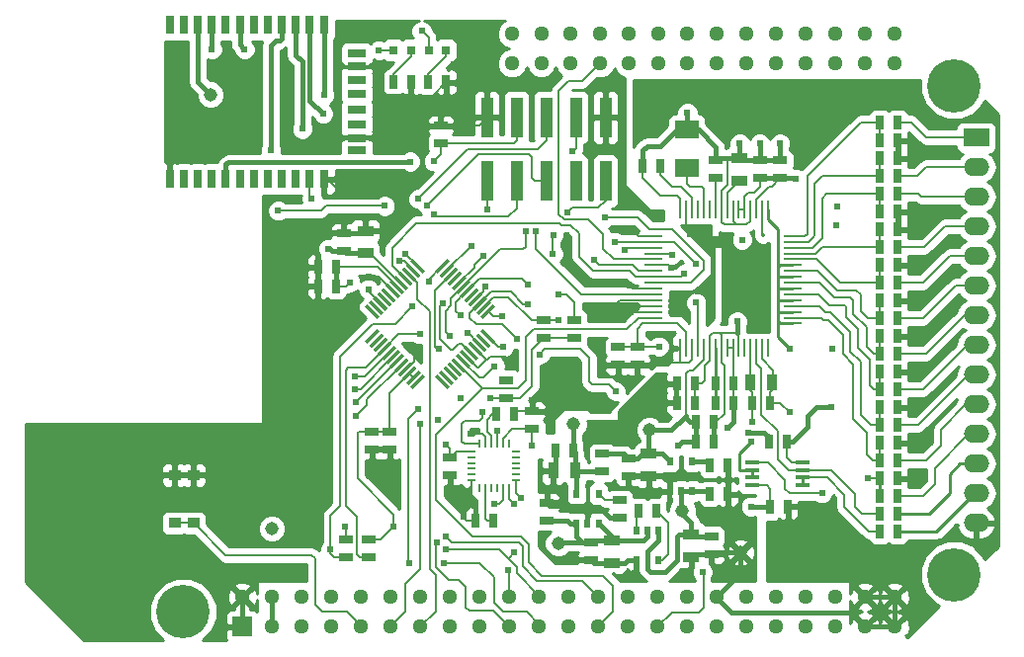
<source format=gtl>
G04 (created by PCBNEW (2013-05-31 BZR 4019)-stable) date 1/2/2014 5:55:05 PM*
%MOIN*%
G04 Gerber Fmt 3.4, Leading zero omitted, Abs format*
%FSLAX34Y34*%
G01*
G70*
G90*
G04 APERTURE LIST*
%ADD10C,0.00590551*%
%ADD11R,0.06X0.0098*%
%ADD12R,0.0098X0.06*%
%ADD13R,0.055X0.035*%
%ADD14R,0.02X0.03*%
%ADD15R,0.035X0.055*%
%ADD16R,0.025X0.045*%
%ADD17R,0.045X0.025*%
%ADD18R,0.05X0.015*%
%ADD19C,0.045*%
%ADD20R,0.0393701X0.0354331*%
%ADD21R,0.0314X0.0314*%
%ADD22R,0.0314X0.0629*%
%ADD23R,0.0629X0.0314*%
%ADD24R,0.0275X0.0098*%
%ADD25R,0.0098X0.0275*%
%ADD26R,0.0866X0.06*%
%ADD27O,0.0866X0.06*%
%ADD28R,0.08X0.06*%
%ADD29R,0.0401575X0.135827*%
%ADD30C,0.0512*%
%ADD31C,0.18*%
%ADD32R,0.065X0.065*%
%ADD33C,0.024*%
%ADD34C,0.014*%
%ADD35C,0.016*%
%ADD36C,0.008*%
%ADD37C,0.01*%
G04 APERTURE END LIST*
G54D10*
G54D11*
X-5439Y-8026D03*
X-5439Y-7829D03*
X-5439Y-7632D03*
X-5439Y-7435D03*
X-5439Y-7238D03*
X-5439Y-7042D03*
X-5439Y-6845D03*
X-5439Y-6648D03*
X-5439Y-6451D03*
X-5439Y-6254D03*
X-5439Y-6057D03*
X-5439Y-5861D03*
X-5439Y-5664D03*
X-5439Y-5467D03*
X-5439Y-5270D03*
X-5439Y-5073D03*
G54D12*
X-6274Y-4175D03*
X-6471Y-4175D03*
X-6668Y-4175D03*
X-6865Y-4175D03*
X-7062Y-4175D03*
X-7258Y-4175D03*
X-7455Y-4175D03*
X-7652Y-4175D03*
X-7849Y-4175D03*
X-8046Y-4175D03*
X-8243Y-4175D03*
X-8439Y-4175D03*
X-8636Y-4175D03*
X-8833Y-4175D03*
X-9030Y-4175D03*
X-9227Y-4175D03*
G54D11*
X-10125Y-5073D03*
X-10125Y-5270D03*
X-10125Y-5467D03*
X-10125Y-5664D03*
X-10125Y-5861D03*
X-10125Y-6057D03*
X-10125Y-6254D03*
X-10125Y-6451D03*
X-10125Y-6648D03*
X-10125Y-6845D03*
X-10125Y-7042D03*
X-10125Y-7238D03*
X-10125Y-7435D03*
X-10125Y-7632D03*
X-10125Y-7829D03*
X-10125Y-8026D03*
G54D12*
X-9227Y-8861D03*
X-9030Y-8861D03*
X-8636Y-8861D03*
X-8833Y-8861D03*
X-8439Y-8861D03*
X-8243Y-8861D03*
X-8046Y-8861D03*
X-7849Y-8861D03*
X-7652Y-8861D03*
X-7455Y-8861D03*
X-7261Y-8861D03*
X-7064Y-8861D03*
X-6867Y-8861D03*
X-6670Y-8861D03*
X-6474Y-8861D03*
X-6277Y-8861D03*
G54D13*
X-7238Y-2449D03*
X-7238Y-3199D03*
G54D14*
X-9965Y-15021D03*
X-10715Y-15021D03*
X-9965Y-16021D03*
X-10340Y-15021D03*
X-10715Y-16021D03*
G54D15*
X-6125Y-10000D03*
X-6875Y-10000D03*
G54D16*
X-1900Y-3650D03*
X-2500Y-3650D03*
X-1900Y-12650D03*
X-2500Y-12650D03*
X-1900Y-5450D03*
X-2500Y-5450D03*
X-1900Y-6650D03*
X-2500Y-6650D03*
X-1900Y-7850D03*
X-2500Y-7850D03*
X-1900Y-9050D03*
X-2500Y-9050D03*
X-1900Y-10250D03*
X-2500Y-10250D03*
X-1900Y-11450D03*
X-2500Y-11450D03*
X-1900Y-14450D03*
X-2500Y-14450D03*
X-1900Y-15050D03*
X-2500Y-15050D03*
X-1900Y-13850D03*
X-2500Y-13850D03*
X-17726Y117D03*
X-17126Y117D03*
G54D17*
X-20510Y-15300D03*
X-20510Y-15900D03*
X-19740Y-15300D03*
X-19740Y-15900D03*
X-15100Y-10530D03*
X-15100Y-9930D03*
X-13840Y-8520D03*
X-13840Y-7920D03*
X-12800Y-8525D03*
X-12800Y-7925D03*
G54D18*
X-5100Y-13484D03*
X-5100Y-13228D03*
X-5100Y-12972D03*
X-5100Y-12716D03*
X-6800Y-12716D03*
X-6800Y-12972D03*
X-6800Y-13228D03*
X-6800Y-13484D03*
G54D19*
X-23000Y-14940D03*
G54D13*
X-19850Y-5650D03*
X-19850Y-4900D03*
G54D20*
X-26286Y-14757D03*
X-25656Y-14757D03*
X-26286Y-13142D03*
X-25656Y-13142D03*
G54D16*
X-1900Y-3050D03*
X-2500Y-3050D03*
X-1900Y-1250D03*
X-2500Y-1250D03*
G54D21*
X-17721Y1200D03*
X-17131Y1200D03*
X-18902Y1200D03*
X-18312Y1200D03*
G54D19*
X-9159Y-14340D03*
X-13350Y-15450D03*
X-7190Y-15760D03*
X-12825Y-11425D03*
X-25080Y-300D03*
G54D10*
G36*
X-15472Y-7456D02*
X-15890Y-7873D01*
X-15973Y-7790D01*
X-15556Y-7373D01*
X-15472Y-7456D01*
X-15472Y-7456D01*
G37*
G36*
X-15612Y-7317D02*
X-16029Y-7734D01*
X-16112Y-7651D01*
X-15695Y-7233D01*
X-15612Y-7317D01*
X-15612Y-7317D01*
G37*
G36*
X-15751Y-7177D02*
X-16168Y-7595D01*
X-16252Y-7511D01*
X-15834Y-7094D01*
X-15751Y-7177D01*
X-15751Y-7177D01*
G37*
G36*
X-15890Y-7039D02*
X-16307Y-7456D01*
X-16390Y-7373D01*
X-15973Y-6955D01*
X-15890Y-7039D01*
X-15890Y-7039D01*
G37*
G36*
X-16029Y-6900D02*
X-16446Y-7317D01*
X-16529Y-7233D01*
X-16112Y-6816D01*
X-16029Y-6900D01*
X-16029Y-6900D01*
G37*
G36*
X-16168Y-6760D02*
X-16585Y-7177D01*
X-16669Y-7094D01*
X-16252Y-6677D01*
X-16168Y-6760D01*
X-16168Y-6760D01*
G37*
G36*
X-16307Y-6622D02*
X-16724Y-7039D01*
X-16807Y-6955D01*
X-16390Y-6538D01*
X-16307Y-6622D01*
X-16307Y-6622D01*
G37*
G36*
X-16446Y-6482D02*
X-16863Y-6900D01*
X-16947Y-6816D01*
X-16529Y-6399D01*
X-16446Y-6482D01*
X-16446Y-6482D01*
G37*
G36*
X-16585Y-6343D02*
X-17003Y-6760D01*
X-17086Y-6677D01*
X-16669Y-6260D01*
X-16585Y-6343D01*
X-16585Y-6343D01*
G37*
G36*
X-16724Y-6204D02*
X-17141Y-6622D01*
X-17225Y-6538D01*
X-16807Y-6121D01*
X-16724Y-6204D01*
X-16724Y-6204D01*
G37*
G36*
X-16863Y-6065D02*
X-17280Y-6482D01*
X-17364Y-6399D01*
X-16947Y-5982D01*
X-16863Y-6065D01*
X-16863Y-6065D01*
G37*
G36*
X-17003Y-5926D02*
X-17420Y-6343D01*
X-17503Y-6260D01*
X-17086Y-5842D01*
X-17003Y-5926D01*
X-17003Y-5926D01*
G37*
G36*
X-17838Y-6260D02*
X-17922Y-6343D01*
X-18339Y-5926D01*
X-18256Y-5842D01*
X-17838Y-6260D01*
X-17838Y-6260D01*
G37*
G36*
X-17978Y-6399D02*
X-18061Y-6482D01*
X-18478Y-6065D01*
X-18395Y-5982D01*
X-17978Y-6399D01*
X-17978Y-6399D01*
G37*
G36*
X-18117Y-6538D02*
X-18200Y-6622D01*
X-18618Y-6204D01*
X-18534Y-6121D01*
X-18117Y-6538D01*
X-18117Y-6538D01*
G37*
G36*
X-18256Y-6677D02*
X-18339Y-6760D01*
X-18756Y-6343D01*
X-18673Y-6260D01*
X-18256Y-6677D01*
X-18256Y-6677D01*
G37*
G36*
X-18395Y-6816D02*
X-18478Y-6900D01*
X-18895Y-6482D01*
X-18812Y-6399D01*
X-18395Y-6816D01*
X-18395Y-6816D01*
G37*
G36*
X-18534Y-6955D02*
X-18618Y-7039D01*
X-19035Y-6622D01*
X-18951Y-6538D01*
X-18534Y-6955D01*
X-18534Y-6955D01*
G37*
G36*
X-18673Y-7094D02*
X-18756Y-7177D01*
X-19173Y-6760D01*
X-19090Y-6677D01*
X-18673Y-7094D01*
X-18673Y-7094D01*
G37*
G36*
X-18812Y-7233D02*
X-18895Y-7317D01*
X-19313Y-6900D01*
X-19229Y-6816D01*
X-18812Y-7233D01*
X-18812Y-7233D01*
G37*
G36*
X-18951Y-7373D02*
X-19035Y-7456D01*
X-19452Y-7039D01*
X-19369Y-6955D01*
X-18951Y-7373D01*
X-18951Y-7373D01*
G37*
G36*
X-19090Y-7511D02*
X-19173Y-7595D01*
X-19591Y-7177D01*
X-19507Y-7094D01*
X-19090Y-7511D01*
X-19090Y-7511D01*
G37*
G36*
X-19229Y-7651D02*
X-19313Y-7734D01*
X-19730Y-7317D01*
X-19646Y-7233D01*
X-19229Y-7651D01*
X-19229Y-7651D01*
G37*
G36*
X-19369Y-7790D02*
X-19452Y-7873D01*
X-19869Y-7456D01*
X-19786Y-7373D01*
X-19369Y-7790D01*
X-19369Y-7790D01*
G37*
G36*
X-19369Y-8292D02*
X-19786Y-8709D01*
X-19869Y-8626D01*
X-19452Y-8208D01*
X-19369Y-8292D01*
X-19369Y-8292D01*
G37*
G36*
X-19229Y-8431D02*
X-19646Y-8848D01*
X-19730Y-8765D01*
X-19313Y-8348D01*
X-19229Y-8431D01*
X-19229Y-8431D01*
G37*
G36*
X-19090Y-8570D02*
X-19507Y-8988D01*
X-19591Y-8904D01*
X-19173Y-8487D01*
X-19090Y-8570D01*
X-19090Y-8570D01*
G37*
G36*
X-18951Y-8709D02*
X-19369Y-9126D01*
X-19452Y-9043D01*
X-19035Y-8626D01*
X-18951Y-8709D01*
X-18951Y-8709D01*
G37*
G36*
X-18812Y-8848D02*
X-19229Y-9266D01*
X-19313Y-9182D01*
X-18895Y-8765D01*
X-18812Y-8848D01*
X-18812Y-8848D01*
G37*
G36*
X-18673Y-8988D02*
X-19090Y-9405D01*
X-19173Y-9321D01*
X-18756Y-8904D01*
X-18673Y-8988D01*
X-18673Y-8988D01*
G37*
G36*
X-18534Y-9126D02*
X-18951Y-9543D01*
X-19035Y-9460D01*
X-18618Y-9043D01*
X-18534Y-9126D01*
X-18534Y-9126D01*
G37*
G36*
X-18395Y-9266D02*
X-18812Y-9683D01*
X-18895Y-9599D01*
X-18478Y-9182D01*
X-18395Y-9266D01*
X-18395Y-9266D01*
G37*
G36*
X-18256Y-9405D02*
X-18673Y-9822D01*
X-18756Y-9739D01*
X-18339Y-9321D01*
X-18256Y-9405D01*
X-18256Y-9405D01*
G37*
G36*
X-18117Y-9543D02*
X-18534Y-9961D01*
X-18618Y-9877D01*
X-18200Y-9460D01*
X-18117Y-9543D01*
X-18117Y-9543D01*
G37*
G36*
X-17978Y-9683D02*
X-18395Y-10100D01*
X-18478Y-10016D01*
X-18061Y-9599D01*
X-17978Y-9683D01*
X-17978Y-9683D01*
G37*
G36*
X-17838Y-9822D02*
X-18256Y-10239D01*
X-18339Y-10156D01*
X-17922Y-9739D01*
X-17838Y-9822D01*
X-17838Y-9822D01*
G37*
G36*
X-17003Y-10156D02*
X-17086Y-10239D01*
X-17503Y-9822D01*
X-17420Y-9739D01*
X-17003Y-10156D01*
X-17003Y-10156D01*
G37*
G36*
X-16863Y-10016D02*
X-16947Y-10100D01*
X-17364Y-9683D01*
X-17280Y-9599D01*
X-16863Y-10016D01*
X-16863Y-10016D01*
G37*
G36*
X-16724Y-9877D02*
X-16807Y-9961D01*
X-17225Y-9543D01*
X-17141Y-9460D01*
X-16724Y-9877D01*
X-16724Y-9877D01*
G37*
G36*
X-16585Y-9739D02*
X-16669Y-9822D01*
X-17086Y-9405D01*
X-17003Y-9321D01*
X-16585Y-9739D01*
X-16585Y-9739D01*
G37*
G36*
X-16446Y-9599D02*
X-16529Y-9683D01*
X-16947Y-9266D01*
X-16863Y-9182D01*
X-16446Y-9599D01*
X-16446Y-9599D01*
G37*
G36*
X-16307Y-9460D02*
X-16390Y-9543D01*
X-16807Y-9126D01*
X-16724Y-9043D01*
X-16307Y-9460D01*
X-16307Y-9460D01*
G37*
G36*
X-16168Y-9321D02*
X-16252Y-9405D01*
X-16669Y-8988D01*
X-16585Y-8904D01*
X-16168Y-9321D01*
X-16168Y-9321D01*
G37*
G36*
X-16029Y-9182D02*
X-16112Y-9266D01*
X-16529Y-8848D01*
X-16446Y-8765D01*
X-16029Y-9182D01*
X-16029Y-9182D01*
G37*
G36*
X-15890Y-9043D02*
X-15973Y-9126D01*
X-16390Y-8709D01*
X-16307Y-8626D01*
X-15890Y-9043D01*
X-15890Y-9043D01*
G37*
G36*
X-15751Y-8904D02*
X-15834Y-8988D01*
X-16252Y-8570D01*
X-16168Y-8487D01*
X-15751Y-8904D01*
X-15751Y-8904D01*
G37*
G36*
X-15612Y-8765D02*
X-15695Y-8848D01*
X-16112Y-8431D01*
X-16029Y-8348D01*
X-15612Y-8765D01*
X-15612Y-8765D01*
G37*
G36*
X-15472Y-8626D02*
X-15556Y-8709D01*
X-15973Y-8292D01*
X-15890Y-8208D01*
X-15472Y-8626D01*
X-15472Y-8626D01*
G37*
G54D22*
X-26448Y-3148D03*
X-25975Y-3148D03*
X-25503Y-3148D03*
X-25031Y-3148D03*
X-24558Y-3148D03*
X-24086Y-3148D03*
X-23614Y-3148D03*
X-23142Y-3148D03*
X-22669Y-3148D03*
X-22197Y-3148D03*
X-21725Y-3148D03*
X-21252Y-3148D03*
X-21252Y2048D03*
X-21725Y2048D03*
X-22197Y2048D03*
X-22669Y2048D03*
X-23142Y2048D03*
X-23614Y2048D03*
X-24086Y2048D03*
X-24558Y2048D03*
X-25031Y2048D03*
X-25503Y2048D03*
X-25975Y2048D03*
X-26448Y2048D03*
G54D23*
X-20150Y670D03*
X-20150Y-1770D03*
X-20150Y-2172D03*
X-20150Y-1298D03*
X-20150Y-825D03*
X-20150Y-275D03*
X-20150Y198D03*
X-20150Y1072D03*
G54D14*
X-9584Y-13690D03*
X-8834Y-13690D03*
X-9584Y-12690D03*
X-9209Y-13690D03*
X-8834Y-12690D03*
X-12734Y-14773D03*
X-11984Y-14773D03*
X-12734Y-13773D03*
X-12359Y-14773D03*
X-11984Y-13773D03*
G54D13*
X-8864Y-15146D03*
X-8864Y-15896D03*
X-10292Y-12422D03*
X-10292Y-13172D03*
G54D15*
X-12771Y-12993D03*
X-13521Y-12993D03*
G54D17*
X-11276Y-13973D03*
X-11276Y-14573D03*
X-16990Y-12550D03*
X-16990Y-13150D03*
X-14230Y-11590D03*
X-14230Y-10990D03*
G54D16*
X-5650Y-12000D03*
X-6250Y-12000D03*
G54D17*
X-11875Y-13025D03*
X-11875Y-12425D03*
G54D16*
X-8230Y-13781D03*
X-7630Y-13781D03*
X-15430Y-11090D03*
X-14830Y-11090D03*
G54D17*
X-10975Y-12575D03*
X-10975Y-13175D03*
G54D16*
X-12846Y-12304D03*
X-13446Y-12304D03*
X-8230Y-12797D03*
X-7630Y-12797D03*
G54D17*
X-13737Y-14671D03*
X-13737Y-14071D03*
X-8175Y-15200D03*
X-8175Y-15800D03*
X-12250Y-15400D03*
X-12250Y-16000D03*
G54D16*
X-10040Y-14340D03*
X-10640Y-14340D03*
X-15530Y-14670D03*
X-16130Y-14670D03*
X-18907Y117D03*
X-18307Y117D03*
G54D24*
X-14762Y-13322D03*
X-14762Y-13125D03*
X-14762Y-12928D03*
X-14762Y-12732D03*
X-14762Y-12535D03*
X-14762Y-12338D03*
G54D25*
X-15018Y-12082D03*
X-15215Y-12082D03*
X-15412Y-12082D03*
X-15608Y-12082D03*
X-15805Y-12082D03*
X-16002Y-12082D03*
G54D24*
X-16258Y-12338D03*
X-16258Y-12535D03*
X-16258Y-12732D03*
X-16258Y-12928D03*
X-16258Y-13125D03*
X-16258Y-13322D03*
G54D25*
X-16002Y-13578D03*
X-15805Y-13578D03*
X-15608Y-13578D03*
X-15412Y-13578D03*
X-15215Y-13578D03*
X-15018Y-13578D03*
G54D19*
X-10275Y-11625D03*
G54D16*
X-2500Y-13250D03*
X-1900Y-13250D03*
X-2500Y-12050D03*
X-1900Y-12050D03*
X-2500Y-10850D03*
X-1900Y-10850D03*
X-2500Y-9650D03*
X-1900Y-9650D03*
X-2500Y-8450D03*
X-1900Y-8450D03*
X-2500Y-6050D03*
X-1900Y-6050D03*
X-2500Y-4850D03*
X-1900Y-4850D03*
X-2500Y-2450D03*
X-1900Y-2450D03*
X-2500Y-7250D03*
X-1900Y-7250D03*
X-9890Y-2726D03*
X-10490Y-2726D03*
G54D17*
X-5860Y-3124D03*
X-5860Y-2524D03*
G54D16*
X-8100Y-11350D03*
X-8700Y-11350D03*
G54D17*
X-10675Y-8825D03*
X-10675Y-9425D03*
G54D16*
X-8750Y-10050D03*
X-9350Y-10050D03*
X-8050Y-10700D03*
X-7450Y-10700D03*
G54D17*
X-8025Y-3124D03*
X-8025Y-2524D03*
G54D16*
X-20850Y-6125D03*
X-21450Y-6125D03*
G54D17*
X-6549Y-3124D03*
X-6549Y-2524D03*
G54D16*
X-6200Y-14200D03*
X-5600Y-14200D03*
X-8100Y-12025D03*
X-8700Y-12025D03*
X-8050Y-10050D03*
X-7450Y-10050D03*
X-8750Y-10700D03*
X-9350Y-10700D03*
G54D17*
X-17310Y-1950D03*
X-17310Y-1350D03*
X-19030Y-11670D03*
X-19030Y-12270D03*
X-19630Y-11670D03*
X-19630Y-12270D03*
X-20575Y-5575D03*
X-20575Y-4975D03*
X-11325Y-8825D03*
X-11325Y-9425D03*
G54D16*
X-20850Y-6775D03*
X-21450Y-6775D03*
G54D26*
X750Y-1750D03*
G54D27*
X750Y-2750D03*
X750Y-3750D03*
X750Y-4750D03*
X750Y-5750D03*
X750Y-6750D03*
X750Y-7750D03*
X750Y-8750D03*
X750Y-9750D03*
X750Y-10750D03*
X750Y-11750D03*
X750Y-12750D03*
X750Y-13750D03*
X750Y-14750D03*
G54D28*
X-9009Y-2785D03*
X-9009Y-1485D03*
G54D13*
X-11546Y-15346D03*
X-11546Y-16096D03*
G54D16*
X-6800Y-10700D03*
X-6200Y-10700D03*
G54D29*
X-12750Y-1077D03*
X-12750Y-3222D03*
X-13750Y-1077D03*
X-13750Y-3222D03*
X-15750Y-3222D03*
X-15750Y-1077D03*
X-14750Y-3222D03*
X-14750Y-1077D03*
X-11750Y-1077D03*
X-11750Y-3222D03*
G54D16*
X-2500Y-4250D03*
X-1900Y-4250D03*
X-2500Y-1850D03*
X-1900Y-1850D03*
G54D30*
X-11937Y1750D03*
X-11937Y750D03*
X-12937Y1750D03*
X-12937Y750D03*
X-13921Y750D03*
X-13921Y1750D03*
X-14905Y1750D03*
X-14905Y750D03*
X-10968Y750D03*
X-10968Y1750D03*
X-9984Y1750D03*
X-9984Y750D03*
G54D31*
X0Y-16500D03*
X-26000Y-17750D03*
X0Y0D03*
G54D32*
X-24000Y-18250D03*
G54D30*
X-24000Y-17250D03*
X-23000Y-18250D03*
X-23000Y-17250D03*
X-22000Y-18250D03*
X-22000Y-17250D03*
X-21000Y-18250D03*
X-21000Y-17250D03*
X-20000Y-18250D03*
X-20000Y-17250D03*
X-19000Y-18250D03*
X-19000Y-17250D03*
X-18000Y-18250D03*
X-18000Y-17250D03*
X-17000Y-18250D03*
X-17000Y-17250D03*
X-16000Y-18250D03*
X-16000Y-17250D03*
X-15000Y-18250D03*
X-15000Y-17250D03*
X-14000Y-18250D03*
X-14000Y-17250D03*
X-13000Y-18250D03*
X-13000Y-17250D03*
X-12000Y-18250D03*
X-12000Y-17250D03*
X-11000Y-18250D03*
X-11000Y-17250D03*
X-10000Y-18250D03*
X-10000Y-17250D03*
X-9000Y-18250D03*
X-9000Y-17250D03*
X-8000Y-18250D03*
X-8000Y-17250D03*
X-7000Y-18250D03*
X-7000Y-17250D03*
X-6000Y-18250D03*
X-6000Y-17250D03*
X-5000Y-18250D03*
X-5000Y-17250D03*
X-4000Y-18250D03*
X-4000Y-17250D03*
X-3000Y-18250D03*
X-3000Y-17250D03*
X-2000Y-18250D03*
X-2000Y-17250D03*
X-9000Y750D03*
X-9000Y1750D03*
X-8000Y750D03*
X-8000Y1750D03*
X-7000Y750D03*
X-7000Y1750D03*
X-6000Y750D03*
X-6000Y1750D03*
X-5000Y750D03*
X-5000Y1750D03*
X-4000Y750D03*
X-4000Y1750D03*
X-3000Y750D03*
X-3000Y1750D03*
X-2000Y750D03*
X-2000Y1750D03*
G54D33*
X-6850Y-14200D03*
X-7150Y-5200D03*
X-7310Y-7950D03*
X-3940Y-4090D03*
X-5340Y-3140D03*
X-9500Y-5700D03*
X-17550Y-2550D03*
X-9950Y-8800D03*
X-21100Y-5500D03*
X-14250Y-12150D03*
X-17150Y-12100D03*
X-16630Y-10530D03*
X-20525Y-14875D03*
X-15190Y-8820D03*
X-15630Y-10530D03*
X-15490Y-9470D03*
X-21660Y-3810D03*
X-20370Y-6630D03*
X-18910Y-14870D03*
X-7650Y-11550D03*
X-9300Y-12150D03*
X-4150Y-10850D03*
X-4120Y-8890D03*
X-8990Y-920D03*
X-7230Y-1960D03*
X-6550Y-1960D03*
X-3960Y-4710D03*
X-5870Y-1950D03*
X-13350Y-7050D03*
X-12150Y-5875D03*
X-6800Y-11350D03*
X-5550Y-11025D03*
X-8700Y-7325D03*
X-11775Y-4450D03*
X-14100Y-4925D03*
X-5550Y-8875D03*
X-6850Y-12025D03*
G54D34*
X-6450Y-5050D03*
G54D33*
X-23925Y1225D03*
X-19400Y1200D03*
X-17955Y1840D03*
X-25025Y1225D03*
X-15410Y-11650D03*
X-18075Y-3825D03*
X-19750Y-6875D03*
X-16275Y-5400D03*
X-15750Y-4175D03*
X-13512Y-5037D03*
X-13025Y-4275D03*
X-15800Y-6775D03*
X-13525Y-5675D03*
X-18500Y-5675D03*
X-17525Y-4350D03*
X-17775Y-4050D03*
X-18700Y-5925D03*
X-11410Y-10310D03*
X-13970Y-9070D03*
X-14730Y-8550D03*
X-14375Y-7375D03*
X-14375Y-6725D03*
X-16650Y-7750D03*
X-13325Y-7925D03*
X-11100Y-5550D03*
X-15050Y-9250D03*
X-14250Y-10600D03*
X-1150Y-13250D03*
X-1350Y-12025D03*
X-1200Y-10775D03*
X-1325Y-9600D03*
X-1325Y-8450D03*
X-1075Y-7225D03*
X-1325Y-6050D03*
X-1075Y-4300D03*
X-600Y-2225D03*
X-9850Y-10700D03*
X-6950Y-11700D03*
X-8650Y-6950D03*
X-9550Y-6150D03*
X-10800Y-4900D03*
X-8900Y-5000D03*
X-9850Y-10050D03*
X-10950Y-6750D03*
X-11450Y-7400D03*
X-11250Y-7650D03*
X-10900Y-7650D03*
X-10900Y-9950D03*
X-15250Y-7770D03*
X-11770Y-2130D03*
X-17310Y-1030D03*
X-16750Y50D03*
X-26190Y-2350D03*
X-19330Y-1760D03*
X-17000Y-13550D03*
X-16550Y-14550D03*
X-16450Y-13800D03*
X-14600Y-13900D03*
X-16300Y-11750D03*
X-17410Y-11270D03*
X-19750Y-6450D03*
X-21660Y-7460D03*
X-19710Y-13060D03*
X-21870Y-13570D03*
X-20750Y-3550D03*
X-18370Y-8770D03*
X-13200Y-13650D03*
X-12800Y-15900D03*
X-10900Y-16490D03*
X-19250Y-4920D03*
X-12875Y-2225D03*
X-15490Y-14110D03*
X-18370Y-16110D03*
X-17200Y-16100D03*
X-18020Y-8390D03*
X-18070Y-10910D03*
X-14850Y-14110D03*
X-14830Y-15750D03*
X-18270Y-7450D03*
X-17710Y-6610D03*
X-21030Y-15650D03*
X-17150Y-15650D03*
X-16400Y-8350D03*
X-15900Y-11000D03*
X-17000Y-8450D03*
X-14450Y-4925D03*
X-11450Y-5275D03*
X-15880Y-5740D03*
X-8480Y-16410D03*
X-8700Y-6010D03*
X-4450Y-13750D03*
X-2900Y-13250D03*
X-17250Y-7350D03*
X-18337Y-2562D03*
X-9100Y-6350D03*
X-15050Y-16350D03*
X-20200Y-9810D03*
X-21980Y-1460D03*
X-23050Y-2190D03*
X-17425Y-15400D03*
X-20160Y-11140D03*
X-17150Y-15200D03*
X-22790Y-4220D03*
X-20170Y-10680D03*
X-21275Y-950D03*
X-19200Y-4060D03*
X-20190Y-10250D03*
X-21250Y-325D03*
X-18015Y-11395D03*
X-17380Y-8890D03*
G54D35*
X-12846Y-12304D02*
X-12846Y-11446D01*
X-12846Y-11446D02*
X-12825Y-11425D01*
X-11875Y-13025D02*
X-12740Y-13025D01*
X-12740Y-13025D02*
X-12771Y-12993D01*
X-12771Y-12993D02*
X-12771Y-12379D01*
X-12771Y-12379D02*
X-12846Y-12304D01*
X-12734Y-13773D02*
X-12734Y-13031D01*
X-12734Y-13031D02*
X-12771Y-12993D01*
G54D36*
X-7750Y-11075D02*
X-7750Y-10850D01*
X-8100Y-11350D02*
X-8025Y-11350D01*
X-8025Y-11350D02*
X-7750Y-11075D01*
G54D35*
X-8100Y-12025D02*
X-8100Y-11350D01*
G54D36*
X-7849Y-9351D02*
X-7750Y-9450D01*
X-7750Y-9450D02*
X-7750Y-10825D01*
X-7750Y-10825D02*
X-7750Y-10850D01*
X-7849Y-9351D02*
X-7849Y-8861D01*
X-7849Y-8401D02*
X-7849Y-8861D01*
G54D35*
X-6850Y-14200D02*
X-6200Y-14200D01*
X-7300Y-7960D02*
X-7300Y-8350D01*
X-7310Y-7950D02*
X-7300Y-7960D01*
X-5355Y-3124D02*
X-5860Y-3124D01*
X-5340Y-3140D02*
X-5355Y-3124D01*
G54D36*
X-7261Y-8861D02*
X-7261Y-8389D01*
X-7261Y-8389D02*
X-7300Y-8350D01*
X-7300Y-8350D02*
X-7900Y-8350D01*
X-8243Y-8861D02*
X-8243Y-8443D01*
X-7900Y-8350D02*
X-7849Y-8401D01*
X-8150Y-8350D02*
X-7900Y-8350D01*
X-8243Y-8443D02*
X-8150Y-8350D01*
X-6800Y-13484D02*
X-6316Y-13484D01*
X-6316Y-13484D02*
X-6200Y-13600D01*
X-6200Y-13600D02*
X-6200Y-14200D01*
X-8750Y-10050D02*
X-8750Y-10700D01*
X-8243Y-8861D02*
X-8243Y-9293D01*
X-8500Y-10050D02*
X-8750Y-10050D01*
X-8400Y-9950D02*
X-8500Y-10050D01*
X-8400Y-9450D02*
X-8400Y-9950D01*
X-8243Y-9293D02*
X-8400Y-9450D01*
G54D35*
X-5860Y-3124D02*
X-6549Y-3124D01*
G54D36*
X-6668Y-4175D02*
X-6668Y-3829D01*
X-6668Y-3829D02*
X-6253Y-3415D01*
X-6253Y-3415D02*
X-6150Y-3415D01*
X-6150Y-3415D02*
X-5860Y-3124D01*
X-7062Y-4175D02*
X-7062Y-3731D01*
X-7062Y-3731D02*
X-6942Y-3612D01*
X-6942Y-3612D02*
X-6746Y-3612D01*
X-6746Y-3612D02*
X-6549Y-3415D01*
X-6549Y-3415D02*
X-6549Y-3124D01*
X-7258Y-4175D02*
X-7062Y-4175D01*
X-10125Y-5664D02*
X-9536Y-5664D01*
X-9536Y-5664D02*
X-9500Y-5700D01*
X-17310Y-1950D02*
X-17310Y-2310D01*
X-17310Y-2310D02*
X-17550Y-2550D01*
G54D35*
X-23000Y-18250D02*
X-23000Y-17250D01*
G54D36*
X-14850Y-1950D02*
X-17310Y-1950D01*
X-14750Y-1850D02*
X-14850Y-1950D01*
X-14750Y-1077D02*
X-14750Y-1850D01*
G54D35*
X-12550Y-15400D02*
X-13300Y-15400D01*
X-13300Y-15400D02*
X-13350Y-15450D01*
X-12734Y-14773D02*
X-12734Y-15215D01*
X-12734Y-15215D02*
X-12550Y-15400D01*
X-10340Y-15021D02*
X-10340Y-15215D01*
X-10471Y-15346D02*
X-11546Y-15346D01*
X-10340Y-15215D02*
X-10471Y-15346D01*
X-11546Y-15346D02*
X-11546Y-15210D01*
X-11546Y-15210D02*
X-11984Y-14773D01*
X-12250Y-15400D02*
X-12550Y-15400D01*
X-11546Y-15346D02*
X-12196Y-15346D01*
X-12196Y-15346D02*
X-12250Y-15400D01*
X-12734Y-14773D02*
X-12941Y-14773D01*
X-13043Y-14671D02*
X-13737Y-14671D01*
X-12941Y-14773D02*
X-13043Y-14671D01*
G54D36*
X-10675Y-8825D02*
X-9975Y-8825D01*
X-9975Y-8825D02*
X-9950Y-8800D01*
X-10675Y-8825D02*
X-11325Y-8825D01*
X-10125Y-8026D02*
X-10501Y-8026D01*
X-10675Y-8200D02*
X-10675Y-8825D01*
X-10501Y-8026D02*
X-10675Y-8200D01*
X-9030Y-8861D02*
X-9030Y-8320D01*
X-9324Y-8026D02*
X-10125Y-8026D01*
X-9030Y-8320D02*
X-9324Y-8026D01*
G54D35*
X-19850Y-5650D02*
X-20500Y-5650D01*
G54D36*
X-20500Y-5650D02*
X-20575Y-5575D01*
X-18645Y-6649D02*
X-18700Y-6649D01*
X-19700Y-5650D02*
X-19850Y-5650D01*
X-18700Y-6649D02*
X-19700Y-5650D01*
X-18785Y-6789D02*
X-19450Y-6125D01*
X-18785Y-6789D02*
X-18784Y-6789D01*
G54D35*
X-20575Y-5575D02*
X-20975Y-5575D01*
X-20975Y-5575D02*
X-21050Y-5500D01*
G54D36*
X-20850Y-6125D02*
X-19450Y-6125D01*
X-20850Y-6775D02*
X-20515Y-6775D01*
G54D35*
X-20850Y-6125D02*
X-20850Y-6775D01*
X-21050Y-5500D02*
X-21100Y-5500D01*
G54D36*
X-14230Y-11590D02*
X-14230Y-12130D01*
X-14230Y-12130D02*
X-14250Y-12150D01*
X-16990Y-12550D02*
X-16990Y-12260D01*
X-16990Y-12260D02*
X-17150Y-12100D01*
X-15215Y-12082D02*
X-15215Y-11895D01*
X-14910Y-11590D02*
X-14230Y-11590D01*
X-15215Y-11895D02*
X-14910Y-11590D01*
X-16258Y-12338D02*
X-16778Y-12338D01*
X-16778Y-12338D02*
X-16990Y-12550D01*
X-20510Y-15300D02*
X-20510Y-14890D01*
X-20510Y-14890D02*
X-20525Y-14875D01*
X-12800Y-8525D02*
X-13835Y-8525D01*
X-13835Y-8525D02*
X-13840Y-8520D01*
X-15723Y-8459D02*
X-15720Y-8459D01*
X-15360Y-8820D02*
X-15190Y-8820D01*
X-15720Y-8459D02*
X-15360Y-8820D01*
X-19630Y-11670D02*
X-20070Y-11670D01*
X-20120Y-11720D02*
X-20120Y-13260D01*
X-20070Y-11670D02*
X-20120Y-11720D01*
X-16557Y-9293D02*
X-16557Y-9302D01*
X-15630Y-10530D02*
X-15100Y-10530D01*
X-15860Y-9840D02*
X-15490Y-9470D01*
X-16020Y-9840D02*
X-15860Y-9840D01*
X-16557Y-9302D02*
X-16020Y-9840D01*
X-19030Y-11670D02*
X-19630Y-11670D01*
X-18367Y-9710D02*
X-18370Y-9710D01*
X-19030Y-10370D02*
X-19030Y-11670D01*
X-18370Y-9710D02*
X-19030Y-10370D01*
X-15100Y-10530D02*
X-14640Y-10530D01*
X-14240Y-8920D02*
X-13840Y-8520D01*
X-14240Y-10130D02*
X-14240Y-8920D01*
X-14640Y-10530D02*
X-14240Y-10130D01*
X-18228Y-9850D02*
X-18367Y-9710D01*
X-21725Y-3148D02*
X-21725Y-3745D01*
X-21725Y-3745D02*
X-21660Y-3810D01*
X-20515Y-6775D02*
X-20370Y-6630D01*
X-18910Y-14470D02*
X-18910Y-14870D01*
X-20120Y-13260D02*
X-18910Y-14470D01*
X-19340Y-15300D02*
X-19740Y-15300D01*
X-18910Y-14870D02*
X-19340Y-15300D01*
G54D35*
X-7450Y-11350D02*
X-7450Y-10700D01*
X-7650Y-11550D02*
X-7450Y-11350D01*
G54D36*
X-7450Y-10050D02*
X-7450Y-8866D01*
X-7450Y-8866D02*
X-7455Y-8861D01*
X-7450Y-10700D02*
X-7450Y-10050D01*
X-7455Y-8861D02*
X-7652Y-8861D01*
G54D35*
X-8700Y-12025D02*
X-9175Y-12025D01*
X-9175Y-12025D02*
X-9300Y-12150D01*
X-8700Y-11350D02*
X-8900Y-11350D01*
X-8900Y-11350D02*
X-9075Y-11175D01*
X-8700Y-11350D02*
X-8700Y-12025D01*
X-5650Y-12000D02*
X-5450Y-12000D01*
X-4650Y-10850D02*
X-4150Y-10850D01*
X-4950Y-11150D02*
X-4650Y-10850D01*
X-4950Y-11500D02*
X-4950Y-11150D01*
X-5450Y-12000D02*
X-4950Y-11500D01*
G54D36*
X-7849Y-4175D02*
X-7849Y-4601D01*
X-7755Y-4694D02*
X-7336Y-4694D01*
X-7849Y-4601D02*
X-7755Y-4694D01*
G54D35*
X-9009Y-1485D02*
X-9009Y-939D01*
X-9009Y-939D02*
X-8990Y-920D01*
X-7238Y-2449D02*
X-7238Y-1968D01*
X-7238Y-1968D02*
X-7230Y-1960D01*
X-6549Y-2524D02*
X-6549Y-1960D01*
X-6549Y-1960D02*
X-6550Y-1960D01*
X-5860Y-1959D02*
X-5860Y-2524D01*
X-5870Y-1950D02*
X-5860Y-1959D01*
X-10275Y-11625D02*
X-9525Y-11625D01*
X-9525Y-11625D02*
X-9075Y-11175D01*
X-9075Y-11175D02*
X-9050Y-11150D01*
G54D36*
X-8800Y-9600D02*
X-8439Y-9239D01*
X-8950Y-9600D02*
X-8800Y-9600D01*
X-9050Y-9700D02*
X-8950Y-9600D01*
X-9050Y-11150D02*
X-9050Y-9700D01*
X-8439Y-9239D02*
X-8439Y-8861D01*
G54D35*
X-10292Y-12422D02*
X-10292Y-11642D01*
X-10292Y-11642D02*
X-10275Y-11625D01*
G54D36*
X-5100Y-12716D02*
X-5484Y-12716D01*
X-5650Y-12550D02*
X-5650Y-12000D01*
X-5484Y-12716D02*
X-5650Y-12550D01*
X-7650Y-2449D02*
X-7650Y-3350D01*
X-7849Y-3549D02*
X-7849Y-4175D01*
X-7650Y-3350D02*
X-7849Y-3549D01*
G54D35*
X-9009Y-1485D02*
X-9335Y-1485D01*
X-9335Y-1485D02*
X-9900Y-2050D01*
X-9900Y-2050D02*
X-10350Y-2050D01*
X-10350Y-2050D02*
X-10490Y-2190D01*
X-10490Y-2190D02*
X-10490Y-2726D01*
X-9009Y-1485D02*
X-8614Y-1485D01*
X-7238Y-2449D02*
X-7650Y-2449D01*
X-7650Y-2449D02*
X-7950Y-2449D01*
X-6549Y-2524D02*
X-7163Y-2524D01*
X-7163Y-2524D02*
X-7238Y-2449D01*
X-5860Y-2524D02*
X-6549Y-2524D01*
G54D36*
X-9227Y-4175D02*
X-9227Y-3823D01*
X-10490Y-3109D02*
X-10490Y-2726D01*
X-9900Y-3700D02*
X-10490Y-3109D01*
X-9350Y-3700D02*
X-9900Y-3700D01*
X-9227Y-3823D02*
X-9350Y-3700D01*
G54D35*
X-11875Y-12425D02*
X-11125Y-12425D01*
X-11125Y-12425D02*
X-10975Y-12575D01*
X-10292Y-12422D02*
X-10522Y-12422D01*
X-10675Y-12575D02*
X-10975Y-12575D01*
X-10522Y-12422D02*
X-10675Y-12575D01*
G54D36*
X-7455Y-4175D02*
X-7455Y-4576D01*
X-7455Y-4576D02*
X-7336Y-4694D01*
X-6865Y-4565D02*
X-6865Y-4175D01*
X-7336Y-4694D02*
X-6994Y-4694D01*
X-6994Y-4694D02*
X-6865Y-4565D01*
G54D35*
X-10292Y-12422D02*
X-9853Y-12422D01*
X-9853Y-12422D02*
X-9584Y-12690D01*
G54D36*
X-7950Y-2449D02*
X-8025Y-2524D01*
G54D35*
X-8025Y-2074D02*
X-8025Y-2524D01*
X-8614Y-1485D02*
X-8025Y-2074D01*
X-9209Y-13690D02*
X-9209Y-14290D01*
X-9209Y-14290D02*
X-9159Y-14340D01*
X-8175Y-15200D02*
X-8811Y-15200D01*
X-8811Y-15200D02*
X-8864Y-15146D01*
X-9159Y-14340D02*
X-9159Y-14438D01*
X-9159Y-14438D02*
X-8864Y-14734D01*
X-8864Y-14734D02*
X-8864Y-15146D01*
X-9965Y-15021D02*
X-9965Y-15343D01*
X-9965Y-15343D02*
X-10340Y-15718D01*
X-10340Y-15718D02*
X-10340Y-16309D01*
X-10340Y-16309D02*
X-10242Y-16407D01*
X-10242Y-16407D02*
X-9750Y-16407D01*
X-9750Y-16407D02*
X-9356Y-16013D01*
X-9356Y-16013D02*
X-9356Y-15226D01*
X-9356Y-15226D02*
X-9276Y-15146D01*
X-9276Y-15146D02*
X-8864Y-15146D01*
X-8834Y-13690D02*
X-8320Y-13690D01*
X-8320Y-13690D02*
X-8230Y-13781D01*
X-8834Y-13690D02*
X-9209Y-13690D01*
G54D36*
X-12800Y-7925D02*
X-12800Y-7325D01*
X-13075Y-7050D02*
X-13350Y-7050D01*
X-12800Y-7325D02*
X-13075Y-7050D01*
X-11625Y-6050D02*
X-11975Y-6050D01*
X-10646Y-6254D02*
X-10850Y-6050D01*
X-10850Y-6050D02*
X-11625Y-6050D01*
X-10125Y-6254D02*
X-10646Y-6254D01*
X-11975Y-6050D02*
X-12150Y-5875D01*
X-6800Y-10700D02*
X-6800Y-11350D01*
X-6875Y-10000D02*
X-6875Y-10275D01*
X-6800Y-10350D02*
X-6800Y-10700D01*
X-6875Y-10275D02*
X-6800Y-10350D01*
X-6867Y-8861D02*
X-6867Y-9217D01*
X-6875Y-9225D02*
X-6875Y-10000D01*
X-6867Y-9217D02*
X-6875Y-9225D01*
X-5875Y-10700D02*
X-5550Y-11025D01*
X-6200Y-10700D02*
X-5875Y-10700D01*
X-6125Y-10000D02*
X-6125Y-10275D01*
X-6200Y-10350D02*
X-6200Y-10700D01*
X-6125Y-10275D02*
X-6200Y-10350D01*
X-6474Y-8861D02*
X-6474Y-9226D01*
X-6100Y-9975D02*
X-6125Y-10000D01*
X-6100Y-9600D02*
X-6100Y-9975D01*
X-6474Y-9226D02*
X-6100Y-9600D01*
X-8636Y-8861D02*
X-8636Y-7389D01*
X-8636Y-7389D02*
X-8700Y-7325D01*
X-10125Y-6648D02*
X-8873Y-6648D01*
X-10675Y-4450D02*
X-11775Y-4450D01*
X-10275Y-4850D02*
X-10675Y-4450D01*
X-9500Y-4850D02*
X-10275Y-4850D01*
X-8450Y-5900D02*
X-9500Y-4850D01*
X-8450Y-6225D02*
X-8450Y-5900D01*
X-8873Y-6648D02*
X-8450Y-6225D01*
X-14100Y-4925D02*
X-14100Y-5500D01*
X-14100Y-5500D02*
X-12558Y-7042D01*
X-12558Y-7042D02*
X-10125Y-7042D01*
G54D37*
X-6800Y-12972D02*
X-7228Y-12972D01*
X-5950Y-8475D02*
X-5950Y-7950D01*
X-5550Y-8875D02*
X-5950Y-8475D01*
X-7250Y-12425D02*
X-6850Y-12025D01*
X-7250Y-12950D02*
X-7250Y-12425D01*
X-7228Y-12972D02*
X-7250Y-12950D01*
X-6800Y-13228D02*
X-6800Y-12972D01*
X-6274Y-4175D02*
X-6274Y-4526D01*
X-5950Y-4850D02*
X-5950Y-6150D01*
X-6274Y-4526D02*
X-5950Y-4850D01*
X-5439Y-7632D02*
X-5950Y-7632D01*
X-5950Y-7632D02*
X-5950Y-7650D01*
X-5439Y-7238D02*
X-5950Y-7238D01*
X-5950Y-7238D02*
X-5950Y-7250D01*
X-5439Y-6845D02*
X-5950Y-6845D01*
X-5950Y-6845D02*
X-5950Y-6850D01*
X-5439Y-6451D02*
X-5950Y-6451D01*
X-5950Y-6451D02*
X-5950Y-6450D01*
X-5439Y-6057D02*
X-5857Y-6057D01*
X-5874Y-8026D02*
X-5439Y-8026D01*
X-5950Y-7950D02*
X-5874Y-8026D01*
X-5950Y-6150D02*
X-5950Y-6450D01*
X-5950Y-6450D02*
X-5950Y-6850D01*
X-5950Y-6850D02*
X-5950Y-7250D01*
X-5950Y-7250D02*
X-5950Y-7650D01*
X-5950Y-7650D02*
X-5950Y-7950D01*
X-5857Y-6057D02*
X-5950Y-6150D01*
G54D36*
X-6471Y-5029D02*
X-6471Y-4175D01*
X-6450Y-5050D02*
X-6471Y-5029D01*
X-8439Y-4175D02*
X-8439Y-3494D01*
X-9009Y-3316D02*
X-9009Y-2785D01*
X-8911Y-3415D02*
X-9009Y-3316D01*
X-8517Y-3415D02*
X-8911Y-3415D01*
X-8439Y-3494D02*
X-8517Y-3415D01*
X-9890Y-2726D02*
X-9890Y-3026D01*
X-8833Y-3789D02*
X-8833Y-4175D01*
X-9206Y-3415D02*
X-8833Y-3789D01*
X-9501Y-3415D02*
X-9206Y-3415D01*
X-9890Y-3026D02*
X-9501Y-3415D01*
G54D37*
X-8050Y-10050D02*
X-8050Y-8865D01*
X-8050Y-8865D02*
X-8046Y-8861D01*
X-8050Y-10700D02*
X-8050Y-10050D01*
G54D36*
X-8046Y-4175D02*
X-8046Y-3145D01*
X-8046Y-3145D02*
X-8025Y-3124D01*
X-7652Y-4175D02*
X-7652Y-3613D01*
X-7652Y-3613D02*
X-7238Y-3199D01*
G54D37*
X750Y-12750D02*
X200Y-12750D01*
X-850Y-14450D02*
X-1900Y-14450D01*
X-150Y-13750D02*
X-850Y-14450D01*
X-150Y-13100D02*
X-150Y-13750D01*
X200Y-12750D02*
X-150Y-13100D01*
X750Y-13750D02*
X700Y-13750D01*
X-600Y-15050D02*
X-1900Y-15050D01*
X700Y-13750D02*
X-600Y-15050D01*
G54D36*
X750Y-2750D02*
X-950Y-2750D01*
X-1250Y-3050D02*
X-1900Y-3050D01*
X-950Y-2750D02*
X-1250Y-3050D01*
X750Y-1750D02*
X-950Y-1750D01*
X-1450Y-1250D02*
X-1900Y-1250D01*
X-950Y-1750D02*
X-1450Y-1250D01*
X750Y-4750D02*
X-300Y-4750D01*
X-1000Y-5450D02*
X-1900Y-5450D01*
X-300Y-4750D02*
X-1000Y-5450D01*
X750Y-3750D02*
X-1100Y-3750D01*
X-1200Y-3650D02*
X-1900Y-3650D01*
X-1100Y-3750D02*
X-1200Y-3650D01*
X750Y-5750D02*
X-150Y-5750D01*
X-1050Y-6650D02*
X-1900Y-6650D01*
X-150Y-5750D02*
X-1050Y-6650D01*
X750Y-6750D02*
X50Y-6750D01*
X-1050Y-7850D02*
X-1900Y-7850D01*
X50Y-6750D02*
X-1050Y-7850D01*
X750Y-7750D02*
X350Y-7750D01*
X-950Y-9050D02*
X-1900Y-9050D01*
X350Y-7750D02*
X-950Y-9050D01*
X750Y-8750D02*
X450Y-8750D01*
X-1050Y-10250D02*
X-1900Y-10250D01*
X450Y-8750D02*
X-1050Y-10250D01*
X750Y-9750D02*
X500Y-9750D01*
X-1200Y-11450D02*
X-1900Y-11450D01*
X500Y-9750D02*
X-1200Y-11450D01*
X750Y-10750D02*
X400Y-10750D01*
X-950Y-12650D02*
X-1900Y-12650D01*
X-450Y-12150D02*
X-950Y-12650D01*
X-450Y-11600D02*
X-450Y-12150D01*
X400Y-10750D02*
X-450Y-11600D01*
X750Y-11750D02*
X500Y-11750D01*
X-1050Y-13850D02*
X-1900Y-13850D01*
X-650Y-13450D02*
X-1050Y-13850D01*
X-650Y-12900D02*
X-650Y-13450D01*
X500Y-11750D02*
X-650Y-12900D01*
G54D35*
X-25503Y2048D02*
X-25503Y123D01*
X-25503Y123D02*
X-25080Y-300D01*
G54D36*
X-19400Y1200D02*
X-18902Y1200D01*
X-18902Y1200D02*
X-18902Y1200D01*
G54D35*
X-24086Y1386D02*
X-24086Y2048D01*
X-23925Y1225D02*
X-24086Y1386D01*
G54D36*
X-19389Y1210D02*
X-19400Y1200D01*
X-17721Y1606D02*
X-17955Y1840D01*
X-25025Y1225D02*
X-25031Y1231D01*
G54D35*
X-25031Y2048D02*
X-25031Y1231D01*
G54D36*
X-17721Y1606D02*
X-17721Y1200D01*
X-15410Y-11650D02*
X-15412Y-11652D01*
X-15412Y-11652D02*
X-15412Y-12082D01*
X-15805Y-13578D02*
X-15805Y-14595D01*
X-15730Y-14670D02*
X-15530Y-14670D01*
X-15805Y-14595D02*
X-15730Y-14670D01*
X-15430Y-11090D02*
X-15570Y-11090D01*
X-15608Y-11812D02*
X-15608Y-12082D01*
X-15750Y-11670D02*
X-15608Y-11812D01*
X-15750Y-11270D02*
X-15750Y-11670D01*
X-15570Y-11090D02*
X-15750Y-11270D01*
X-19340Y-7344D02*
X-19355Y-7344D01*
X-13750Y-1850D02*
X-13750Y-1077D01*
X-14050Y-2150D02*
X-13750Y-1850D01*
X-16400Y-2150D02*
X-14050Y-2150D01*
X-18075Y-3825D02*
X-16400Y-2150D01*
X-19750Y-6950D02*
X-19750Y-6875D01*
X-19355Y-7344D02*
X-19750Y-6950D01*
X-15750Y-3222D02*
X-15750Y-4175D01*
X-16275Y-5400D02*
X-17101Y-6226D01*
X-17114Y-6214D02*
X-17114Y-6232D01*
X-11750Y-3875D02*
X-12000Y-4125D01*
X-12000Y-4125D02*
X-12875Y-4125D01*
X-12875Y-4125D02*
X-13025Y-4275D01*
X-11750Y-3222D02*
X-11750Y-3875D01*
X-15875Y-6940D02*
X-16140Y-7206D01*
X-15875Y-6850D02*
X-15875Y-6940D01*
X-15800Y-6775D02*
X-15875Y-6850D01*
X-13525Y-5050D02*
X-13525Y-5675D01*
X-13512Y-5037D02*
X-13525Y-5050D01*
X-18089Y-6085D02*
X-18089Y-6093D01*
X-18500Y-5675D02*
X-18089Y-6085D01*
X-14750Y-3222D02*
X-14750Y-4150D01*
X-17450Y-4425D02*
X-17525Y-4350D01*
X-15025Y-4425D02*
X-17450Y-4425D01*
X-14750Y-4150D02*
X-15025Y-4425D01*
X-14152Y-3222D02*
X-13750Y-3222D01*
X-14250Y-3125D02*
X-14250Y-2400D01*
X-14152Y-3222D02*
X-14250Y-3125D01*
X-16075Y-2325D02*
X-16075Y-2350D01*
X-14325Y-2325D02*
X-16075Y-2325D01*
X-14250Y-2400D02*
X-14325Y-2325D01*
X-16075Y-2350D02*
X-17775Y-4050D01*
X-18228Y-6221D02*
X-18525Y-5925D01*
X-18525Y-5925D02*
X-18700Y-5925D01*
X-18228Y-6232D02*
X-18228Y-6221D01*
X-11410Y-10310D02*
X-11630Y-10090D01*
X-11630Y-10090D02*
X-12210Y-10090D01*
X-12210Y-10090D02*
X-12310Y-9990D01*
X-12310Y-9990D02*
X-12310Y-9190D01*
X-12310Y-9190D02*
X-12610Y-8890D01*
X-12610Y-8890D02*
X-13790Y-8890D01*
X-13790Y-8890D02*
X-13970Y-9070D01*
X-14730Y-8550D02*
X-15230Y-8050D01*
X-15230Y-8050D02*
X-16110Y-8050D01*
X-16110Y-8050D02*
X-16330Y-7830D01*
X-16330Y-7830D02*
X-16330Y-7673D01*
X-16330Y-7673D02*
X-16001Y-7344D01*
X-15606Y-6950D02*
X-16001Y-7344D01*
X-14950Y-6950D02*
X-15606Y-6950D01*
X-14525Y-7375D02*
X-14950Y-6950D01*
X-14375Y-7375D02*
X-14525Y-7375D01*
X-16016Y-6525D02*
X-16418Y-6927D01*
X-14575Y-6525D02*
X-16016Y-6525D01*
X-14375Y-6725D02*
X-14575Y-6525D01*
X-16418Y-6927D02*
X-16427Y-6927D01*
X-16800Y-7600D02*
X-16650Y-7750D01*
X-16800Y-7300D02*
X-16800Y-7600D01*
X-16427Y-6927D02*
X-16800Y-7300D01*
X-12000Y-18250D02*
X-11990Y-18250D01*
X-11990Y-18250D02*
X-11490Y-17750D01*
X-11490Y-17750D02*
X-11490Y-16890D01*
X-11490Y-16890D02*
X-11850Y-16530D01*
X-11850Y-16530D02*
X-13890Y-16530D01*
X-13890Y-16530D02*
X-14330Y-16090D01*
X-14330Y-16090D02*
X-14330Y-15470D01*
X-14330Y-15470D02*
X-14590Y-15210D01*
X-14590Y-15210D02*
X-16230Y-15210D01*
X-16230Y-15210D02*
X-17470Y-13970D01*
X-17470Y-13970D02*
X-17470Y-11780D01*
X-17470Y-11780D02*
X-15900Y-10210D01*
X-16696Y-9432D02*
X-16677Y-9432D01*
X-10639Y-7829D02*
X-10125Y-7829D01*
X-14700Y-10210D02*
X-15900Y-10210D01*
X-14440Y-9950D02*
X-14700Y-10210D01*
X-14440Y-8490D02*
X-14440Y-9950D01*
X-14170Y-8220D02*
X-14440Y-8490D01*
X-11030Y-8220D02*
X-14170Y-8220D01*
X-10639Y-7829D02*
X-11030Y-8220D01*
X-16677Y-9432D02*
X-15900Y-10210D01*
X-13330Y-7920D02*
X-13840Y-7920D01*
X-13325Y-7925D02*
X-13330Y-7920D01*
X-15050Y-7150D02*
X-15025Y-7150D01*
X-15025Y-7150D02*
X-14255Y-7920D01*
X-14255Y-7920D02*
X-13840Y-7920D01*
X-15862Y-7484D02*
X-15859Y-7484D01*
X-15525Y-7150D02*
X-15050Y-7150D01*
X-15859Y-7484D02*
X-15525Y-7150D01*
X-11017Y-5467D02*
X-11100Y-5550D01*
X-11017Y-5467D02*
X-10125Y-5467D01*
X-15862Y-7482D02*
X-15862Y-7484D01*
X-14230Y-10990D02*
X-14230Y-10620D01*
X-15740Y-9240D02*
X-15650Y-9150D01*
X-15650Y-9150D02*
X-15150Y-9150D01*
X-15150Y-9150D02*
X-15050Y-9250D01*
X-15740Y-9240D02*
X-15780Y-9240D01*
X-14230Y-10620D02*
X-14250Y-10600D01*
X-14230Y-10990D02*
X-14730Y-10990D01*
X-14730Y-10990D02*
X-14830Y-11090D01*
G54D35*
X-13446Y-12304D02*
X-13446Y-12918D01*
X-13446Y-12918D02*
X-13521Y-12993D01*
X-7630Y-13781D02*
X-7630Y-12797D01*
X-8000Y-17250D02*
X-8000Y-17290D01*
X-8000Y-17290D02*
X-7500Y-17790D01*
X-7500Y-17790D02*
X-3460Y-17790D01*
X-3460Y-17790D02*
X-3000Y-18250D01*
X-2000Y-18250D02*
X-3000Y-18250D01*
X-3000Y-17250D02*
X-2000Y-17250D01*
X-2000Y-17250D02*
X-2000Y-18250D01*
X-24000Y-18250D02*
X-24000Y-17250D01*
X-7190Y-15760D02*
X-7190Y-16440D01*
X-7190Y-16440D02*
X-8000Y-17250D01*
X-7190Y-15760D02*
X-8135Y-15760D01*
X-8135Y-15760D02*
X-8175Y-15800D01*
G54D36*
X-15780Y-9230D02*
X-15780Y-9240D01*
X-16073Y-8936D02*
X-15780Y-9230D01*
X-16064Y-9510D02*
X-16418Y-9155D01*
X-15780Y-9240D02*
X-16050Y-9510D01*
X-16050Y-9510D02*
X-16064Y-9510D01*
X-16140Y-8876D02*
X-16133Y-8876D01*
X-1150Y-13250D02*
X-1900Y-13250D01*
X-1375Y-12050D02*
X-1900Y-12050D01*
X-1350Y-12025D02*
X-1375Y-12050D01*
X-1275Y-10850D02*
X-1900Y-10850D01*
X-1200Y-10775D02*
X-1275Y-10850D01*
X-1375Y-9650D02*
X-1900Y-9650D01*
X-1325Y-9600D02*
X-1375Y-9650D01*
X-1325Y-8450D02*
X-1900Y-8450D01*
X-1100Y-7250D02*
X-1900Y-7250D01*
X-1075Y-7225D02*
X-1100Y-7250D01*
X-1325Y-6050D02*
X-1900Y-6050D01*
X-1900Y-1850D02*
X-1600Y-1850D01*
X-1125Y-4250D02*
X-1900Y-4250D01*
X-1075Y-4300D02*
X-1125Y-4250D01*
X-1225Y-2225D02*
X-600Y-2225D01*
X-1600Y-1850D02*
X-1225Y-2225D01*
X-1900Y-4250D02*
X-1900Y-4850D01*
X-1900Y-1850D02*
X-1900Y-2450D01*
G54D35*
X-8175Y-15800D02*
X-8767Y-15800D01*
X-8767Y-15800D02*
X-8864Y-15896D01*
X-10292Y-13172D02*
X-10972Y-13172D01*
X-10972Y-13172D02*
X-10975Y-13175D01*
X-10292Y-13172D02*
X-9818Y-13172D01*
X-9584Y-13406D02*
X-9584Y-13690D01*
X-9818Y-13172D02*
X-9584Y-13406D01*
G54D36*
X-25656Y-13142D02*
X-26286Y-13142D01*
G54D35*
X-6250Y-12000D02*
X-6250Y-11850D01*
G54D36*
X-9850Y-10700D02*
X-9350Y-10700D01*
G54D35*
X-6400Y-11700D02*
X-6950Y-11700D01*
X-6250Y-11850D02*
X-6400Y-11700D01*
G54D36*
X-10125Y-6057D02*
X-9643Y-6057D01*
X-9643Y-6057D02*
X-9550Y-6150D01*
X-10627Y-5073D02*
X-10800Y-4900D01*
X-10627Y-5073D02*
X-10125Y-5073D01*
X-9030Y-4870D02*
X-8900Y-5000D01*
X-9030Y-4175D02*
X-9030Y-4870D01*
X-9850Y-10050D02*
X-9350Y-10050D01*
X-9350Y-10050D02*
X-9350Y-10700D01*
X-10125Y-6845D02*
X-10855Y-6845D01*
X-10855Y-6845D02*
X-10950Y-6750D01*
X-10125Y-7238D02*
X-11288Y-7238D01*
X-11288Y-7238D02*
X-11450Y-7400D01*
X-10125Y-7435D02*
X-11035Y-7435D01*
X-11035Y-7435D02*
X-11250Y-7650D01*
X-10125Y-7632D02*
X-10882Y-7632D01*
X-10882Y-7632D02*
X-10900Y-7650D01*
X-10675Y-9425D02*
X-10675Y-9725D01*
X-10675Y-9725D02*
X-10900Y-9950D01*
X-18923Y-6927D02*
X-18923Y-6926D01*
X-18923Y-6926D02*
X-19400Y-6450D01*
X-15696Y-7623D02*
X-15550Y-7770D01*
X-15723Y-7623D02*
X-15696Y-7623D01*
X-15550Y-7770D02*
X-15250Y-7770D01*
X-9227Y-8861D02*
X-9227Y-9350D01*
X-9227Y-9350D02*
X-9225Y-9350D01*
X-8833Y-8861D02*
X-8833Y-9258D01*
X-10225Y-9425D02*
X-10675Y-9425D01*
X-10150Y-9350D02*
X-10225Y-9425D01*
X-8925Y-9350D02*
X-9225Y-9350D01*
X-9225Y-9350D02*
X-10150Y-9350D01*
X-8833Y-9258D02*
X-8925Y-9350D01*
X-11325Y-9425D02*
X-10675Y-9425D01*
X-11750Y-1077D02*
X-11750Y-2110D01*
X-11750Y-2110D02*
X-11770Y-2130D01*
X-17310Y-1350D02*
X-16022Y-1350D01*
X-16022Y-1350D02*
X-15750Y-1077D01*
X-17310Y-1350D02*
X-17310Y-1030D01*
X-17126Y117D02*
X-16817Y117D01*
X-16817Y117D02*
X-16750Y50D01*
X-20150Y670D02*
X-19650Y670D01*
X-18245Y-320D02*
X-18245Y-335D01*
X-19190Y-320D02*
X-18245Y-320D01*
X-19330Y-180D02*
X-19190Y-320D01*
X-19330Y350D02*
X-19330Y-180D01*
X-19650Y670D02*
X-19330Y350D01*
X-20150Y670D02*
X-20680Y670D01*
X-20680Y670D02*
X-20800Y550D01*
X-18307Y117D02*
X-18307Y-257D01*
X-18307Y-257D02*
X-18230Y-335D01*
X-18230Y-335D02*
X-18245Y-335D01*
X-17579Y-335D02*
X-17126Y117D01*
X-18245Y-335D02*
X-17579Y-335D01*
X-26448Y-2608D02*
X-26448Y-3148D01*
X-26190Y-2350D02*
X-26448Y-2608D01*
X-19340Y-1770D02*
X-20150Y-1770D01*
X-19330Y-1760D02*
X-19340Y-1770D01*
X-20605Y-1770D02*
X-20150Y-1770D01*
X-20800Y-1575D02*
X-20605Y-1770D01*
X-20800Y550D02*
X-20800Y-1575D01*
G54D35*
X-21450Y-6775D02*
X-21450Y-7250D01*
X-21450Y-7250D02*
X-21660Y-7460D01*
X-21450Y-6775D02*
X-21450Y-6125D01*
G54D36*
X-16990Y-13150D02*
X-16990Y-13540D01*
X-16990Y-13540D02*
X-17000Y-13550D01*
X-16130Y-14670D02*
X-16430Y-14670D01*
X-16430Y-14670D02*
X-16550Y-14550D01*
X-16258Y-13322D02*
X-16258Y-13608D01*
X-16258Y-13608D02*
X-16450Y-13800D01*
X-14762Y-13322D02*
X-14762Y-13738D01*
X-14762Y-13738D02*
X-14600Y-13900D01*
X-15805Y-12082D02*
X-15805Y-11845D01*
X-15805Y-11845D02*
X-15900Y-11750D01*
X-15900Y-11750D02*
X-16300Y-11750D01*
X-19400Y-6450D02*
X-19750Y-6450D01*
X-19630Y-12270D02*
X-19630Y-12980D01*
X-19630Y-12980D02*
X-19710Y-13060D01*
X-21252Y-3148D02*
X-21152Y-3148D01*
X-21152Y-3148D02*
X-20750Y-3550D01*
X-19030Y-12270D02*
X-19630Y-12270D01*
X-12250Y-16000D02*
X-12700Y-16000D01*
X-13700Y-14034D02*
X-13737Y-14071D01*
X-13700Y-13750D02*
X-13700Y-14034D01*
X-13600Y-13650D02*
X-13700Y-13750D01*
X-13200Y-13650D02*
X-13600Y-13650D01*
X-12700Y-16000D02*
X-12800Y-15900D01*
G54D35*
X-10715Y-16021D02*
X-10715Y-16305D01*
X-10715Y-16305D02*
X-10900Y-16490D01*
X-11276Y-14573D02*
X-11601Y-14573D01*
X-11825Y-14350D02*
X-12359Y-14350D01*
X-11601Y-14573D02*
X-11825Y-14350D01*
X-10715Y-16021D02*
X-11021Y-16021D01*
X-11096Y-16096D02*
X-11546Y-16096D01*
X-11021Y-16021D02*
X-11096Y-16096D01*
X-11546Y-16096D02*
X-12153Y-16096D01*
X-12153Y-16096D02*
X-12250Y-16000D01*
X-12359Y-14773D02*
X-12359Y-14350D01*
X-12359Y-14350D02*
X-12359Y-14273D01*
X-12359Y-14273D02*
X-12457Y-14175D01*
X-12457Y-14175D02*
X-13634Y-14175D01*
X-13634Y-14175D02*
X-13737Y-14071D01*
G54D36*
X-18492Y-9572D02*
X-18220Y-9300D01*
X-18220Y-9300D02*
X-18220Y-8920D01*
X-18220Y-8920D02*
X-18370Y-8770D01*
X-18492Y-9572D02*
X-18506Y-9572D01*
G54D35*
X-19850Y-4900D02*
X-19270Y-4900D01*
X-19270Y-4900D02*
X-19250Y-4920D01*
X-20575Y-4975D02*
X-19925Y-4975D01*
G54D36*
X-19925Y-4975D02*
X-19850Y-4900D01*
X-5439Y-5270D02*
X-4920Y-5270D01*
X-4450Y-3050D02*
X-2500Y-3050D01*
X-4700Y-3300D02*
X-4450Y-3050D01*
X-4700Y-5050D02*
X-4700Y-3300D01*
X-4750Y-5100D02*
X-4700Y-5050D01*
X-4920Y-5270D02*
X-4750Y-5100D01*
X-2500Y-3050D02*
X-2500Y-2450D01*
X-5439Y-5073D02*
X-5023Y-5073D01*
X-3150Y-1250D02*
X-2500Y-1250D01*
X-4950Y-3050D02*
X-3150Y-1250D01*
X-4950Y-5000D02*
X-4950Y-3050D01*
X-5023Y-5073D02*
X-4950Y-5000D01*
X-2500Y-1250D02*
X-2500Y-1850D01*
X-5439Y-5664D02*
X-4664Y-5664D01*
X-4450Y-5450D02*
X-2500Y-5450D01*
X-4664Y-5664D02*
X-4450Y-5450D01*
X-2500Y-5450D02*
X-2500Y-4850D01*
X-5439Y-5467D02*
X-4767Y-5467D01*
X-4300Y-3650D02*
X-2500Y-3650D01*
X-4450Y-3800D02*
X-4300Y-3650D01*
X-4450Y-5150D02*
X-4450Y-3800D01*
X-4767Y-5467D02*
X-4450Y-5150D01*
X-2500Y-4250D02*
X-2500Y-3650D01*
X-2500Y-6650D02*
X-3850Y-6650D01*
X-4639Y-5861D02*
X-5439Y-5861D01*
X-3850Y-6650D02*
X-4639Y-5861D01*
X-2500Y-6650D02*
X-2500Y-6050D01*
X-2500Y-7850D02*
X-2900Y-7850D01*
X-4596Y-6254D02*
X-5439Y-6254D01*
X-3950Y-6900D02*
X-4596Y-6254D01*
X-3300Y-6900D02*
X-3950Y-6900D01*
X-3150Y-7050D02*
X-3300Y-6900D01*
X-3150Y-7600D02*
X-3150Y-7050D01*
X-2900Y-7850D02*
X-3150Y-7600D01*
X-2500Y-7250D02*
X-2500Y-7850D01*
X-5439Y-6648D02*
X-4552Y-6648D01*
X-2700Y-9050D02*
X-2500Y-9050D01*
X-2950Y-8800D02*
X-2700Y-9050D01*
X-2950Y-8150D02*
X-2950Y-8800D01*
X-3400Y-7700D02*
X-2950Y-8150D01*
X-3400Y-7250D02*
X-3400Y-7700D01*
X-3500Y-7150D02*
X-3400Y-7250D01*
X-4050Y-7150D02*
X-3500Y-7150D01*
X-4552Y-6648D02*
X-4050Y-7150D01*
X-2500Y-9050D02*
X-2500Y-8450D01*
X-2500Y-10250D02*
X-2700Y-10250D01*
X-4558Y-7042D02*
X-5439Y-7042D01*
X-4200Y-7400D02*
X-4558Y-7042D01*
X-3700Y-7400D02*
X-4200Y-7400D01*
X-3650Y-7450D02*
X-3700Y-7400D01*
X-3650Y-7800D02*
X-3650Y-7450D01*
X-3250Y-8200D02*
X-3650Y-7800D01*
X-3250Y-8850D02*
X-3250Y-8200D01*
X-2850Y-9250D02*
X-3250Y-8850D01*
X-2850Y-10100D02*
X-2850Y-9250D01*
X-2700Y-10250D02*
X-2850Y-10100D01*
X-2500Y-10250D02*
X-2500Y-9650D01*
X-5439Y-7435D02*
X-4540Y-7435D01*
X-2800Y-11450D02*
X-2500Y-11450D01*
X-3150Y-11100D02*
X-2800Y-11450D01*
X-3150Y-9325D02*
X-3150Y-11100D01*
X-3500Y-8975D02*
X-3150Y-9325D01*
X-3500Y-8325D02*
X-3500Y-8975D01*
X-4175Y-7650D02*
X-3500Y-8325D01*
X-4325Y-7650D02*
X-4175Y-7650D01*
X-4540Y-7435D02*
X-4325Y-7650D01*
X-2500Y-11450D02*
X-2500Y-10850D01*
X-5439Y-7829D02*
X-4471Y-7829D01*
X-2750Y-12650D02*
X-2500Y-12650D01*
X-2950Y-12450D02*
X-2750Y-12650D01*
X-2950Y-11700D02*
X-2950Y-12450D01*
X-3400Y-11250D02*
X-2950Y-11700D01*
X-3400Y-9400D02*
X-3400Y-11250D01*
X-3750Y-9050D02*
X-3400Y-9400D01*
X-3750Y-8400D02*
X-3750Y-9050D01*
X-4250Y-7900D02*
X-3750Y-8400D01*
X-4400Y-7900D02*
X-4250Y-7900D01*
X-4471Y-7829D02*
X-4400Y-7900D01*
X-2500Y-12650D02*
X-2500Y-12050D01*
X-2500Y-14450D02*
X-3100Y-14450D01*
X-4128Y-12972D02*
X-5100Y-12972D01*
X-3325Y-13775D02*
X-4128Y-12972D01*
X-3325Y-14225D02*
X-3325Y-13775D01*
X-3100Y-14450D02*
X-3325Y-14225D01*
X-5100Y-12972D02*
X-5578Y-12972D01*
X-6670Y-9380D02*
X-6670Y-8861D01*
X-6500Y-9550D02*
X-6670Y-9380D01*
X-6500Y-11100D02*
X-6500Y-9550D01*
X-5950Y-11650D02*
X-6500Y-11100D01*
X-5950Y-12600D02*
X-5950Y-11650D01*
X-5578Y-12972D02*
X-5950Y-12600D01*
X-12537Y150D02*
X-11937Y750D01*
X-13000Y150D02*
X-12537Y150D01*
X-13325Y-4350D02*
X-13325Y-175D01*
X-13150Y-4525D02*
X-13325Y-4350D01*
X-12325Y-4525D02*
X-13150Y-4525D01*
X-11825Y-5025D02*
X-12325Y-4525D01*
X-11825Y-5500D02*
X-11825Y-5025D01*
X-13325Y-175D02*
X-13000Y150D01*
X-10125Y-5861D02*
X-11464Y-5861D01*
X-11464Y-5861D02*
X-11825Y-5500D01*
X-12750Y-1077D02*
X-12750Y-2100D01*
X-12750Y-2100D02*
X-12875Y-2225D01*
X-15215Y-13578D02*
X-15215Y-13975D01*
X-15350Y-14110D02*
X-15490Y-14110D01*
X-15215Y-13975D02*
X-15350Y-14110D01*
X-20125Y-14550D02*
X-20125Y-15825D01*
X-20125Y-15825D02*
X-20050Y-15900D01*
X-20050Y-15900D02*
X-19740Y-15900D01*
X-19202Y-8876D02*
X-19202Y-8877D01*
X-19202Y-8877D02*
X-19850Y-9525D01*
X-19850Y-9525D02*
X-20425Y-9525D01*
X-20425Y-9525D02*
X-20500Y-9600D01*
X-20500Y-9600D02*
X-20500Y-14175D01*
X-20500Y-14175D02*
X-20125Y-14550D01*
X-14000Y-18170D02*
X-14000Y-18250D01*
X-15990Y-16100D02*
X-17200Y-16100D01*
X-15510Y-16580D02*
X-15990Y-16100D01*
X-15510Y-17440D02*
X-15510Y-16580D01*
X-15200Y-17750D02*
X-15510Y-17440D01*
X-14420Y-17750D02*
X-15200Y-17750D01*
X-14000Y-18170D02*
X-14420Y-17750D01*
X-18410Y-16070D02*
X-18410Y-11250D01*
X-19202Y-8862D02*
X-18730Y-8390D01*
X-18730Y-8390D02*
X-18020Y-8390D01*
X-18070Y-10910D02*
X-18410Y-11250D01*
X-19202Y-8862D02*
X-19202Y-8876D01*
X-18410Y-16070D02*
X-18370Y-16110D01*
X-18370Y-16110D02*
X-18410Y-16070D01*
X-15040Y-15940D02*
X-15020Y-15940D01*
X-15018Y-13942D02*
X-15018Y-13578D01*
X-14850Y-14110D02*
X-15018Y-13942D01*
X-15020Y-15940D02*
X-14830Y-15750D01*
X-21030Y-15650D02*
X-21030Y-14510D01*
X-21030Y-14510D02*
X-20710Y-14190D01*
X-20710Y-14190D02*
X-20710Y-9130D01*
X-20710Y-9130D02*
X-19610Y-8030D01*
X-19610Y-8030D02*
X-18850Y-8030D01*
X-18850Y-8030D02*
X-18270Y-7450D01*
X-17710Y-6610D02*
X-17710Y-6530D01*
X-17710Y-6530D02*
X-17273Y-6093D01*
X-17273Y-6093D02*
X-17253Y-6093D01*
X-20510Y-15900D02*
X-20920Y-15900D01*
X-20920Y-15900D02*
X-21030Y-15790D01*
X-21030Y-15790D02*
X-21030Y-15650D01*
X-14000Y-17250D02*
X-14000Y-17200D01*
X-14000Y-17200D02*
X-14750Y-16450D01*
X-14750Y-16450D02*
X-14750Y-16230D01*
X-14750Y-16230D02*
X-15040Y-15940D01*
X-15040Y-15940D02*
X-15330Y-15650D01*
X-15330Y-15650D02*
X-17150Y-15650D01*
X-16400Y-8350D02*
X-16389Y-8350D01*
X-16000Y-11300D02*
X-15900Y-11200D01*
X-15900Y-11200D02*
X-15900Y-11000D01*
X-16389Y-8350D02*
X-16001Y-8737D01*
X-16002Y-12082D02*
X-16518Y-12082D01*
X-16500Y-11300D02*
X-16000Y-11300D01*
X-16600Y-11400D02*
X-16500Y-11300D01*
X-16600Y-12000D02*
X-16600Y-11400D01*
X-16518Y-12082D02*
X-16600Y-12000D01*
X-16001Y-8737D02*
X-16012Y-8737D01*
X-16002Y-11302D02*
X-16000Y-11300D01*
X-17000Y-8450D02*
X-17154Y-8295D01*
X-17154Y-8295D02*
X-17154Y-7604D01*
X-17154Y-7604D02*
X-16970Y-7420D01*
X-16970Y-7420D02*
X-16970Y-7190D01*
X-16569Y-6789D02*
X-16970Y-7190D01*
X-16569Y-6789D02*
X-16557Y-6789D01*
X-16557Y-6789D02*
X-16557Y-6782D01*
X-14450Y-5450D02*
X-14450Y-4925D01*
X-14525Y-5525D02*
X-14450Y-5450D01*
X-15300Y-5525D02*
X-14525Y-5525D01*
X-16557Y-6782D02*
X-15300Y-5525D01*
X-11445Y-5270D02*
X-11450Y-5275D01*
X-16696Y-6646D02*
X-16180Y-6130D01*
X-16180Y-6130D02*
X-16180Y-6040D01*
X-16180Y-6040D02*
X-15880Y-5740D01*
X-16696Y-6649D02*
X-16696Y-6646D01*
X-11445Y-5270D02*
X-10125Y-5270D01*
X-10125Y-5270D02*
X-9440Y-5270D01*
X-9520Y-17770D02*
X-10000Y-18250D01*
X-8610Y-17770D02*
X-9520Y-17770D01*
X-8450Y-17610D02*
X-8610Y-17770D01*
X-8450Y-16440D02*
X-8450Y-17610D01*
X-8480Y-16410D02*
X-8450Y-16440D01*
X-9440Y-5270D02*
X-8700Y-6010D01*
X-18907Y117D02*
X-18907Y387D01*
X-18312Y982D02*
X-18312Y1200D01*
X-18907Y387D02*
X-18312Y982D01*
X-17726Y117D02*
X-17726Y393D01*
X-17131Y988D02*
X-17131Y1200D01*
X-17726Y393D02*
X-17131Y988D01*
X-11276Y-13973D02*
X-11784Y-13973D01*
X-11784Y-13973D02*
X-11984Y-13773D01*
X-9965Y-16021D02*
X-9856Y-16021D01*
X-9651Y-14729D02*
X-10040Y-14340D01*
X-9651Y-15816D02*
X-9651Y-14729D01*
X-9856Y-16021D02*
X-9651Y-15816D01*
X-10715Y-15021D02*
X-10715Y-14415D01*
X-10715Y-14415D02*
X-10640Y-14340D01*
G54D35*
X-8834Y-12690D02*
X-8336Y-12690D01*
X-8336Y-12690D02*
X-8230Y-12797D01*
G54D36*
X-6800Y-12716D02*
X-6284Y-12716D01*
X-5550Y-13750D02*
X-4450Y-13750D01*
X-5700Y-13600D02*
X-5550Y-13750D01*
X-5700Y-13300D02*
X-5700Y-13600D01*
X-6284Y-12716D02*
X-5700Y-13300D01*
X-25656Y-14757D02*
X-26286Y-14757D01*
X-20000Y-18250D02*
X-20000Y-18220D01*
X-24573Y-15840D02*
X-25656Y-14757D01*
X-21660Y-15840D02*
X-24573Y-15840D01*
X-21540Y-15960D02*
X-21660Y-15840D01*
X-21540Y-17520D02*
X-21540Y-15960D01*
X-21300Y-17760D02*
X-21540Y-17520D01*
X-20460Y-17760D02*
X-21300Y-17760D01*
X-20000Y-18220D02*
X-20460Y-17760D01*
X-2500Y-13250D02*
X-2900Y-13250D01*
G54D37*
X-2500Y-13850D02*
X-2500Y-13250D01*
G54D36*
X-16279Y-9015D02*
X-16284Y-9015D01*
X-17339Y-7439D02*
X-17250Y-7350D01*
X-17339Y-8550D02*
X-17339Y-7439D01*
X-16989Y-8900D02*
X-17339Y-8550D01*
X-16900Y-8900D02*
X-16989Y-8900D01*
X-16700Y-8700D02*
X-16900Y-8900D01*
X-16600Y-8700D02*
X-16700Y-8700D01*
X-16284Y-9015D02*
X-16600Y-8700D01*
X-18337Y-2562D02*
X-18345Y-2570D01*
G54D35*
X-18730Y-2570D02*
X-18940Y-2570D01*
X-24558Y-2658D02*
X-24470Y-2570D01*
X-24470Y-2570D02*
X-18940Y-2570D01*
X-24558Y-2658D02*
X-24558Y-3148D01*
X-18345Y-2570D02*
X-18730Y-2570D01*
G54D36*
X-17315Y-7415D02*
X-17250Y-7350D01*
X-16279Y-9015D02*
X-16279Y-9000D01*
X-18514Y-6510D02*
X-18506Y-6510D01*
X-18514Y-6510D02*
X-18950Y-6075D01*
X-18506Y-6493D02*
X-18506Y-6510D01*
X-10125Y-6451D02*
X-9201Y-6451D01*
X-9201Y-6451D02*
X-9100Y-6350D01*
X-13300Y-4650D02*
X-13250Y-4700D01*
X-13250Y-4700D02*
X-12925Y-4700D01*
X-13425Y-4650D02*
X-13300Y-4650D01*
X-13425Y-4650D02*
X-18125Y-4650D01*
X-12650Y-5775D02*
X-12175Y-6250D01*
X-10125Y-6451D02*
X-10749Y-6451D01*
X-10749Y-6451D02*
X-10950Y-6250D01*
X-12925Y-4700D02*
X-12650Y-4975D01*
X-12650Y-4975D02*
X-12650Y-5775D01*
X-18950Y-5475D02*
X-18125Y-4650D01*
X-18950Y-6075D02*
X-18950Y-5475D01*
X-12175Y-6250D02*
X-10950Y-6250D01*
X-2500Y-15050D02*
X-2875Y-15050D01*
X-4272Y-13228D02*
X-5100Y-13228D01*
X-3700Y-13800D02*
X-4272Y-13228D01*
X-3700Y-14225D02*
X-3700Y-13800D01*
X-2875Y-15050D02*
X-3700Y-14225D01*
G54D37*
X-5100Y-13484D02*
X-5100Y-13228D01*
G54D36*
X-15000Y-16400D02*
X-15000Y-17250D01*
X-15050Y-16350D02*
X-15000Y-16400D01*
X-19860Y-9810D02*
X-20200Y-9810D01*
G54D35*
X-21980Y-1460D02*
X-21980Y810D01*
X-21980Y810D02*
X-22200Y1030D01*
G54D36*
X-19062Y-9015D02*
X-19065Y-9015D01*
X-19065Y-9015D02*
X-19860Y-9810D01*
X-22200Y2045D02*
X-22197Y2048D01*
G54D35*
X-22200Y1030D02*
X-22200Y2045D01*
X-23050Y-2190D02*
X-23050Y1340D01*
X-23050Y1340D02*
X-22860Y1530D01*
X-22860Y1530D02*
X-22740Y1530D01*
X-22740Y1530D02*
X-22669Y1601D01*
X-22669Y2048D02*
X-22669Y1601D01*
G54D36*
X-15525Y-17725D02*
X-15000Y-18250D01*
X-16350Y-17725D02*
X-15525Y-17725D01*
X-16475Y-17600D02*
X-16350Y-17725D01*
X-16475Y-16900D02*
X-16475Y-17600D01*
X-16700Y-16675D02*
X-16475Y-16900D01*
X-17050Y-16675D02*
X-16700Y-16675D01*
X-17475Y-16250D02*
X-17050Y-16675D01*
X-17475Y-15450D02*
X-17475Y-16250D01*
X-17425Y-15400D02*
X-17475Y-15450D01*
X-18645Y-9435D02*
X-18645Y-9432D01*
X-19800Y-10780D02*
X-20160Y-11140D01*
X-19800Y-10590D02*
X-19800Y-10780D01*
X-18645Y-9435D02*
X-19800Y-10590D01*
X-12550Y-16700D02*
X-12000Y-17250D01*
X-14075Y-16700D02*
X-12550Y-16700D01*
X-14550Y-16225D02*
X-14075Y-16700D01*
X-14550Y-15530D02*
X-14550Y-16225D01*
X-14680Y-15400D02*
X-14550Y-15530D01*
X-16950Y-15400D02*
X-14680Y-15400D01*
X-17150Y-15200D02*
X-16950Y-15400D01*
X-22790Y-4220D02*
X-21340Y-4220D01*
G54D35*
X-21725Y-500D02*
X-21275Y-950D01*
X-21725Y2048D02*
X-21725Y-500D01*
G54D36*
X-18784Y-9294D02*
X-20170Y-10680D01*
X-18784Y-9294D02*
X-18784Y-9293D01*
X-21180Y-4060D02*
X-19200Y-4060D01*
X-21340Y-4220D02*
X-21180Y-4060D01*
X-20020Y-10250D02*
X-20190Y-10250D01*
X-21252Y-323D02*
X-21250Y-325D01*
X-18923Y-9155D02*
X-18925Y-9155D01*
X-18925Y-9155D02*
X-20020Y-10250D01*
G54D35*
X-21252Y2048D02*
X-21252Y-323D01*
G54D36*
X-18000Y-18250D02*
X-17990Y-18250D01*
X-18367Y-6382D02*
X-18367Y-6371D01*
X-18100Y-7200D02*
X-17680Y-7620D01*
X-18100Y-6650D02*
X-18100Y-7200D01*
X-18367Y-6382D02*
X-18100Y-6650D01*
X-17680Y-16320D02*
X-17680Y-7620D01*
X-17480Y-16520D02*
X-17680Y-16320D01*
X-17480Y-17740D02*
X-17480Y-16520D01*
X-17990Y-18250D02*
X-17480Y-17740D01*
X-17380Y-8890D02*
X-17429Y-8890D01*
X-16974Y-6374D02*
X-17380Y-6780D01*
X-16974Y-6374D02*
X-16974Y-6371D01*
X-17500Y-6900D02*
X-17380Y-6780D01*
X-17500Y-8819D02*
X-17500Y-6900D01*
X-17429Y-8890D02*
X-17500Y-8819D01*
X-18000Y-16310D02*
X-18000Y-11960D01*
X-18000Y-16310D02*
X-18500Y-16810D01*
X-18500Y-16810D02*
X-18500Y-17750D01*
X-19000Y-18250D02*
X-18500Y-17750D01*
X-18000Y-11410D02*
X-18000Y-11960D01*
X-18015Y-11395D02*
X-18000Y-11410D01*
X-17380Y-8890D02*
X-17380Y-8900D01*
G54D10*
G36*
X-13388Y-12354D02*
X-13396Y-12354D01*
X-13396Y-12362D01*
X-13496Y-12362D01*
X-13496Y-12354D01*
X-13504Y-12354D01*
X-13504Y-12254D01*
X-13496Y-12254D01*
X-13496Y-12247D01*
X-13396Y-12247D01*
X-13396Y-12254D01*
X-13388Y-12254D01*
X-13388Y-12354D01*
X-13388Y-12354D01*
G37*
G54D37*
X-13388Y-12354D02*
X-13396Y-12354D01*
X-13396Y-12362D01*
X-13496Y-12362D01*
X-13496Y-12354D01*
X-13504Y-12354D01*
X-13504Y-12254D01*
X-13496Y-12254D01*
X-13496Y-12247D01*
X-13396Y-12247D01*
X-13396Y-12254D01*
X-13388Y-12254D01*
X-13388Y-12354D01*
G54D10*
G36*
X-12192Y-16050D02*
X-12200Y-16050D01*
X-12200Y-16057D01*
X-12300Y-16057D01*
X-12300Y-16050D01*
X-12662Y-16050D01*
X-12720Y-16108D01*
X-12729Y-16100D01*
X-13429Y-16100D01*
X-14000Y-15529D01*
X-14000Y-15046D01*
X-13912Y-15046D01*
X-13618Y-15046D01*
X-13618Y-15047D01*
X-13752Y-15180D01*
X-13824Y-15355D01*
X-13825Y-15544D01*
X-13752Y-15718D01*
X-13619Y-15852D01*
X-13444Y-15924D01*
X-13255Y-15925D01*
X-13081Y-15852D01*
X-12958Y-15730D01*
X-12683Y-15730D01*
X-12687Y-15733D01*
X-12725Y-15825D01*
X-12725Y-15887D01*
X-12662Y-15950D01*
X-12300Y-15950D01*
X-12300Y-15942D01*
X-12200Y-15942D01*
X-12200Y-15950D01*
X-12192Y-15950D01*
X-12192Y-16050D01*
X-12192Y-16050D01*
G37*
G54D37*
X-12192Y-16050D02*
X-12200Y-16050D01*
X-12200Y-16057D01*
X-12300Y-16057D01*
X-12300Y-16050D01*
X-12662Y-16050D01*
X-12720Y-16108D01*
X-12729Y-16100D01*
X-13429Y-16100D01*
X-14000Y-15529D01*
X-14000Y-15046D01*
X-13912Y-15046D01*
X-13618Y-15046D01*
X-13618Y-15047D01*
X-13752Y-15180D01*
X-13824Y-15355D01*
X-13825Y-15544D01*
X-13752Y-15718D01*
X-13619Y-15852D01*
X-13444Y-15924D01*
X-13255Y-15925D01*
X-13081Y-15852D01*
X-12958Y-15730D01*
X-12683Y-15730D01*
X-12687Y-15733D01*
X-12725Y-15825D01*
X-12725Y-15887D01*
X-12662Y-15950D01*
X-12300Y-15950D01*
X-12300Y-15942D01*
X-12200Y-15942D01*
X-12200Y-15950D01*
X-12192Y-15950D01*
X-12192Y-16050D01*
G54D10*
G36*
X-11680Y-14273D02*
X-11713Y-14306D01*
X-11751Y-14398D01*
X-11751Y-14407D01*
X-11834Y-14373D01*
X-11933Y-14373D01*
X-12133Y-14373D01*
X-12171Y-14389D01*
X-12209Y-14373D01*
X-12246Y-14373D01*
X-12309Y-14435D01*
X-12309Y-14513D01*
X-12334Y-14573D01*
X-12334Y-14672D01*
X-12334Y-14831D01*
X-12384Y-14831D01*
X-12384Y-14573D01*
X-12409Y-14513D01*
X-12409Y-14435D01*
X-12471Y-14373D01*
X-12508Y-14373D01*
X-12546Y-14389D01*
X-12584Y-14373D01*
X-12683Y-14373D01*
X-12883Y-14373D01*
X-12898Y-14379D01*
X-12917Y-14366D01*
X-13043Y-14341D01*
X-13303Y-14341D01*
X-13300Y-14338D01*
X-13262Y-14246D01*
X-13262Y-13897D01*
X-13300Y-13805D01*
X-13370Y-13735D01*
X-13462Y-13696D01*
X-13561Y-13696D01*
X-13571Y-13696D01*
X-13571Y-13456D01*
X-13571Y-13043D01*
X-13884Y-13043D01*
X-13946Y-13106D01*
X-13946Y-13219D01*
X-13946Y-13318D01*
X-13908Y-13410D01*
X-13838Y-13480D01*
X-13746Y-13518D01*
X-13634Y-13518D01*
X-13571Y-13456D01*
X-13571Y-13696D01*
X-13624Y-13696D01*
X-13687Y-13759D01*
X-13687Y-14021D01*
X-13324Y-14021D01*
X-13262Y-13959D01*
X-13262Y-13897D01*
X-13262Y-14246D01*
X-13262Y-14184D01*
X-13324Y-14121D01*
X-13687Y-14121D01*
X-13687Y-14129D01*
X-13787Y-14129D01*
X-13787Y-14121D01*
X-13795Y-14121D01*
X-13795Y-14021D01*
X-13787Y-14021D01*
X-13787Y-13759D01*
X-13849Y-13696D01*
X-13912Y-13696D01*
X-14000Y-13696D01*
X-14000Y-12600D01*
X-13917Y-12600D01*
X-13946Y-12668D01*
X-13946Y-12768D01*
X-13946Y-12881D01*
X-13884Y-12943D01*
X-13571Y-12943D01*
X-13571Y-12936D01*
X-13471Y-12936D01*
X-13471Y-12943D01*
X-13463Y-12943D01*
X-13463Y-13043D01*
X-13471Y-13043D01*
X-13471Y-13456D01*
X-13409Y-13518D01*
X-13297Y-13518D01*
X-13205Y-13480D01*
X-13146Y-13422D01*
X-13088Y-13480D01*
X-13064Y-13490D01*
X-13064Y-13525D01*
X-13084Y-13573D01*
X-13084Y-13672D01*
X-13084Y-13972D01*
X-13046Y-14064D01*
X-12976Y-14135D01*
X-12884Y-14173D01*
X-12784Y-14173D01*
X-12584Y-14173D01*
X-12492Y-14135D01*
X-12422Y-14065D01*
X-12384Y-13973D01*
X-12384Y-13873D01*
X-12384Y-13573D01*
X-12404Y-13525D01*
X-12404Y-13430D01*
X-12384Y-13410D01*
X-12361Y-13355D01*
X-12248Y-13355D01*
X-12241Y-13361D01*
X-12173Y-13389D01*
X-12225Y-13411D01*
X-12296Y-13481D01*
X-12334Y-13573D01*
X-12334Y-13672D01*
X-12334Y-13972D01*
X-12296Y-14064D01*
X-12226Y-14135D01*
X-12134Y-14173D01*
X-12034Y-14173D01*
X-11994Y-14173D01*
X-11989Y-14178D01*
X-11895Y-14241D01*
X-11784Y-14263D01*
X-11690Y-14263D01*
X-11680Y-14273D01*
X-11680Y-14273D01*
G37*
G54D37*
X-11680Y-14273D02*
X-11713Y-14306D01*
X-11751Y-14398D01*
X-11751Y-14407D01*
X-11834Y-14373D01*
X-11933Y-14373D01*
X-12133Y-14373D01*
X-12171Y-14389D01*
X-12209Y-14373D01*
X-12246Y-14373D01*
X-12309Y-14435D01*
X-12309Y-14513D01*
X-12334Y-14573D01*
X-12334Y-14672D01*
X-12334Y-14831D01*
X-12384Y-14831D01*
X-12384Y-14573D01*
X-12409Y-14513D01*
X-12409Y-14435D01*
X-12471Y-14373D01*
X-12508Y-14373D01*
X-12546Y-14389D01*
X-12584Y-14373D01*
X-12683Y-14373D01*
X-12883Y-14373D01*
X-12898Y-14379D01*
X-12917Y-14366D01*
X-13043Y-14341D01*
X-13303Y-14341D01*
X-13300Y-14338D01*
X-13262Y-14246D01*
X-13262Y-13897D01*
X-13300Y-13805D01*
X-13370Y-13735D01*
X-13462Y-13696D01*
X-13561Y-13696D01*
X-13571Y-13696D01*
X-13571Y-13456D01*
X-13571Y-13043D01*
X-13884Y-13043D01*
X-13946Y-13106D01*
X-13946Y-13219D01*
X-13946Y-13318D01*
X-13908Y-13410D01*
X-13838Y-13480D01*
X-13746Y-13518D01*
X-13634Y-13518D01*
X-13571Y-13456D01*
X-13571Y-13696D01*
X-13624Y-13696D01*
X-13687Y-13759D01*
X-13687Y-14021D01*
X-13324Y-14021D01*
X-13262Y-13959D01*
X-13262Y-13897D01*
X-13262Y-14246D01*
X-13262Y-14184D01*
X-13324Y-14121D01*
X-13687Y-14121D01*
X-13687Y-14129D01*
X-13787Y-14129D01*
X-13787Y-14121D01*
X-13795Y-14121D01*
X-13795Y-14021D01*
X-13787Y-14021D01*
X-13787Y-13759D01*
X-13849Y-13696D01*
X-13912Y-13696D01*
X-14000Y-13696D01*
X-14000Y-12600D01*
X-13917Y-12600D01*
X-13946Y-12668D01*
X-13946Y-12768D01*
X-13946Y-12881D01*
X-13884Y-12943D01*
X-13571Y-12943D01*
X-13571Y-12936D01*
X-13471Y-12936D01*
X-13471Y-12943D01*
X-13463Y-12943D01*
X-13463Y-13043D01*
X-13471Y-13043D01*
X-13471Y-13456D01*
X-13409Y-13518D01*
X-13297Y-13518D01*
X-13205Y-13480D01*
X-13146Y-13422D01*
X-13088Y-13480D01*
X-13064Y-13490D01*
X-13064Y-13525D01*
X-13084Y-13573D01*
X-13084Y-13672D01*
X-13084Y-13972D01*
X-13046Y-14064D01*
X-12976Y-14135D01*
X-12884Y-14173D01*
X-12784Y-14173D01*
X-12584Y-14173D01*
X-12492Y-14135D01*
X-12422Y-14065D01*
X-12384Y-13973D01*
X-12384Y-13873D01*
X-12384Y-13573D01*
X-12404Y-13525D01*
X-12404Y-13430D01*
X-12384Y-13410D01*
X-12361Y-13355D01*
X-12248Y-13355D01*
X-12241Y-13361D01*
X-12173Y-13389D01*
X-12225Y-13411D01*
X-12296Y-13481D01*
X-12334Y-13573D01*
X-12334Y-13672D01*
X-12334Y-13972D01*
X-12296Y-14064D01*
X-12226Y-14135D01*
X-12134Y-14173D01*
X-12034Y-14173D01*
X-11994Y-14173D01*
X-11989Y-14178D01*
X-11895Y-14241D01*
X-11784Y-14263D01*
X-11690Y-14263D01*
X-11680Y-14273D01*
G54D10*
G36*
X-11488Y-16146D02*
X-11496Y-16146D01*
X-11496Y-16154D01*
X-11596Y-16154D01*
X-11596Y-16146D01*
X-11604Y-16146D01*
X-11604Y-16046D01*
X-11596Y-16046D01*
X-11596Y-16038D01*
X-11496Y-16038D01*
X-11496Y-16046D01*
X-11488Y-16046D01*
X-11488Y-16146D01*
X-11488Y-16146D01*
G37*
G54D37*
X-11488Y-16146D02*
X-11496Y-16146D01*
X-11496Y-16154D01*
X-11596Y-16154D01*
X-11596Y-16146D01*
X-11604Y-16146D01*
X-11604Y-16046D01*
X-11596Y-16046D01*
X-11596Y-16038D01*
X-11496Y-16038D01*
X-11496Y-16046D01*
X-11488Y-16046D01*
X-11488Y-16146D01*
G54D10*
G36*
X-11218Y-14623D02*
X-11226Y-14623D01*
X-11226Y-14631D01*
X-11326Y-14631D01*
X-11326Y-14623D01*
X-11334Y-14623D01*
X-11334Y-14523D01*
X-11326Y-14523D01*
X-11326Y-14515D01*
X-11226Y-14515D01*
X-11226Y-14523D01*
X-11218Y-14523D01*
X-11218Y-14623D01*
X-11218Y-14623D01*
G37*
G54D37*
X-11218Y-14623D02*
X-11226Y-14623D01*
X-11226Y-14631D01*
X-11326Y-14631D01*
X-11326Y-14623D01*
X-11334Y-14623D01*
X-11334Y-14523D01*
X-11326Y-14523D01*
X-11326Y-14515D01*
X-11226Y-14515D01*
X-11226Y-14523D01*
X-11218Y-14523D01*
X-11218Y-14623D01*
G54D10*
G36*
X-10387Y-16700D02*
X-10765Y-16700D01*
X-11274Y-16700D01*
X-11284Y-16684D01*
X-11284Y-16684D01*
X-11496Y-16473D01*
X-11496Y-16459D01*
X-11434Y-16521D01*
X-11321Y-16521D01*
X-11221Y-16521D01*
X-11130Y-16483D01*
X-11059Y-16413D01*
X-11021Y-16321D01*
X-11021Y-16319D01*
X-10957Y-16383D01*
X-10865Y-16421D01*
X-10828Y-16421D01*
X-10765Y-16359D01*
X-10765Y-16071D01*
X-10773Y-16071D01*
X-10773Y-15971D01*
X-10765Y-15971D01*
X-10765Y-15963D01*
X-10670Y-15963D01*
X-10670Y-16309D01*
X-10665Y-16334D01*
X-10665Y-16359D01*
X-10659Y-16365D01*
X-10659Y-16365D01*
X-10645Y-16435D01*
X-10574Y-16542D01*
X-10475Y-16640D01*
X-10387Y-16700D01*
X-10387Y-16700D01*
G37*
G54D37*
X-10387Y-16700D02*
X-10765Y-16700D01*
X-11274Y-16700D01*
X-11284Y-16684D01*
X-11284Y-16684D01*
X-11496Y-16473D01*
X-11496Y-16459D01*
X-11434Y-16521D01*
X-11321Y-16521D01*
X-11221Y-16521D01*
X-11130Y-16483D01*
X-11059Y-16413D01*
X-11021Y-16321D01*
X-11021Y-16319D01*
X-10957Y-16383D01*
X-10865Y-16421D01*
X-10828Y-16421D01*
X-10765Y-16359D01*
X-10765Y-16071D01*
X-10773Y-16071D01*
X-10773Y-15971D01*
X-10765Y-15971D01*
X-10765Y-15963D01*
X-10670Y-15963D01*
X-10670Y-16309D01*
X-10665Y-16334D01*
X-10665Y-16359D01*
X-10659Y-16365D01*
X-10659Y-16365D01*
X-10645Y-16435D01*
X-10574Y-16542D01*
X-10475Y-16640D01*
X-10387Y-16700D01*
G54D10*
G36*
X-9340Y-10757D02*
X-9400Y-10757D01*
X-9400Y-10750D01*
X-9400Y-10650D01*
X-9400Y-10462D01*
X-9400Y-10287D01*
X-9400Y-10100D01*
X-9662Y-10100D01*
X-9725Y-10162D01*
X-9725Y-10225D01*
X-9724Y-10324D01*
X-9704Y-10375D01*
X-9724Y-10425D01*
X-9725Y-10524D01*
X-9725Y-10587D01*
X-9662Y-10650D01*
X-9400Y-10650D01*
X-9400Y-10750D01*
X-9662Y-10750D01*
X-9725Y-10812D01*
X-9725Y-10875D01*
X-9724Y-10974D01*
X-9686Y-11066D01*
X-9616Y-11137D01*
X-9536Y-11170D01*
X-9661Y-11295D01*
X-9933Y-11295D01*
X-10005Y-11222D01*
X-10180Y-11150D01*
X-10369Y-11149D01*
X-10543Y-11222D01*
X-10677Y-11355D01*
X-10749Y-11530D01*
X-10750Y-11719D01*
X-10677Y-11893D01*
X-10622Y-11949D01*
X-10622Y-11999D01*
X-10708Y-12034D01*
X-10779Y-12105D01*
X-10817Y-12197D01*
X-10817Y-12199D01*
X-10883Y-12199D01*
X-10891Y-12191D01*
X-10998Y-12120D01*
X-11125Y-12095D01*
X-11501Y-12095D01*
X-11508Y-12088D01*
X-11600Y-12050D01*
X-11699Y-12049D01*
X-12149Y-12049D01*
X-12241Y-12087D01*
X-12311Y-12158D01*
X-12349Y-12250D01*
X-12350Y-12349D01*
X-12350Y-12599D01*
X-12312Y-12691D01*
X-12308Y-12695D01*
X-12346Y-12695D01*
X-12346Y-12669D01*
X-12384Y-12577D01*
X-12441Y-12520D01*
X-12441Y-12379D01*
X-12466Y-12253D01*
X-12466Y-12253D01*
X-12471Y-12246D01*
X-12471Y-12246D01*
X-12471Y-12030D01*
X-12509Y-11938D01*
X-12516Y-11931D01*
X-12516Y-11788D01*
X-12422Y-11694D01*
X-12350Y-11519D01*
X-12349Y-11330D01*
X-12362Y-11300D01*
X-11300Y-11300D01*
X-11300Y-10970D01*
X-10029Y-9700D01*
X-9693Y-9700D01*
X-9724Y-9775D01*
X-9725Y-9874D01*
X-9725Y-9937D01*
X-9662Y-10000D01*
X-9400Y-10000D01*
X-9400Y-9992D01*
X-9340Y-9992D01*
X-9340Y-10757D01*
X-9340Y-10757D01*
G37*
G54D37*
X-9340Y-10757D02*
X-9400Y-10757D01*
X-9400Y-10750D01*
X-9400Y-10650D01*
X-9400Y-10462D01*
X-9400Y-10287D01*
X-9400Y-10100D01*
X-9662Y-10100D01*
X-9725Y-10162D01*
X-9725Y-10225D01*
X-9724Y-10324D01*
X-9704Y-10375D01*
X-9724Y-10425D01*
X-9725Y-10524D01*
X-9725Y-10587D01*
X-9662Y-10650D01*
X-9400Y-10650D01*
X-9400Y-10750D01*
X-9662Y-10750D01*
X-9725Y-10812D01*
X-9725Y-10875D01*
X-9724Y-10974D01*
X-9686Y-11066D01*
X-9616Y-11137D01*
X-9536Y-11170D01*
X-9661Y-11295D01*
X-9933Y-11295D01*
X-10005Y-11222D01*
X-10180Y-11150D01*
X-10369Y-11149D01*
X-10543Y-11222D01*
X-10677Y-11355D01*
X-10749Y-11530D01*
X-10750Y-11719D01*
X-10677Y-11893D01*
X-10622Y-11949D01*
X-10622Y-11999D01*
X-10708Y-12034D01*
X-10779Y-12105D01*
X-10817Y-12197D01*
X-10817Y-12199D01*
X-10883Y-12199D01*
X-10891Y-12191D01*
X-10998Y-12120D01*
X-11125Y-12095D01*
X-11501Y-12095D01*
X-11508Y-12088D01*
X-11600Y-12050D01*
X-11699Y-12049D01*
X-12149Y-12049D01*
X-12241Y-12087D01*
X-12311Y-12158D01*
X-12349Y-12250D01*
X-12350Y-12349D01*
X-12350Y-12599D01*
X-12312Y-12691D01*
X-12308Y-12695D01*
X-12346Y-12695D01*
X-12346Y-12669D01*
X-12384Y-12577D01*
X-12441Y-12520D01*
X-12441Y-12379D01*
X-12466Y-12253D01*
X-12466Y-12253D01*
X-12471Y-12246D01*
X-12471Y-12246D01*
X-12471Y-12030D01*
X-12509Y-11938D01*
X-12516Y-11931D01*
X-12516Y-11788D01*
X-12422Y-11694D01*
X-12350Y-11519D01*
X-12349Y-11330D01*
X-12362Y-11300D01*
X-11300Y-11300D01*
X-11300Y-10970D01*
X-10029Y-9700D01*
X-9693Y-9700D01*
X-9724Y-9775D01*
X-9725Y-9874D01*
X-9725Y-9937D01*
X-9662Y-10000D01*
X-9400Y-10000D01*
X-9400Y-9992D01*
X-9340Y-9992D01*
X-9340Y-10757D01*
G54D10*
G36*
X-8740Y-16700D02*
X-9605Y-16700D01*
X-9516Y-16640D01*
X-9195Y-16319D01*
X-9189Y-16321D01*
X-9089Y-16321D01*
X-8976Y-16321D01*
X-8914Y-16259D01*
X-8914Y-15946D01*
X-8922Y-15946D01*
X-8922Y-15846D01*
X-8914Y-15846D01*
X-8914Y-15838D01*
X-8814Y-15838D01*
X-8814Y-15846D01*
X-8806Y-15846D01*
X-8806Y-15946D01*
X-8814Y-15946D01*
X-8814Y-16250D01*
X-8849Y-16336D01*
X-8850Y-16483D01*
X-8793Y-16619D01*
X-8740Y-16673D01*
X-8740Y-16700D01*
X-8740Y-16700D01*
G37*
G54D37*
X-8740Y-16700D02*
X-9605Y-16700D01*
X-9516Y-16640D01*
X-9195Y-16319D01*
X-9189Y-16321D01*
X-9089Y-16321D01*
X-8976Y-16321D01*
X-8914Y-16259D01*
X-8914Y-15946D01*
X-8922Y-15946D01*
X-8922Y-15846D01*
X-8914Y-15846D01*
X-8914Y-15838D01*
X-8814Y-15838D01*
X-8814Y-15846D01*
X-8806Y-15846D01*
X-8806Y-15946D01*
X-8814Y-15946D01*
X-8814Y-16250D01*
X-8849Y-16336D01*
X-8850Y-16483D01*
X-8793Y-16619D01*
X-8740Y-16673D01*
X-8740Y-16700D01*
G54D10*
G36*
X-6700Y-16700D02*
X-6709Y-16700D01*
X-6709Y-15823D01*
X-6722Y-15635D01*
X-6770Y-15517D01*
X-6858Y-15499D01*
X-6929Y-15569D01*
X-6929Y-15428D01*
X-6947Y-15340D01*
X-7126Y-15279D01*
X-7255Y-15288D01*
X-7255Y-13956D01*
X-7255Y-13893D01*
X-7317Y-13831D01*
X-7580Y-13831D01*
X-7580Y-14193D01*
X-7517Y-14256D01*
X-7455Y-14256D01*
X-7363Y-14218D01*
X-7293Y-14148D01*
X-7255Y-14056D01*
X-7255Y-13956D01*
X-7255Y-15288D01*
X-7314Y-15292D01*
X-7432Y-15340D01*
X-7450Y-15428D01*
X-7190Y-15689D01*
X-6929Y-15428D01*
X-6929Y-15569D01*
X-7119Y-15760D01*
X-6858Y-16020D01*
X-6770Y-16002D01*
X-6709Y-15823D01*
X-6709Y-16700D01*
X-6929Y-16700D01*
X-6929Y-16091D01*
X-7190Y-15830D01*
X-7260Y-15901D01*
X-7260Y-15760D01*
X-7521Y-15499D01*
X-7609Y-15517D01*
X-7670Y-15696D01*
X-7657Y-15884D01*
X-7609Y-16002D01*
X-7521Y-16020D01*
X-7260Y-15760D01*
X-7260Y-15901D01*
X-7450Y-16091D01*
X-7432Y-16179D01*
X-7253Y-16240D01*
X-7065Y-16227D01*
X-6947Y-16179D01*
X-6929Y-16091D01*
X-6929Y-16700D01*
X-7699Y-16700D01*
X-7699Y-15974D01*
X-7700Y-15912D01*
X-7762Y-15850D01*
X-8125Y-15850D01*
X-8125Y-16112D01*
X-8062Y-16175D01*
X-7999Y-16175D01*
X-7900Y-16174D01*
X-7808Y-16136D01*
X-7737Y-16066D01*
X-7699Y-15974D01*
X-7699Y-16700D01*
X-8160Y-16700D01*
X-8160Y-16604D01*
X-8110Y-16483D01*
X-8109Y-16336D01*
X-8166Y-16200D01*
X-8239Y-16127D01*
X-8225Y-16112D01*
X-8225Y-15850D01*
X-8232Y-15850D01*
X-8232Y-15750D01*
X-8225Y-15750D01*
X-8225Y-15742D01*
X-8125Y-15742D01*
X-8125Y-15750D01*
X-7762Y-15750D01*
X-7700Y-15687D01*
X-7699Y-15625D01*
X-7737Y-15533D01*
X-7771Y-15500D01*
X-7738Y-15466D01*
X-7700Y-15374D01*
X-7699Y-15275D01*
X-7699Y-15025D01*
X-7737Y-14933D01*
X-7808Y-14863D01*
X-7900Y-14825D01*
X-7999Y-14824D01*
X-8382Y-14824D01*
X-8447Y-14759D01*
X-8536Y-14722D01*
X-8559Y-14607D01*
X-8559Y-14607D01*
X-8631Y-14500D01*
X-8688Y-14443D01*
X-8684Y-14435D01*
X-8684Y-14246D01*
X-8748Y-14090D01*
X-8685Y-14090D01*
X-8604Y-14057D01*
X-8567Y-14147D01*
X-8496Y-14218D01*
X-8405Y-14256D01*
X-8305Y-14256D01*
X-8055Y-14256D01*
X-7963Y-14218D01*
X-7930Y-14184D01*
X-7896Y-14218D01*
X-7804Y-14256D01*
X-7742Y-14256D01*
X-7680Y-14193D01*
X-7680Y-13831D01*
X-7687Y-13831D01*
X-7687Y-13731D01*
X-7680Y-13731D01*
X-7680Y-13368D01*
X-7742Y-13306D01*
X-7804Y-13306D01*
X-7896Y-13344D01*
X-7930Y-13377D01*
X-7963Y-13344D01*
X-8055Y-13306D01*
X-8154Y-13306D01*
X-8404Y-13306D01*
X-8496Y-13344D01*
X-8513Y-13360D01*
X-8561Y-13360D01*
X-8592Y-13328D01*
X-8684Y-13290D01*
X-8784Y-13290D01*
X-8984Y-13290D01*
X-9022Y-13306D01*
X-9059Y-13290D01*
X-9159Y-13290D01*
X-9359Y-13290D01*
X-9397Y-13306D01*
X-9435Y-13290D01*
X-9472Y-13290D01*
X-9534Y-13353D01*
X-9534Y-13430D01*
X-9559Y-13490D01*
X-9559Y-13590D01*
X-9559Y-13890D01*
X-9539Y-13938D01*
X-9539Y-14048D01*
X-9562Y-14071D01*
X-9634Y-14245D01*
X-9634Y-14336D01*
X-9665Y-14305D01*
X-9665Y-14066D01*
X-9667Y-14061D01*
X-9634Y-14028D01*
X-9634Y-13740D01*
X-9634Y-13640D01*
X-9634Y-13353D01*
X-9697Y-13290D01*
X-9734Y-13290D01*
X-9767Y-13304D01*
X-9767Y-13284D01*
X-9829Y-13222D01*
X-10242Y-13222D01*
X-10242Y-13534D01*
X-10179Y-13597D01*
X-10066Y-13597D01*
X-9967Y-13597D01*
X-9934Y-13583D01*
X-9934Y-13590D01*
X-9934Y-13583D01*
X-9930Y-13581D01*
X-9872Y-13640D01*
X-9634Y-13640D01*
X-9634Y-13740D01*
X-9872Y-13740D01*
X-9934Y-13803D01*
X-9934Y-13791D01*
X-9934Y-13865D01*
X-9965Y-13865D01*
X-10215Y-13865D01*
X-10307Y-13903D01*
X-10340Y-13936D01*
X-10342Y-13935D01*
X-10342Y-13534D01*
X-10342Y-13222D01*
X-10754Y-13222D01*
X-10757Y-13225D01*
X-10925Y-13225D01*
X-10925Y-13487D01*
X-10862Y-13550D01*
X-10799Y-13550D01*
X-10717Y-13549D01*
X-10709Y-13558D01*
X-10617Y-13597D01*
X-10517Y-13597D01*
X-10404Y-13597D01*
X-10342Y-13534D01*
X-10342Y-13935D01*
X-10373Y-13903D01*
X-10465Y-13865D01*
X-10565Y-13865D01*
X-10801Y-13865D01*
X-10801Y-13798D01*
X-10839Y-13706D01*
X-10909Y-13636D01*
X-11001Y-13598D01*
X-11101Y-13598D01*
X-11551Y-13598D01*
X-11634Y-13632D01*
X-11634Y-13573D01*
X-11672Y-13481D01*
X-11742Y-13411D01*
X-11770Y-13400D01*
X-11600Y-13400D01*
X-11508Y-13362D01*
X-11450Y-13303D01*
X-11450Y-13349D01*
X-11412Y-13441D01*
X-11341Y-13511D01*
X-11249Y-13549D01*
X-11150Y-13550D01*
X-11087Y-13550D01*
X-11025Y-13487D01*
X-11025Y-13225D01*
X-11032Y-13225D01*
X-11032Y-13125D01*
X-11025Y-13125D01*
X-11025Y-13117D01*
X-10925Y-13117D01*
X-10925Y-13125D01*
X-10562Y-13125D01*
X-10559Y-13122D01*
X-10342Y-13122D01*
X-10342Y-13114D01*
X-10242Y-13114D01*
X-10242Y-13122D01*
X-9829Y-13122D01*
X-9779Y-13071D01*
X-9734Y-13090D01*
X-9635Y-13090D01*
X-9435Y-13090D01*
X-9343Y-13052D01*
X-9272Y-12982D01*
X-9234Y-12890D01*
X-9234Y-12791D01*
X-9234Y-12520D01*
X-9226Y-12520D01*
X-9184Y-12502D01*
X-9184Y-12590D01*
X-9184Y-12890D01*
X-9146Y-12982D01*
X-9076Y-13052D01*
X-8984Y-13090D01*
X-8885Y-13090D01*
X-8685Y-13090D01*
X-8605Y-13057D01*
X-8605Y-13071D01*
X-8567Y-13163D01*
X-8496Y-13233D01*
X-8405Y-13272D01*
X-8305Y-13272D01*
X-8055Y-13272D01*
X-7963Y-13234D01*
X-7930Y-13200D01*
X-7896Y-13234D01*
X-7804Y-13272D01*
X-7742Y-13272D01*
X-7680Y-13209D01*
X-7680Y-12847D01*
X-7687Y-12847D01*
X-7687Y-12782D01*
X-7580Y-12890D01*
X-7580Y-13209D01*
X-7517Y-13272D01*
X-7455Y-13272D01*
X-7364Y-13234D01*
X-7342Y-13249D01*
X-7300Y-13257D01*
X-7300Y-13352D01*
X-7298Y-13355D01*
X-7299Y-13359D01*
X-7299Y-13407D01*
X-7363Y-13344D01*
X-7455Y-13306D01*
X-7517Y-13306D01*
X-7580Y-13368D01*
X-7580Y-13731D01*
X-7317Y-13731D01*
X-7269Y-13682D01*
X-7262Y-13700D01*
X-7191Y-13770D01*
X-7099Y-13808D01*
X-7000Y-13809D01*
X-6700Y-13809D01*
X-6700Y-13861D01*
X-6776Y-13830D01*
X-6923Y-13829D01*
X-7059Y-13886D01*
X-7163Y-13990D01*
X-7219Y-14126D01*
X-7220Y-14273D01*
X-7163Y-14409D01*
X-7059Y-14513D01*
X-6923Y-14569D01*
X-6776Y-14570D01*
X-6700Y-14538D01*
X-6700Y-16700D01*
X-6700Y-16700D01*
G37*
G54D37*
X-6700Y-16700D02*
X-6709Y-16700D01*
X-6709Y-15823D01*
X-6722Y-15635D01*
X-6770Y-15517D01*
X-6858Y-15499D01*
X-6929Y-15569D01*
X-6929Y-15428D01*
X-6947Y-15340D01*
X-7126Y-15279D01*
X-7255Y-15288D01*
X-7255Y-13956D01*
X-7255Y-13893D01*
X-7317Y-13831D01*
X-7580Y-13831D01*
X-7580Y-14193D01*
X-7517Y-14256D01*
X-7455Y-14256D01*
X-7363Y-14218D01*
X-7293Y-14148D01*
X-7255Y-14056D01*
X-7255Y-13956D01*
X-7255Y-15288D01*
X-7314Y-15292D01*
X-7432Y-15340D01*
X-7450Y-15428D01*
X-7190Y-15689D01*
X-6929Y-15428D01*
X-6929Y-15569D01*
X-7119Y-15760D01*
X-6858Y-16020D01*
X-6770Y-16002D01*
X-6709Y-15823D01*
X-6709Y-16700D01*
X-6929Y-16700D01*
X-6929Y-16091D01*
X-7190Y-15830D01*
X-7260Y-15901D01*
X-7260Y-15760D01*
X-7521Y-15499D01*
X-7609Y-15517D01*
X-7670Y-15696D01*
X-7657Y-15884D01*
X-7609Y-16002D01*
X-7521Y-16020D01*
X-7260Y-15760D01*
X-7260Y-15901D01*
X-7450Y-16091D01*
X-7432Y-16179D01*
X-7253Y-16240D01*
X-7065Y-16227D01*
X-6947Y-16179D01*
X-6929Y-16091D01*
X-6929Y-16700D01*
X-7699Y-16700D01*
X-7699Y-15974D01*
X-7700Y-15912D01*
X-7762Y-15850D01*
X-8125Y-15850D01*
X-8125Y-16112D01*
X-8062Y-16175D01*
X-7999Y-16175D01*
X-7900Y-16174D01*
X-7808Y-16136D01*
X-7737Y-16066D01*
X-7699Y-15974D01*
X-7699Y-16700D01*
X-8160Y-16700D01*
X-8160Y-16604D01*
X-8110Y-16483D01*
X-8109Y-16336D01*
X-8166Y-16200D01*
X-8239Y-16127D01*
X-8225Y-16112D01*
X-8225Y-15850D01*
X-8232Y-15850D01*
X-8232Y-15750D01*
X-8225Y-15750D01*
X-8225Y-15742D01*
X-8125Y-15742D01*
X-8125Y-15750D01*
X-7762Y-15750D01*
X-7700Y-15687D01*
X-7699Y-15625D01*
X-7737Y-15533D01*
X-7771Y-15500D01*
X-7738Y-15466D01*
X-7700Y-15374D01*
X-7699Y-15275D01*
X-7699Y-15025D01*
X-7737Y-14933D01*
X-7808Y-14863D01*
X-7900Y-14825D01*
X-7999Y-14824D01*
X-8382Y-14824D01*
X-8447Y-14759D01*
X-8536Y-14722D01*
X-8559Y-14607D01*
X-8559Y-14607D01*
X-8631Y-14500D01*
X-8688Y-14443D01*
X-8684Y-14435D01*
X-8684Y-14246D01*
X-8748Y-14090D01*
X-8685Y-14090D01*
X-8604Y-14057D01*
X-8567Y-14147D01*
X-8496Y-14218D01*
X-8405Y-14256D01*
X-8305Y-14256D01*
X-8055Y-14256D01*
X-7963Y-14218D01*
X-7930Y-14184D01*
X-7896Y-14218D01*
X-7804Y-14256D01*
X-7742Y-14256D01*
X-7680Y-14193D01*
X-7680Y-13831D01*
X-7687Y-13831D01*
X-7687Y-13731D01*
X-7680Y-13731D01*
X-7680Y-13368D01*
X-7742Y-13306D01*
X-7804Y-13306D01*
X-7896Y-13344D01*
X-7930Y-13377D01*
X-7963Y-13344D01*
X-8055Y-13306D01*
X-8154Y-13306D01*
X-8404Y-13306D01*
X-8496Y-13344D01*
X-8513Y-13360D01*
X-8561Y-13360D01*
X-8592Y-13328D01*
X-8684Y-13290D01*
X-8784Y-13290D01*
X-8984Y-13290D01*
X-9022Y-13306D01*
X-9059Y-13290D01*
X-9159Y-13290D01*
X-9359Y-13290D01*
X-9397Y-13306D01*
X-9435Y-13290D01*
X-9472Y-13290D01*
X-9534Y-13353D01*
X-9534Y-13430D01*
X-9559Y-13490D01*
X-9559Y-13590D01*
X-9559Y-13890D01*
X-9539Y-13938D01*
X-9539Y-14048D01*
X-9562Y-14071D01*
X-9634Y-14245D01*
X-9634Y-14336D01*
X-9665Y-14305D01*
X-9665Y-14066D01*
X-9667Y-14061D01*
X-9634Y-14028D01*
X-9634Y-13740D01*
X-9634Y-13640D01*
X-9634Y-13353D01*
X-9697Y-13290D01*
X-9734Y-13290D01*
X-9767Y-13304D01*
X-9767Y-13284D01*
X-9829Y-13222D01*
X-10242Y-13222D01*
X-10242Y-13534D01*
X-10179Y-13597D01*
X-10066Y-13597D01*
X-9967Y-13597D01*
X-9934Y-13583D01*
X-9934Y-13590D01*
X-9934Y-13583D01*
X-9930Y-13581D01*
X-9872Y-13640D01*
X-9634Y-13640D01*
X-9634Y-13740D01*
X-9872Y-13740D01*
X-9934Y-13803D01*
X-9934Y-13791D01*
X-9934Y-13865D01*
X-9965Y-13865D01*
X-10215Y-13865D01*
X-10307Y-13903D01*
X-10340Y-13936D01*
X-10342Y-13935D01*
X-10342Y-13534D01*
X-10342Y-13222D01*
X-10754Y-13222D01*
X-10757Y-13225D01*
X-10925Y-13225D01*
X-10925Y-13487D01*
X-10862Y-13550D01*
X-10799Y-13550D01*
X-10717Y-13549D01*
X-10709Y-13558D01*
X-10617Y-13597D01*
X-10517Y-13597D01*
X-10404Y-13597D01*
X-10342Y-13534D01*
X-10342Y-13935D01*
X-10373Y-13903D01*
X-10465Y-13865D01*
X-10565Y-13865D01*
X-10801Y-13865D01*
X-10801Y-13798D01*
X-10839Y-13706D01*
X-10909Y-13636D01*
X-11001Y-13598D01*
X-11101Y-13598D01*
X-11551Y-13598D01*
X-11634Y-13632D01*
X-11634Y-13573D01*
X-11672Y-13481D01*
X-11742Y-13411D01*
X-11770Y-13400D01*
X-11600Y-13400D01*
X-11508Y-13362D01*
X-11450Y-13303D01*
X-11450Y-13349D01*
X-11412Y-13441D01*
X-11341Y-13511D01*
X-11249Y-13549D01*
X-11150Y-13550D01*
X-11087Y-13550D01*
X-11025Y-13487D01*
X-11025Y-13225D01*
X-11032Y-13225D01*
X-11032Y-13125D01*
X-11025Y-13125D01*
X-11025Y-13117D01*
X-10925Y-13117D01*
X-10925Y-13125D01*
X-10562Y-13125D01*
X-10559Y-13122D01*
X-10342Y-13122D01*
X-10342Y-13114D01*
X-10242Y-13114D01*
X-10242Y-13122D01*
X-9829Y-13122D01*
X-9779Y-13071D01*
X-9734Y-13090D01*
X-9635Y-13090D01*
X-9435Y-13090D01*
X-9343Y-13052D01*
X-9272Y-12982D01*
X-9234Y-12890D01*
X-9234Y-12791D01*
X-9234Y-12520D01*
X-9226Y-12520D01*
X-9184Y-12502D01*
X-9184Y-12590D01*
X-9184Y-12890D01*
X-9146Y-12982D01*
X-9076Y-13052D01*
X-8984Y-13090D01*
X-8885Y-13090D01*
X-8685Y-13090D01*
X-8605Y-13057D01*
X-8605Y-13071D01*
X-8567Y-13163D01*
X-8496Y-13233D01*
X-8405Y-13272D01*
X-8305Y-13272D01*
X-8055Y-13272D01*
X-7963Y-13234D01*
X-7930Y-13200D01*
X-7896Y-13234D01*
X-7804Y-13272D01*
X-7742Y-13272D01*
X-7680Y-13209D01*
X-7680Y-12847D01*
X-7687Y-12847D01*
X-7687Y-12782D01*
X-7580Y-12890D01*
X-7580Y-13209D01*
X-7517Y-13272D01*
X-7455Y-13272D01*
X-7364Y-13234D01*
X-7342Y-13249D01*
X-7300Y-13257D01*
X-7300Y-13352D01*
X-7298Y-13355D01*
X-7299Y-13359D01*
X-7299Y-13407D01*
X-7363Y-13344D01*
X-7455Y-13306D01*
X-7517Y-13306D01*
X-7580Y-13368D01*
X-7580Y-13731D01*
X-7317Y-13731D01*
X-7269Y-13682D01*
X-7262Y-13700D01*
X-7191Y-13770D01*
X-7099Y-13808D01*
X-7000Y-13809D01*
X-6700Y-13809D01*
X-6700Y-13861D01*
X-6776Y-13830D01*
X-6923Y-13829D01*
X-7059Y-13886D01*
X-7163Y-13990D01*
X-7219Y-14126D01*
X-7220Y-14273D01*
X-7163Y-14409D01*
X-7059Y-14513D01*
X-6923Y-14569D01*
X-6776Y-14570D01*
X-6700Y-14538D01*
X-6700Y-16700D01*
G54D10*
G36*
X-23343Y1483D02*
X-23354Y1466D01*
X-23380Y1340D01*
X-23380Y-2019D01*
X-23419Y-2116D01*
X-23420Y-2263D01*
X-23413Y-2280D01*
X-24470Y-2280D01*
X-24580Y-2302D01*
X-24675Y-2364D01*
X-24763Y-2452D01*
X-24825Y-2547D01*
X-24833Y-2583D01*
X-24923Y-2583D01*
X-25237Y-2583D01*
X-25266Y-2595D01*
X-25296Y-2583D01*
X-25395Y-2583D01*
X-25709Y-2583D01*
X-25738Y-2595D01*
X-25768Y-2583D01*
X-25867Y-2583D01*
X-26181Y-2583D01*
X-26211Y-2595D01*
X-26241Y-2583D01*
X-26335Y-2583D01*
X-26398Y-2646D01*
X-26398Y-3098D01*
X-26390Y-3098D01*
X-26390Y-3198D01*
X-26398Y-3198D01*
X-26398Y-3205D01*
X-26498Y-3205D01*
X-26498Y-3198D01*
X-26505Y-3198D01*
X-26505Y-3098D01*
X-26498Y-3098D01*
X-26498Y-2646D01*
X-26560Y-2583D01*
X-26600Y-2583D01*
X-26600Y1483D01*
X-26555Y1483D01*
X-26241Y1483D01*
X-26211Y1495D01*
X-26181Y1483D01*
X-26082Y1483D01*
X-25833Y1483D01*
X-25833Y123D01*
X-25807Y-3D01*
X-25736Y-110D01*
X-25554Y-291D01*
X-25555Y-394D01*
X-25482Y-568D01*
X-25349Y-702D01*
X-25174Y-774D01*
X-24985Y-775D01*
X-24811Y-702D01*
X-24677Y-569D01*
X-24605Y-394D01*
X-24604Y-205D01*
X-24677Y-31D01*
X-24810Y102D01*
X-24985Y174D01*
X-25088Y175D01*
X-25173Y259D01*
X-25173Y885D01*
X-25098Y855D01*
X-24951Y854D01*
X-24815Y911D01*
X-24711Y1015D01*
X-24655Y1151D01*
X-24654Y1298D01*
X-24701Y1409D01*
X-24701Y1483D01*
X-24665Y1483D01*
X-24416Y1483D01*
X-24416Y1386D01*
X-24390Y1259D01*
X-24319Y1152D01*
X-24278Y1111D01*
X-24238Y1015D01*
X-24134Y911D01*
X-23998Y855D01*
X-23851Y854D01*
X-23715Y911D01*
X-23611Y1015D01*
X-23555Y1151D01*
X-23554Y1298D01*
X-23611Y1434D01*
X-23660Y1483D01*
X-23407Y1483D01*
X-23378Y1495D01*
X-23348Y1483D01*
X-23343Y1483D01*
X-23343Y1483D01*
G37*
G54D37*
X-23343Y1483D02*
X-23354Y1466D01*
X-23380Y1340D01*
X-23380Y-2019D01*
X-23419Y-2116D01*
X-23420Y-2263D01*
X-23413Y-2280D01*
X-24470Y-2280D01*
X-24580Y-2302D01*
X-24675Y-2364D01*
X-24763Y-2452D01*
X-24825Y-2547D01*
X-24833Y-2583D01*
X-24923Y-2583D01*
X-25237Y-2583D01*
X-25266Y-2595D01*
X-25296Y-2583D01*
X-25395Y-2583D01*
X-25709Y-2583D01*
X-25738Y-2595D01*
X-25768Y-2583D01*
X-25867Y-2583D01*
X-26181Y-2583D01*
X-26211Y-2595D01*
X-26241Y-2583D01*
X-26335Y-2583D01*
X-26398Y-2646D01*
X-26398Y-3098D01*
X-26390Y-3098D01*
X-26390Y-3198D01*
X-26398Y-3198D01*
X-26398Y-3205D01*
X-26498Y-3205D01*
X-26498Y-3198D01*
X-26505Y-3198D01*
X-26505Y-3098D01*
X-26498Y-3098D01*
X-26498Y-2646D01*
X-26560Y-2583D01*
X-26600Y-2583D01*
X-26600Y1483D01*
X-26555Y1483D01*
X-26241Y1483D01*
X-26211Y1495D01*
X-26181Y1483D01*
X-26082Y1483D01*
X-25833Y1483D01*
X-25833Y123D01*
X-25807Y-3D01*
X-25736Y-110D01*
X-25554Y-291D01*
X-25555Y-394D01*
X-25482Y-568D01*
X-25349Y-702D01*
X-25174Y-774D01*
X-24985Y-775D01*
X-24811Y-702D01*
X-24677Y-569D01*
X-24605Y-394D01*
X-24604Y-205D01*
X-24677Y-31D01*
X-24810Y102D01*
X-24985Y174D01*
X-25088Y175D01*
X-25173Y259D01*
X-25173Y885D01*
X-25098Y855D01*
X-24951Y854D01*
X-24815Y911D01*
X-24711Y1015D01*
X-24655Y1151D01*
X-24654Y1298D01*
X-24701Y1409D01*
X-24701Y1483D01*
X-24665Y1483D01*
X-24416Y1483D01*
X-24416Y1386D01*
X-24390Y1259D01*
X-24319Y1152D01*
X-24278Y1111D01*
X-24238Y1015D01*
X-24134Y911D01*
X-23998Y855D01*
X-23851Y854D01*
X-23715Y911D01*
X-23611Y1015D01*
X-23555Y1151D01*
X-23554Y1298D01*
X-23611Y1434D01*
X-23660Y1483D01*
X-23407Y1483D01*
X-23378Y1495D01*
X-23348Y1483D01*
X-23343Y1483D01*
G54D10*
G36*
X-19375Y-6609D02*
X-19378Y-6611D01*
X-19435Y-6668D01*
X-19436Y-6665D01*
X-19540Y-6561D01*
X-19676Y-6505D01*
X-19823Y-6504D01*
X-19959Y-6561D01*
X-19999Y-6601D01*
X-19999Y-6556D01*
X-20056Y-6420D01*
X-20061Y-6415D01*
X-19570Y-6415D01*
X-19375Y-6609D01*
X-19375Y-6609D01*
G37*
G54D37*
X-19375Y-6609D02*
X-19378Y-6611D01*
X-19435Y-6668D01*
X-19436Y-6665D01*
X-19540Y-6561D01*
X-19676Y-6505D01*
X-19823Y-6504D01*
X-19959Y-6561D01*
X-19999Y-6601D01*
X-19999Y-6556D01*
X-20056Y-6420D01*
X-20061Y-6415D01*
X-19570Y-6415D01*
X-19375Y-6609D01*
G54D10*
G36*
X-18700Y-14272D02*
X-18704Y-14264D01*
X-18704Y-14264D01*
X-19080Y-13889D01*
X-19080Y-12582D01*
X-19080Y-12320D01*
X-19217Y-12320D01*
X-19442Y-12320D01*
X-19580Y-12320D01*
X-19580Y-12582D01*
X-19517Y-12645D01*
X-19454Y-12645D01*
X-19355Y-12644D01*
X-19330Y-12634D01*
X-19304Y-12644D01*
X-19205Y-12645D01*
X-19142Y-12645D01*
X-19080Y-12582D01*
X-19080Y-13889D01*
X-19830Y-13139D01*
X-19830Y-12645D01*
X-19805Y-12645D01*
X-19742Y-12645D01*
X-19680Y-12582D01*
X-19680Y-12320D01*
X-19687Y-12320D01*
X-19687Y-12220D01*
X-19680Y-12220D01*
X-19680Y-12212D01*
X-19580Y-12212D01*
X-19580Y-12220D01*
X-19442Y-12220D01*
X-19217Y-12220D01*
X-19080Y-12220D01*
X-19080Y-12212D01*
X-18980Y-12212D01*
X-18980Y-12220D01*
X-18972Y-12220D01*
X-18972Y-12320D01*
X-18980Y-12320D01*
X-18980Y-12582D01*
X-18917Y-12645D01*
X-18854Y-12645D01*
X-18755Y-12644D01*
X-18700Y-12622D01*
X-18700Y-14272D01*
X-18700Y-14272D01*
G37*
G54D37*
X-18700Y-14272D02*
X-18704Y-14264D01*
X-18704Y-14264D01*
X-19080Y-13889D01*
X-19080Y-12582D01*
X-19080Y-12320D01*
X-19217Y-12320D01*
X-19442Y-12320D01*
X-19580Y-12320D01*
X-19580Y-12582D01*
X-19517Y-12645D01*
X-19454Y-12645D01*
X-19355Y-12644D01*
X-19330Y-12634D01*
X-19304Y-12644D01*
X-19205Y-12645D01*
X-19142Y-12645D01*
X-19080Y-12582D01*
X-19080Y-13889D01*
X-19830Y-13139D01*
X-19830Y-12645D01*
X-19805Y-12645D01*
X-19742Y-12645D01*
X-19680Y-12582D01*
X-19680Y-12320D01*
X-19687Y-12320D01*
X-19687Y-12220D01*
X-19680Y-12220D01*
X-19680Y-12212D01*
X-19580Y-12212D01*
X-19580Y-12220D01*
X-19442Y-12220D01*
X-19217Y-12220D01*
X-19080Y-12220D01*
X-19080Y-12212D01*
X-18980Y-12212D01*
X-18980Y-12220D01*
X-18972Y-12220D01*
X-18972Y-12320D01*
X-18980Y-12320D01*
X-18980Y-12582D01*
X-18917Y-12645D01*
X-18854Y-12645D01*
X-18755Y-12644D01*
X-18700Y-12622D01*
X-18700Y-14272D01*
G54D10*
G36*
X-17970Y-9337D02*
X-17975Y-9332D01*
X-18044Y-9263D01*
X-18059Y-9248D01*
X-18147Y-9212D01*
X-18183Y-9124D01*
X-18186Y-9121D01*
X-18186Y-9121D01*
X-18197Y-9110D01*
X-18197Y-9110D01*
X-18253Y-9054D01*
X-18336Y-8970D01*
X-18337Y-8970D01*
X-18392Y-8914D01*
X-18476Y-8831D01*
X-18476Y-8831D01*
X-18531Y-8776D01*
X-18614Y-8692D01*
X-18615Y-8692D01*
X-18618Y-8688D01*
X-18609Y-8680D01*
X-18253Y-8680D01*
X-18229Y-8703D01*
X-18093Y-8759D01*
X-17970Y-8760D01*
X-17970Y-9337D01*
X-17970Y-9337D01*
G37*
G54D37*
X-17970Y-9337D02*
X-17975Y-9332D01*
X-18044Y-9263D01*
X-18059Y-9248D01*
X-18147Y-9212D01*
X-18183Y-9124D01*
X-18186Y-9121D01*
X-18186Y-9121D01*
X-18197Y-9110D01*
X-18197Y-9110D01*
X-18253Y-9054D01*
X-18336Y-8970D01*
X-18337Y-8970D01*
X-18392Y-8914D01*
X-18476Y-8831D01*
X-18476Y-8831D01*
X-18531Y-8776D01*
X-18614Y-8692D01*
X-18615Y-8692D01*
X-18618Y-8688D01*
X-18609Y-8680D01*
X-18253Y-8680D01*
X-18229Y-8703D01*
X-18093Y-8759D01*
X-17970Y-8760D01*
X-17970Y-9337D01*
G54D10*
G36*
X-16072Y-14720D02*
X-16080Y-14720D01*
X-16080Y-14727D01*
X-16180Y-14727D01*
X-16180Y-14720D01*
X-16187Y-14720D01*
X-16187Y-14620D01*
X-16180Y-14620D01*
X-16180Y-14257D01*
X-16242Y-14195D01*
X-16304Y-14194D01*
X-16396Y-14232D01*
X-16466Y-14303D01*
X-16504Y-14395D01*
X-16505Y-14494D01*
X-16505Y-14524D01*
X-17180Y-13849D01*
X-17180Y-13525D01*
X-17165Y-13525D01*
X-17102Y-13525D01*
X-17040Y-13462D01*
X-17040Y-13200D01*
X-17047Y-13200D01*
X-17047Y-13100D01*
X-17040Y-13100D01*
X-17040Y-13092D01*
X-16940Y-13092D01*
X-16940Y-13100D01*
X-16932Y-13100D01*
X-16932Y-13200D01*
X-16940Y-13200D01*
X-16940Y-13462D01*
X-16877Y-13525D01*
X-16814Y-13525D01*
X-16715Y-13524D01*
X-16623Y-13486D01*
X-16619Y-13483D01*
X-16607Y-13512D01*
X-16537Y-13582D01*
X-16445Y-13620D01*
X-16345Y-13621D01*
X-16370Y-13621D01*
X-16308Y-13558D01*
X-16308Y-13621D01*
X-16301Y-13621D01*
X-16301Y-13765D01*
X-16263Y-13856D01*
X-16192Y-13927D01*
X-16100Y-13965D01*
X-16095Y-13965D01*
X-16095Y-14595D01*
X-16072Y-14705D01*
X-16072Y-14707D01*
X-16072Y-14720D01*
X-16072Y-14720D01*
G37*
G54D37*
X-16072Y-14720D02*
X-16080Y-14720D01*
X-16080Y-14727D01*
X-16180Y-14727D01*
X-16180Y-14720D01*
X-16187Y-14720D01*
X-16187Y-14620D01*
X-16180Y-14620D01*
X-16180Y-14257D01*
X-16242Y-14195D01*
X-16304Y-14194D01*
X-16396Y-14232D01*
X-16466Y-14303D01*
X-16504Y-14395D01*
X-16505Y-14494D01*
X-16505Y-14524D01*
X-17180Y-13849D01*
X-17180Y-13525D01*
X-17165Y-13525D01*
X-17102Y-13525D01*
X-17040Y-13462D01*
X-17040Y-13200D01*
X-17047Y-13200D01*
X-17047Y-13100D01*
X-17040Y-13100D01*
X-17040Y-13092D01*
X-16940Y-13092D01*
X-16940Y-13100D01*
X-16932Y-13100D01*
X-16932Y-13200D01*
X-16940Y-13200D01*
X-16940Y-13462D01*
X-16877Y-13525D01*
X-16814Y-13525D01*
X-16715Y-13524D01*
X-16623Y-13486D01*
X-16619Y-13483D01*
X-16607Y-13512D01*
X-16537Y-13582D01*
X-16445Y-13620D01*
X-16345Y-13621D01*
X-16370Y-13621D01*
X-16308Y-13558D01*
X-16308Y-13621D01*
X-16301Y-13621D01*
X-16301Y-13765D01*
X-16263Y-13856D01*
X-16192Y-13927D01*
X-16100Y-13965D01*
X-16095Y-13965D01*
X-16095Y-14595D01*
X-16072Y-14705D01*
X-16072Y-14707D01*
X-16072Y-14720D01*
G54D10*
G36*
X-16035Y-11694D02*
X-16100Y-11694D01*
X-16192Y-11732D01*
X-16252Y-11792D01*
X-16310Y-11792D01*
X-16310Y-11590D01*
X-16040Y-11590D01*
X-16040Y-11670D01*
X-16035Y-11694D01*
X-16035Y-11694D01*
G37*
G54D37*
X-16035Y-11694D02*
X-16100Y-11694D01*
X-16192Y-11732D01*
X-16252Y-11792D01*
X-16310Y-11792D01*
X-16310Y-11590D01*
X-16040Y-11590D01*
X-16040Y-11670D01*
X-16035Y-11694D01*
G54D10*
G36*
X-14772Y-11140D02*
X-14780Y-11140D01*
X-14780Y-11147D01*
X-14880Y-11147D01*
X-14880Y-11140D01*
X-14887Y-11140D01*
X-14887Y-11040D01*
X-14880Y-11040D01*
X-14880Y-11032D01*
X-14780Y-11032D01*
X-14780Y-11040D01*
X-14772Y-11040D01*
X-14772Y-11140D01*
X-14772Y-11140D01*
G37*
G54D37*
X-14772Y-11140D02*
X-14780Y-11140D01*
X-14780Y-11147D01*
X-14880Y-11147D01*
X-14880Y-11140D01*
X-14887Y-11140D01*
X-14887Y-11040D01*
X-14880Y-11040D01*
X-14880Y-11032D01*
X-14780Y-11032D01*
X-14780Y-11040D01*
X-14772Y-11040D01*
X-14772Y-11140D01*
G54D10*
G36*
X-14730Y-9596D02*
X-14733Y-9593D01*
X-14825Y-9555D01*
X-14924Y-9554D01*
X-15124Y-9554D01*
X-15120Y-9543D01*
X-15119Y-9396D01*
X-15176Y-9260D01*
X-15246Y-9189D01*
X-15116Y-9190D01*
X-14980Y-9133D01*
X-14876Y-9029D01*
X-14826Y-8910D01*
X-14803Y-8919D01*
X-14730Y-8920D01*
X-14730Y-9596D01*
X-14730Y-9596D01*
G37*
G54D37*
X-14730Y-9596D02*
X-14733Y-9593D01*
X-14825Y-9555D01*
X-14924Y-9554D01*
X-15124Y-9554D01*
X-15120Y-9543D01*
X-15119Y-9396D01*
X-15176Y-9260D01*
X-15246Y-9189D01*
X-15116Y-9190D01*
X-14980Y-9133D01*
X-14876Y-9029D01*
X-14826Y-8910D01*
X-14803Y-8919D01*
X-14730Y-8920D01*
X-14730Y-9596D01*
G54D10*
G36*
X-13231Y328D02*
X-13530Y30D01*
X-13592Y-64D01*
X-13609Y-147D01*
X-14000Y-147D01*
X-14092Y-185D01*
X-14162Y-256D01*
X-14200Y-348D01*
X-14200Y-447D01*
X-14200Y-1805D01*
X-14178Y-1860D01*
X-14321Y-1860D01*
X-14299Y-1806D01*
X-14299Y-1706D01*
X-14299Y-348D01*
X-14337Y-256D01*
X-14407Y-186D01*
X-14499Y-148D01*
X-14598Y-147D01*
X-15000Y-147D01*
X-15092Y-185D01*
X-15162Y-256D01*
X-15200Y-348D01*
X-15200Y-447D01*
X-15200Y-1660D01*
X-15299Y-1660D01*
X-15299Y-447D01*
X-15299Y-348D01*
X-15337Y-256D01*
X-15407Y-185D01*
X-15499Y-147D01*
X-15637Y-148D01*
X-15700Y-210D01*
X-15700Y-1027D01*
X-15361Y-1027D01*
X-15299Y-964D01*
X-15299Y-447D01*
X-15299Y-1660D01*
X-15299Y-1660D01*
X-15299Y-1189D01*
X-15361Y-1127D01*
X-15700Y-1127D01*
X-15700Y-1135D01*
X-15800Y-1135D01*
X-15800Y-1127D01*
X-15800Y-1027D01*
X-15800Y-210D01*
X-15862Y-148D01*
X-16000Y-147D01*
X-16092Y-185D01*
X-16162Y-256D01*
X-16200Y-348D01*
X-16200Y-447D01*
X-16200Y-964D01*
X-16138Y-1027D01*
X-15800Y-1027D01*
X-15800Y-1127D01*
X-16138Y-1127D01*
X-16200Y-1189D01*
X-16200Y-1660D01*
X-16751Y-1660D01*
X-16751Y-57D01*
X-16751Y5D01*
X-16813Y67D01*
X-17076Y67D01*
X-17076Y-294D01*
X-17013Y-357D01*
X-16951Y-357D01*
X-16859Y-319D01*
X-16789Y-248D01*
X-16751Y-156D01*
X-16751Y-57D01*
X-16751Y-1660D01*
X-16896Y-1660D01*
X-16906Y-1650D01*
X-16872Y-1616D01*
X-16834Y-1524D01*
X-16834Y-1175D01*
X-16872Y-1083D01*
X-16943Y-1013D01*
X-17035Y-975D01*
X-17134Y-974D01*
X-17197Y-975D01*
X-17260Y-1037D01*
X-17260Y-1300D01*
X-16897Y-1300D01*
X-16835Y-1237D01*
X-16834Y-1175D01*
X-16834Y-1524D01*
X-16835Y-1462D01*
X-16897Y-1400D01*
X-17260Y-1400D01*
X-17260Y-1407D01*
X-17360Y-1407D01*
X-17360Y-1400D01*
X-17360Y-1300D01*
X-17360Y-1037D01*
X-17422Y-975D01*
X-17485Y-974D01*
X-17584Y-975D01*
X-17676Y-1013D01*
X-17747Y-1083D01*
X-17785Y-1175D01*
X-17785Y-1237D01*
X-17722Y-1300D01*
X-17360Y-1300D01*
X-17360Y-1400D01*
X-17722Y-1400D01*
X-17785Y-1462D01*
X-17785Y-1524D01*
X-17747Y-1616D01*
X-17713Y-1649D01*
X-17746Y-1683D01*
X-17784Y-1775D01*
X-17785Y-1874D01*
X-17785Y-2124D01*
X-17747Y-2216D01*
X-17736Y-2226D01*
X-17759Y-2236D01*
X-17863Y-2340D01*
X-17919Y-2476D01*
X-17920Y-2623D01*
X-17863Y-2759D01*
X-17759Y-2863D01*
X-17623Y-2919D01*
X-17580Y-2919D01*
X-18115Y-3454D01*
X-18148Y-3454D01*
X-18284Y-3511D01*
X-18388Y-3615D01*
X-18444Y-3751D01*
X-18445Y-3898D01*
X-18388Y-4034D01*
X-18284Y-4138D01*
X-18148Y-4194D01*
X-18115Y-4194D01*
X-18088Y-4259D01*
X-17988Y-4360D01*
X-18125Y-4360D01*
X-18235Y-4382D01*
X-18330Y-4444D01*
X-18330Y-4444D01*
X-19155Y-5269D01*
X-19217Y-5364D01*
X-19240Y-5475D01*
X-19240Y-5699D01*
X-19324Y-5614D01*
X-19324Y-5425D01*
X-19362Y-5333D01*
X-19421Y-5275D01*
X-19362Y-5216D01*
X-19324Y-5124D01*
X-19324Y-4675D01*
X-19362Y-4583D01*
X-19433Y-4513D01*
X-19525Y-4475D01*
X-19624Y-4474D01*
X-19737Y-4475D01*
X-19800Y-4537D01*
X-19800Y-4850D01*
X-19387Y-4850D01*
X-19325Y-4787D01*
X-19324Y-4675D01*
X-19324Y-5124D01*
X-19325Y-5012D01*
X-19387Y-4950D01*
X-19800Y-4950D01*
X-19800Y-4957D01*
X-19900Y-4957D01*
X-19900Y-4950D01*
X-19907Y-4950D01*
X-19907Y-4850D01*
X-19900Y-4850D01*
X-19900Y-4537D01*
X-19962Y-4475D01*
X-20075Y-4474D01*
X-20174Y-4475D01*
X-20266Y-4513D01*
X-20337Y-4583D01*
X-20343Y-4600D01*
X-20399Y-4599D01*
X-20462Y-4600D01*
X-20525Y-4662D01*
X-20525Y-4925D01*
X-20517Y-4925D01*
X-20517Y-5025D01*
X-20525Y-5025D01*
X-20525Y-5032D01*
X-20625Y-5032D01*
X-20625Y-5025D01*
X-20625Y-4925D01*
X-20625Y-4662D01*
X-20687Y-4600D01*
X-20750Y-4599D01*
X-20849Y-4600D01*
X-20941Y-4638D01*
X-21012Y-4708D01*
X-21050Y-4800D01*
X-21050Y-4862D01*
X-20987Y-4925D01*
X-20625Y-4925D01*
X-20625Y-5025D01*
X-20987Y-5025D01*
X-21050Y-5087D01*
X-21050Y-5130D01*
X-21173Y-5129D01*
X-21309Y-5186D01*
X-21413Y-5290D01*
X-21469Y-5426D01*
X-21470Y-5573D01*
X-21413Y-5709D01*
X-21400Y-5723D01*
X-21400Y-6075D01*
X-21392Y-6075D01*
X-21392Y-6175D01*
X-21400Y-6175D01*
X-21400Y-6362D01*
X-21400Y-6537D01*
X-21400Y-6725D01*
X-21392Y-6725D01*
X-21392Y-6825D01*
X-21400Y-6825D01*
X-21400Y-7187D01*
X-21337Y-7250D01*
X-21275Y-7250D01*
X-21183Y-7212D01*
X-21150Y-7178D01*
X-21116Y-7211D01*
X-21024Y-7249D01*
X-20925Y-7250D01*
X-20675Y-7250D01*
X-20583Y-7212D01*
X-20513Y-7141D01*
X-20478Y-7057D01*
X-20404Y-7042D01*
X-20339Y-7000D01*
X-20296Y-7000D01*
X-20160Y-6943D01*
X-20120Y-6903D01*
X-20120Y-6948D01*
X-20063Y-7084D01*
X-19959Y-7188D01*
X-19956Y-7189D01*
X-19998Y-7231D01*
X-20081Y-7314D01*
X-20119Y-7406D01*
X-20119Y-7506D01*
X-20081Y-7597D01*
X-20011Y-7668D01*
X-19834Y-7844D01*
X-20915Y-8924D01*
X-20977Y-9019D01*
X-21000Y-9130D01*
X-21000Y-14069D01*
X-21235Y-14304D01*
X-21297Y-14399D01*
X-21320Y-14510D01*
X-21320Y-15416D01*
X-21343Y-15440D01*
X-21399Y-15576D01*
X-21400Y-15689D01*
X-21454Y-15634D01*
X-21500Y-15604D01*
X-21500Y-7187D01*
X-21500Y-6825D01*
X-21500Y-6725D01*
X-21500Y-6537D01*
X-21500Y-6362D01*
X-21500Y-6175D01*
X-21500Y-6075D01*
X-21500Y-5712D01*
X-21562Y-5650D01*
X-21624Y-5649D01*
X-21716Y-5687D01*
X-21786Y-5758D01*
X-21824Y-5850D01*
X-21825Y-5949D01*
X-21825Y-6012D01*
X-21762Y-6075D01*
X-21500Y-6075D01*
X-21500Y-6175D01*
X-21762Y-6175D01*
X-21825Y-6237D01*
X-21825Y-6300D01*
X-21824Y-6399D01*
X-21804Y-6450D01*
X-21824Y-6500D01*
X-21825Y-6599D01*
X-21825Y-6662D01*
X-21762Y-6725D01*
X-21500Y-6725D01*
X-21500Y-6825D01*
X-21762Y-6825D01*
X-21825Y-6887D01*
X-21825Y-6950D01*
X-21824Y-7049D01*
X-21786Y-7141D01*
X-21716Y-7212D01*
X-21624Y-7250D01*
X-21562Y-7250D01*
X-21500Y-7187D01*
X-21500Y-15604D01*
X-21549Y-15572D01*
X-21660Y-15550D01*
X-22524Y-15550D01*
X-22524Y-14845D01*
X-22597Y-14671D01*
X-22730Y-14537D01*
X-22905Y-14465D01*
X-23094Y-14464D01*
X-23268Y-14537D01*
X-23402Y-14670D01*
X-23474Y-14845D01*
X-23475Y-15034D01*
X-23402Y-15208D01*
X-23269Y-15342D01*
X-23094Y-15414D01*
X-22905Y-15415D01*
X-22731Y-15342D01*
X-22597Y-15209D01*
X-22525Y-15034D01*
X-22524Y-14845D01*
X-22524Y-15550D01*
X-24453Y-15550D01*
X-25209Y-14793D01*
X-25209Y-14530D01*
X-25209Y-13369D01*
X-25209Y-12916D01*
X-25247Y-12824D01*
X-25317Y-12753D01*
X-25409Y-12715D01*
X-25508Y-12715D01*
X-25543Y-12715D01*
X-25606Y-12778D01*
X-25606Y-13092D01*
X-25271Y-13092D01*
X-25209Y-13030D01*
X-25209Y-12916D01*
X-25209Y-13369D01*
X-25209Y-13255D01*
X-25271Y-13192D01*
X-25606Y-13192D01*
X-25606Y-13507D01*
X-25543Y-13570D01*
X-25508Y-13570D01*
X-25409Y-13570D01*
X-25317Y-13531D01*
X-25247Y-13461D01*
X-25209Y-13369D01*
X-25209Y-14530D01*
X-25247Y-14438D01*
X-25317Y-14368D01*
X-25409Y-14329D01*
X-25508Y-14329D01*
X-25706Y-14329D01*
X-25706Y-13507D01*
X-25706Y-13192D01*
X-25706Y-13092D01*
X-25706Y-12778D01*
X-25768Y-12715D01*
X-25803Y-12715D01*
X-25903Y-12715D01*
X-25971Y-12744D01*
X-26039Y-12715D01*
X-26138Y-12715D01*
X-26173Y-12715D01*
X-26236Y-12778D01*
X-26236Y-13092D01*
X-26040Y-13092D01*
X-25901Y-13092D01*
X-25706Y-13092D01*
X-25706Y-13192D01*
X-25901Y-13192D01*
X-26040Y-13192D01*
X-26236Y-13192D01*
X-26236Y-13507D01*
X-26173Y-13570D01*
X-26138Y-13570D01*
X-26039Y-13570D01*
X-25971Y-13541D01*
X-25903Y-13570D01*
X-25803Y-13570D01*
X-25768Y-13570D01*
X-25706Y-13507D01*
X-25706Y-14329D01*
X-25902Y-14329D01*
X-25971Y-14358D01*
X-26039Y-14329D01*
X-26138Y-14329D01*
X-26336Y-14329D01*
X-26336Y-13507D01*
X-26336Y-13192D01*
X-26336Y-13092D01*
X-26336Y-12778D01*
X-26398Y-12715D01*
X-26433Y-12715D01*
X-26533Y-12715D01*
X-26624Y-12753D01*
X-26695Y-12824D01*
X-26733Y-12916D01*
X-26733Y-13030D01*
X-26670Y-13092D01*
X-26336Y-13092D01*
X-26336Y-13192D01*
X-26670Y-13192D01*
X-26733Y-13255D01*
X-26733Y-13369D01*
X-26695Y-13461D01*
X-26624Y-13531D01*
X-26533Y-13570D01*
X-26433Y-13570D01*
X-26398Y-13570D01*
X-26336Y-13507D01*
X-26336Y-14329D01*
X-26532Y-14329D01*
X-26624Y-14367D01*
X-26694Y-14438D01*
X-26733Y-14529D01*
X-26733Y-14629D01*
X-26733Y-14983D01*
X-26695Y-15075D01*
X-26624Y-15146D01*
X-26533Y-15184D01*
X-26433Y-15184D01*
X-26039Y-15184D01*
X-25971Y-15155D01*
X-25903Y-15184D01*
X-25803Y-15184D01*
X-25639Y-15184D01*
X-24778Y-16045D01*
X-24778Y-16045D01*
X-24684Y-16107D01*
X-24573Y-16130D01*
X-24573Y-16129D01*
X-24573Y-16130D01*
X-21830Y-16130D01*
X-21830Y-16700D01*
X-23500Y-16700D01*
X-23500Y-17131D01*
X-23500Y-17120D01*
X-23555Y-16988D01*
X-23645Y-16966D01*
X-23716Y-17037D01*
X-23716Y-16895D01*
X-23738Y-16805D01*
X-23928Y-16739D01*
X-24129Y-16750D01*
X-24261Y-16805D01*
X-24283Y-16895D01*
X-24000Y-17179D01*
X-23716Y-16895D01*
X-23716Y-17037D01*
X-23929Y-17250D01*
X-23645Y-17533D01*
X-23555Y-17511D01*
X-23502Y-17359D01*
X-23500Y-17364D01*
X-23500Y-17746D01*
X-23533Y-17712D01*
X-23625Y-17674D01*
X-23733Y-17674D01*
X-23716Y-17604D01*
X-24000Y-17320D01*
X-24070Y-17391D01*
X-24070Y-17250D01*
X-24354Y-16966D01*
X-24444Y-16988D01*
X-24510Y-17178D01*
X-24499Y-17379D01*
X-24444Y-17511D01*
X-24354Y-17533D01*
X-24070Y-17250D01*
X-24070Y-17391D01*
X-24283Y-17604D01*
X-24266Y-17674D01*
X-24374Y-17674D01*
X-24466Y-17712D01*
X-24536Y-17783D01*
X-24574Y-17875D01*
X-24575Y-17974D01*
X-24575Y-18137D01*
X-24512Y-18200D01*
X-24050Y-18200D01*
X-24050Y-18192D01*
X-23950Y-18192D01*
X-23950Y-18200D01*
X-23942Y-18200D01*
X-23942Y-18300D01*
X-23950Y-18300D01*
X-23950Y-18307D01*
X-24050Y-18307D01*
X-24050Y-18300D01*
X-24512Y-18300D01*
X-24575Y-18362D01*
X-24575Y-18525D01*
X-24574Y-18624D01*
X-24543Y-18700D01*
X-25323Y-18700D01*
X-25025Y-18402D01*
X-24850Y-17979D01*
X-24849Y-17522D01*
X-25024Y-17099D01*
X-25347Y-16775D01*
X-25770Y-16600D01*
X-26227Y-16599D01*
X-26650Y-16774D01*
X-26974Y-17097D01*
X-27149Y-17520D01*
X-27150Y-17977D01*
X-26975Y-18400D01*
X-26676Y-18700D01*
X-29329Y-18700D01*
X-31300Y-16729D01*
X-31300Y-11400D01*
X-23300Y-11400D01*
X-23300Y-3712D01*
X-23249Y-3712D01*
X-22935Y-3712D01*
X-22905Y-3700D01*
X-22875Y-3712D01*
X-22776Y-3712D01*
X-22462Y-3712D01*
X-22433Y-3700D01*
X-22403Y-3712D01*
X-22304Y-3712D01*
X-22020Y-3712D01*
X-22029Y-3736D01*
X-22030Y-3883D01*
X-22010Y-3930D01*
X-22556Y-3930D01*
X-22580Y-3906D01*
X-22716Y-3850D01*
X-22863Y-3849D01*
X-22999Y-3906D01*
X-23103Y-4010D01*
X-23159Y-4146D01*
X-23160Y-4293D01*
X-23103Y-4429D01*
X-22999Y-4533D01*
X-22863Y-4589D01*
X-22716Y-4590D01*
X-22580Y-4533D01*
X-22556Y-4510D01*
X-21340Y-4510D01*
X-21229Y-4487D01*
X-21134Y-4425D01*
X-21059Y-4350D01*
X-19433Y-4350D01*
X-19409Y-4373D01*
X-19273Y-4429D01*
X-19126Y-4430D01*
X-18990Y-4373D01*
X-18886Y-4269D01*
X-18830Y-4133D01*
X-18829Y-3986D01*
X-18886Y-3850D01*
X-18990Y-3746D01*
X-19126Y-3690D01*
X-19273Y-3689D01*
X-19409Y-3746D01*
X-19433Y-3770D01*
X-20844Y-3770D01*
X-20844Y-3412D01*
X-20845Y-3260D01*
X-20907Y-3198D01*
X-21202Y-3198D01*
X-21202Y-3650D01*
X-21139Y-3712D01*
X-21045Y-3712D01*
X-20953Y-3674D01*
X-20883Y-3604D01*
X-20845Y-3512D01*
X-20844Y-3412D01*
X-20844Y-3770D01*
X-21180Y-3770D01*
X-21289Y-3791D01*
X-21289Y-3736D01*
X-21318Y-3666D01*
X-21302Y-3650D01*
X-21302Y-3198D01*
X-21309Y-3198D01*
X-21309Y-3098D01*
X-21302Y-3098D01*
X-21302Y-3090D01*
X-21202Y-3090D01*
X-21202Y-3098D01*
X-20907Y-3098D01*
X-20845Y-3035D01*
X-20844Y-2883D01*
X-20844Y-2860D01*
X-18940Y-2860D01*
X-18730Y-2860D01*
X-18563Y-2860D01*
X-18547Y-2875D01*
X-18411Y-2932D01*
X-18264Y-2932D01*
X-18128Y-2876D01*
X-18024Y-2772D01*
X-17967Y-2636D01*
X-17967Y-2489D01*
X-18023Y-2353D01*
X-18127Y-2249D01*
X-18263Y-2192D01*
X-18410Y-2192D01*
X-18546Y-2248D01*
X-18578Y-2280D01*
X-18730Y-2280D01*
X-18940Y-2280D01*
X-19585Y-2280D01*
X-19585Y-2279D01*
X-19585Y-1976D01*
X-19585Y-1965D01*
X-19585Y-1563D01*
X-19597Y-1534D01*
X-19585Y-1504D01*
X-19585Y-1405D01*
X-19585Y-1091D01*
X-19597Y-1061D01*
X-19585Y-1031D01*
X-19585Y-932D01*
X-19585Y-618D01*
X-19613Y-549D01*
X-19585Y-481D01*
X-19585Y-382D01*
X-19585Y-68D01*
X-19597Y-38D01*
X-19585Y-8D01*
X-19585Y90D01*
X-19585Y404D01*
X-19597Y434D01*
X-19585Y463D01*
X-19585Y557D01*
X-19648Y620D01*
X-20100Y620D01*
X-20100Y612D01*
X-20200Y612D01*
X-20200Y620D01*
X-20652Y620D01*
X-20714Y557D01*
X-20714Y463D01*
X-20702Y434D01*
X-20714Y404D01*
X-20714Y305D01*
X-20714Y-8D01*
X-20702Y-38D01*
X-20714Y-68D01*
X-20714Y-167D01*
X-20714Y-481D01*
X-20686Y-550D01*
X-20714Y-618D01*
X-20714Y-717D01*
X-20714Y-1031D01*
X-20702Y-1061D01*
X-20714Y-1091D01*
X-20714Y-1190D01*
X-20714Y-1504D01*
X-20702Y-1534D01*
X-20714Y-1563D01*
X-20714Y-1657D01*
X-20652Y-1720D01*
X-20200Y-1720D01*
X-20200Y-1712D01*
X-20100Y-1712D01*
X-20100Y-1720D01*
X-19648Y-1720D01*
X-19585Y-1657D01*
X-19585Y-1563D01*
X-19585Y-1965D01*
X-19585Y-1965D01*
X-19585Y-1882D01*
X-19648Y-1820D01*
X-19676Y-1820D01*
X-19693Y-1803D01*
X-19785Y-1765D01*
X-19885Y-1764D01*
X-20514Y-1764D01*
X-20605Y-1802D01*
X-20623Y-1820D01*
X-20652Y-1820D01*
X-20714Y-1882D01*
X-20714Y-1976D01*
X-20714Y-1976D01*
X-20714Y-2064D01*
X-20714Y-2280D01*
X-22686Y-2280D01*
X-22680Y-2263D01*
X-22679Y-2116D01*
X-22720Y-2019D01*
X-22720Y1203D01*
X-22719Y1204D01*
X-22613Y1225D01*
X-22530Y1281D01*
X-22530Y1030D01*
X-22504Y903D01*
X-22433Y796D01*
X-22310Y673D01*
X-22310Y-1289D01*
X-22349Y-1386D01*
X-22350Y-1533D01*
X-22293Y-1669D01*
X-22189Y-1773D01*
X-22053Y-1829D01*
X-21906Y-1830D01*
X-21770Y-1773D01*
X-21666Y-1669D01*
X-21610Y-1533D01*
X-21609Y-1386D01*
X-21650Y-1289D01*
X-21650Y-1041D01*
X-21628Y-1063D01*
X-21588Y-1159D01*
X-21484Y-1263D01*
X-21348Y-1319D01*
X-21201Y-1320D01*
X-21065Y-1263D01*
X-20961Y-1159D01*
X-20905Y-1023D01*
X-20904Y-876D01*
X-20961Y-740D01*
X-21056Y-645D01*
X-21040Y-638D01*
X-20936Y-534D01*
X-20880Y-398D01*
X-20879Y-251D01*
X-20922Y-149D01*
X-20922Y1552D01*
X-20883Y1591D01*
X-20845Y1683D01*
X-20844Y1783D01*
X-20844Y2200D01*
X-18052Y2200D01*
X-18164Y2153D01*
X-18268Y2049D01*
X-18324Y1913D01*
X-18325Y1766D01*
X-18268Y1630D01*
X-18245Y1607D01*
X-18518Y1607D01*
X-18607Y1571D01*
X-18695Y1607D01*
X-18794Y1607D01*
X-19108Y1607D01*
X-19200Y1569D01*
X-19237Y1533D01*
X-19326Y1569D01*
X-19473Y1570D01*
X-19609Y1513D01*
X-19688Y1435D01*
X-19693Y1440D01*
X-19785Y1478D01*
X-19885Y1479D01*
X-20514Y1479D01*
X-20605Y1441D01*
X-20676Y1370D01*
X-20714Y1278D01*
X-20714Y1179D01*
X-20714Y876D01*
X-20714Y865D01*
X-20714Y865D01*
X-20714Y782D01*
X-20652Y720D01*
X-20623Y720D01*
X-20606Y703D01*
X-20514Y665D01*
X-20414Y664D01*
X-19785Y664D01*
X-19694Y702D01*
X-19676Y720D01*
X-19648Y720D01*
X-19585Y782D01*
X-19585Y876D01*
X-19473Y830D01*
X-19326Y829D01*
X-19236Y867D01*
X-19201Y831D01*
X-19109Y793D01*
X-19009Y793D01*
X-18911Y793D01*
X-19112Y592D01*
X-19123Y575D01*
X-19173Y555D01*
X-19244Y484D01*
X-19282Y392D01*
X-19282Y293D01*
X-19282Y-156D01*
X-19244Y-248D01*
X-19174Y-318D01*
X-19082Y-357D01*
X-18982Y-357D01*
X-18732Y-357D01*
X-18640Y-319D01*
X-18607Y-285D01*
X-18573Y-319D01*
X-18481Y-357D01*
X-18419Y-357D01*
X-18357Y-294D01*
X-18357Y67D01*
X-18365Y67D01*
X-18365Y167D01*
X-18357Y167D01*
X-18357Y175D01*
X-18257Y175D01*
X-18257Y167D01*
X-18249Y167D01*
X-18249Y67D01*
X-18257Y67D01*
X-18257Y-294D01*
X-18194Y-357D01*
X-18132Y-357D01*
X-18040Y-319D01*
X-18016Y-295D01*
X-17993Y-318D01*
X-17901Y-357D01*
X-17801Y-357D01*
X-17551Y-357D01*
X-17459Y-319D01*
X-17426Y-285D01*
X-17392Y-319D01*
X-17300Y-357D01*
X-17238Y-357D01*
X-17176Y-294D01*
X-17176Y67D01*
X-17184Y67D01*
X-17184Y167D01*
X-17176Y167D01*
X-17176Y175D01*
X-17076Y175D01*
X-17076Y167D01*
X-16813Y167D01*
X-16751Y230D01*
X-16751Y293D01*
X-16751Y392D01*
X-16789Y484D01*
X-16859Y555D01*
X-16951Y592D01*
X-17013Y592D01*
X-17076Y530D01*
X-17076Y592D01*
X-17116Y592D01*
X-16926Y783D01*
X-16926Y783D01*
X-16926Y783D01*
X-16917Y796D01*
X-16917Y796D01*
X-16832Y831D01*
X-16762Y901D01*
X-16724Y993D01*
X-16724Y1093D01*
X-16724Y1407D01*
X-16762Y1499D01*
X-16832Y1569D01*
X-16924Y1607D01*
X-17023Y1607D01*
X-17337Y1607D01*
X-17426Y1571D01*
X-17431Y1573D01*
X-17431Y1606D01*
X-17453Y1717D01*
X-17516Y1811D01*
X-17516Y1811D01*
X-17584Y1880D01*
X-17584Y1913D01*
X-17641Y2049D01*
X-17745Y2153D01*
X-17857Y2200D01*
X-15141Y2200D01*
X-15191Y2179D01*
X-15334Y2037D01*
X-15411Y1851D01*
X-15411Y1649D01*
X-15334Y1463D01*
X-15192Y1321D01*
X-15020Y1249D01*
X-15191Y1179D01*
X-15334Y1037D01*
X-15411Y851D01*
X-15411Y649D01*
X-15334Y463D01*
X-15192Y321D01*
X-15006Y244D01*
X-14805Y243D01*
X-14619Y320D01*
X-14476Y463D01*
X-14413Y615D01*
X-14350Y463D01*
X-14208Y321D01*
X-14022Y244D01*
X-13821Y243D01*
X-13635Y320D01*
X-13492Y463D01*
X-13429Y615D01*
X-13366Y463D01*
X-13231Y328D01*
X-13231Y328D01*
G37*
G54D37*
X-13231Y328D02*
X-13530Y30D01*
X-13592Y-64D01*
X-13609Y-147D01*
X-14000Y-147D01*
X-14092Y-185D01*
X-14162Y-256D01*
X-14200Y-348D01*
X-14200Y-447D01*
X-14200Y-1805D01*
X-14178Y-1860D01*
X-14321Y-1860D01*
X-14299Y-1806D01*
X-14299Y-1706D01*
X-14299Y-348D01*
X-14337Y-256D01*
X-14407Y-186D01*
X-14499Y-148D01*
X-14598Y-147D01*
X-15000Y-147D01*
X-15092Y-185D01*
X-15162Y-256D01*
X-15200Y-348D01*
X-15200Y-447D01*
X-15200Y-1660D01*
X-15299Y-1660D01*
X-15299Y-447D01*
X-15299Y-348D01*
X-15337Y-256D01*
X-15407Y-185D01*
X-15499Y-147D01*
X-15637Y-148D01*
X-15700Y-210D01*
X-15700Y-1027D01*
X-15361Y-1027D01*
X-15299Y-964D01*
X-15299Y-447D01*
X-15299Y-1660D01*
X-15299Y-1660D01*
X-15299Y-1189D01*
X-15361Y-1127D01*
X-15700Y-1127D01*
X-15700Y-1135D01*
X-15800Y-1135D01*
X-15800Y-1127D01*
X-15800Y-1027D01*
X-15800Y-210D01*
X-15862Y-148D01*
X-16000Y-147D01*
X-16092Y-185D01*
X-16162Y-256D01*
X-16200Y-348D01*
X-16200Y-447D01*
X-16200Y-964D01*
X-16138Y-1027D01*
X-15800Y-1027D01*
X-15800Y-1127D01*
X-16138Y-1127D01*
X-16200Y-1189D01*
X-16200Y-1660D01*
X-16751Y-1660D01*
X-16751Y-57D01*
X-16751Y5D01*
X-16813Y67D01*
X-17076Y67D01*
X-17076Y-294D01*
X-17013Y-357D01*
X-16951Y-357D01*
X-16859Y-319D01*
X-16789Y-248D01*
X-16751Y-156D01*
X-16751Y-57D01*
X-16751Y-1660D01*
X-16896Y-1660D01*
X-16906Y-1650D01*
X-16872Y-1616D01*
X-16834Y-1524D01*
X-16834Y-1175D01*
X-16872Y-1083D01*
X-16943Y-1013D01*
X-17035Y-975D01*
X-17134Y-974D01*
X-17197Y-975D01*
X-17260Y-1037D01*
X-17260Y-1300D01*
X-16897Y-1300D01*
X-16835Y-1237D01*
X-16834Y-1175D01*
X-16834Y-1524D01*
X-16835Y-1462D01*
X-16897Y-1400D01*
X-17260Y-1400D01*
X-17260Y-1407D01*
X-17360Y-1407D01*
X-17360Y-1400D01*
X-17360Y-1300D01*
X-17360Y-1037D01*
X-17422Y-975D01*
X-17485Y-974D01*
X-17584Y-975D01*
X-17676Y-1013D01*
X-17747Y-1083D01*
X-17785Y-1175D01*
X-17785Y-1237D01*
X-17722Y-1300D01*
X-17360Y-1300D01*
X-17360Y-1400D01*
X-17722Y-1400D01*
X-17785Y-1462D01*
X-17785Y-1524D01*
X-17747Y-1616D01*
X-17713Y-1649D01*
X-17746Y-1683D01*
X-17784Y-1775D01*
X-17785Y-1874D01*
X-17785Y-2124D01*
X-17747Y-2216D01*
X-17736Y-2226D01*
X-17759Y-2236D01*
X-17863Y-2340D01*
X-17919Y-2476D01*
X-17920Y-2623D01*
X-17863Y-2759D01*
X-17759Y-2863D01*
X-17623Y-2919D01*
X-17580Y-2919D01*
X-18115Y-3454D01*
X-18148Y-3454D01*
X-18284Y-3511D01*
X-18388Y-3615D01*
X-18444Y-3751D01*
X-18445Y-3898D01*
X-18388Y-4034D01*
X-18284Y-4138D01*
X-18148Y-4194D01*
X-18115Y-4194D01*
X-18088Y-4259D01*
X-17988Y-4360D01*
X-18125Y-4360D01*
X-18235Y-4382D01*
X-18330Y-4444D01*
X-18330Y-4444D01*
X-19155Y-5269D01*
X-19217Y-5364D01*
X-19240Y-5475D01*
X-19240Y-5699D01*
X-19324Y-5614D01*
X-19324Y-5425D01*
X-19362Y-5333D01*
X-19421Y-5275D01*
X-19362Y-5216D01*
X-19324Y-5124D01*
X-19324Y-4675D01*
X-19362Y-4583D01*
X-19433Y-4513D01*
X-19525Y-4475D01*
X-19624Y-4474D01*
X-19737Y-4475D01*
X-19800Y-4537D01*
X-19800Y-4850D01*
X-19387Y-4850D01*
X-19325Y-4787D01*
X-19324Y-4675D01*
X-19324Y-5124D01*
X-19325Y-5012D01*
X-19387Y-4950D01*
X-19800Y-4950D01*
X-19800Y-4957D01*
X-19900Y-4957D01*
X-19900Y-4950D01*
X-19907Y-4950D01*
X-19907Y-4850D01*
X-19900Y-4850D01*
X-19900Y-4537D01*
X-19962Y-4475D01*
X-20075Y-4474D01*
X-20174Y-4475D01*
X-20266Y-4513D01*
X-20337Y-4583D01*
X-20343Y-4600D01*
X-20399Y-4599D01*
X-20462Y-4600D01*
X-20525Y-4662D01*
X-20525Y-4925D01*
X-20517Y-4925D01*
X-20517Y-5025D01*
X-20525Y-5025D01*
X-20525Y-5032D01*
X-20625Y-5032D01*
X-20625Y-5025D01*
X-20625Y-4925D01*
X-20625Y-4662D01*
X-20687Y-4600D01*
X-20750Y-4599D01*
X-20849Y-4600D01*
X-20941Y-4638D01*
X-21012Y-4708D01*
X-21050Y-4800D01*
X-21050Y-4862D01*
X-20987Y-4925D01*
X-20625Y-4925D01*
X-20625Y-5025D01*
X-20987Y-5025D01*
X-21050Y-5087D01*
X-21050Y-5130D01*
X-21173Y-5129D01*
X-21309Y-5186D01*
X-21413Y-5290D01*
X-21469Y-5426D01*
X-21470Y-5573D01*
X-21413Y-5709D01*
X-21400Y-5723D01*
X-21400Y-6075D01*
X-21392Y-6075D01*
X-21392Y-6175D01*
X-21400Y-6175D01*
X-21400Y-6362D01*
X-21400Y-6537D01*
X-21400Y-6725D01*
X-21392Y-6725D01*
X-21392Y-6825D01*
X-21400Y-6825D01*
X-21400Y-7187D01*
X-21337Y-7250D01*
X-21275Y-7250D01*
X-21183Y-7212D01*
X-21150Y-7178D01*
X-21116Y-7211D01*
X-21024Y-7249D01*
X-20925Y-7250D01*
X-20675Y-7250D01*
X-20583Y-7212D01*
X-20513Y-7141D01*
X-20478Y-7057D01*
X-20404Y-7042D01*
X-20339Y-7000D01*
X-20296Y-7000D01*
X-20160Y-6943D01*
X-20120Y-6903D01*
X-20120Y-6948D01*
X-20063Y-7084D01*
X-19959Y-7188D01*
X-19956Y-7189D01*
X-19998Y-7231D01*
X-20081Y-7314D01*
X-20119Y-7406D01*
X-20119Y-7506D01*
X-20081Y-7597D01*
X-20011Y-7668D01*
X-19834Y-7844D01*
X-20915Y-8924D01*
X-20977Y-9019D01*
X-21000Y-9130D01*
X-21000Y-14069D01*
X-21235Y-14304D01*
X-21297Y-14399D01*
X-21320Y-14510D01*
X-21320Y-15416D01*
X-21343Y-15440D01*
X-21399Y-15576D01*
X-21400Y-15689D01*
X-21454Y-15634D01*
X-21500Y-15604D01*
X-21500Y-7187D01*
X-21500Y-6825D01*
X-21500Y-6725D01*
X-21500Y-6537D01*
X-21500Y-6362D01*
X-21500Y-6175D01*
X-21500Y-6075D01*
X-21500Y-5712D01*
X-21562Y-5650D01*
X-21624Y-5649D01*
X-21716Y-5687D01*
X-21786Y-5758D01*
X-21824Y-5850D01*
X-21825Y-5949D01*
X-21825Y-6012D01*
X-21762Y-6075D01*
X-21500Y-6075D01*
X-21500Y-6175D01*
X-21762Y-6175D01*
X-21825Y-6237D01*
X-21825Y-6300D01*
X-21824Y-6399D01*
X-21804Y-6450D01*
X-21824Y-6500D01*
X-21825Y-6599D01*
X-21825Y-6662D01*
X-21762Y-6725D01*
X-21500Y-6725D01*
X-21500Y-6825D01*
X-21762Y-6825D01*
X-21825Y-6887D01*
X-21825Y-6950D01*
X-21824Y-7049D01*
X-21786Y-7141D01*
X-21716Y-7212D01*
X-21624Y-7250D01*
X-21562Y-7250D01*
X-21500Y-7187D01*
X-21500Y-15604D01*
X-21549Y-15572D01*
X-21660Y-15550D01*
X-22524Y-15550D01*
X-22524Y-14845D01*
X-22597Y-14671D01*
X-22730Y-14537D01*
X-22905Y-14465D01*
X-23094Y-14464D01*
X-23268Y-14537D01*
X-23402Y-14670D01*
X-23474Y-14845D01*
X-23475Y-15034D01*
X-23402Y-15208D01*
X-23269Y-15342D01*
X-23094Y-15414D01*
X-22905Y-15415D01*
X-22731Y-15342D01*
X-22597Y-15209D01*
X-22525Y-15034D01*
X-22524Y-14845D01*
X-22524Y-15550D01*
X-24453Y-15550D01*
X-25209Y-14793D01*
X-25209Y-14530D01*
X-25209Y-13369D01*
X-25209Y-12916D01*
X-25247Y-12824D01*
X-25317Y-12753D01*
X-25409Y-12715D01*
X-25508Y-12715D01*
X-25543Y-12715D01*
X-25606Y-12778D01*
X-25606Y-13092D01*
X-25271Y-13092D01*
X-25209Y-13030D01*
X-25209Y-12916D01*
X-25209Y-13369D01*
X-25209Y-13255D01*
X-25271Y-13192D01*
X-25606Y-13192D01*
X-25606Y-13507D01*
X-25543Y-13570D01*
X-25508Y-13570D01*
X-25409Y-13570D01*
X-25317Y-13531D01*
X-25247Y-13461D01*
X-25209Y-13369D01*
X-25209Y-14530D01*
X-25247Y-14438D01*
X-25317Y-14368D01*
X-25409Y-14329D01*
X-25508Y-14329D01*
X-25706Y-14329D01*
X-25706Y-13507D01*
X-25706Y-13192D01*
X-25706Y-13092D01*
X-25706Y-12778D01*
X-25768Y-12715D01*
X-25803Y-12715D01*
X-25903Y-12715D01*
X-25971Y-12744D01*
X-26039Y-12715D01*
X-26138Y-12715D01*
X-26173Y-12715D01*
X-26236Y-12778D01*
X-26236Y-13092D01*
X-26040Y-13092D01*
X-25901Y-13092D01*
X-25706Y-13092D01*
X-25706Y-13192D01*
X-25901Y-13192D01*
X-26040Y-13192D01*
X-26236Y-13192D01*
X-26236Y-13507D01*
X-26173Y-13570D01*
X-26138Y-13570D01*
X-26039Y-13570D01*
X-25971Y-13541D01*
X-25903Y-13570D01*
X-25803Y-13570D01*
X-25768Y-13570D01*
X-25706Y-13507D01*
X-25706Y-14329D01*
X-25902Y-14329D01*
X-25971Y-14358D01*
X-26039Y-14329D01*
X-26138Y-14329D01*
X-26336Y-14329D01*
X-26336Y-13507D01*
X-26336Y-13192D01*
X-26336Y-13092D01*
X-26336Y-12778D01*
X-26398Y-12715D01*
X-26433Y-12715D01*
X-26533Y-12715D01*
X-26624Y-12753D01*
X-26695Y-12824D01*
X-26733Y-12916D01*
X-26733Y-13030D01*
X-26670Y-13092D01*
X-26336Y-13092D01*
X-26336Y-13192D01*
X-26670Y-13192D01*
X-26733Y-13255D01*
X-26733Y-13369D01*
X-26695Y-13461D01*
X-26624Y-13531D01*
X-26533Y-13570D01*
X-26433Y-13570D01*
X-26398Y-13570D01*
X-26336Y-13507D01*
X-26336Y-14329D01*
X-26532Y-14329D01*
X-26624Y-14367D01*
X-26694Y-14438D01*
X-26733Y-14529D01*
X-26733Y-14629D01*
X-26733Y-14983D01*
X-26695Y-15075D01*
X-26624Y-15146D01*
X-26533Y-15184D01*
X-26433Y-15184D01*
X-26039Y-15184D01*
X-25971Y-15155D01*
X-25903Y-15184D01*
X-25803Y-15184D01*
X-25639Y-15184D01*
X-24778Y-16045D01*
X-24778Y-16045D01*
X-24684Y-16107D01*
X-24573Y-16130D01*
X-24573Y-16129D01*
X-24573Y-16130D01*
X-21830Y-16130D01*
X-21830Y-16700D01*
X-23500Y-16700D01*
X-23500Y-17131D01*
X-23500Y-17120D01*
X-23555Y-16988D01*
X-23645Y-16966D01*
X-23716Y-17037D01*
X-23716Y-16895D01*
X-23738Y-16805D01*
X-23928Y-16739D01*
X-24129Y-16750D01*
X-24261Y-16805D01*
X-24283Y-16895D01*
X-24000Y-17179D01*
X-23716Y-16895D01*
X-23716Y-17037D01*
X-23929Y-17250D01*
X-23645Y-17533D01*
X-23555Y-17511D01*
X-23502Y-17359D01*
X-23500Y-17364D01*
X-23500Y-17746D01*
X-23533Y-17712D01*
X-23625Y-17674D01*
X-23733Y-17674D01*
X-23716Y-17604D01*
X-24000Y-17320D01*
X-24070Y-17391D01*
X-24070Y-17250D01*
X-24354Y-16966D01*
X-24444Y-16988D01*
X-24510Y-17178D01*
X-24499Y-17379D01*
X-24444Y-17511D01*
X-24354Y-17533D01*
X-24070Y-17250D01*
X-24070Y-17391D01*
X-24283Y-17604D01*
X-24266Y-17674D01*
X-24374Y-17674D01*
X-24466Y-17712D01*
X-24536Y-17783D01*
X-24574Y-17875D01*
X-24575Y-17974D01*
X-24575Y-18137D01*
X-24512Y-18200D01*
X-24050Y-18200D01*
X-24050Y-18192D01*
X-23950Y-18192D01*
X-23950Y-18200D01*
X-23942Y-18200D01*
X-23942Y-18300D01*
X-23950Y-18300D01*
X-23950Y-18307D01*
X-24050Y-18307D01*
X-24050Y-18300D01*
X-24512Y-18300D01*
X-24575Y-18362D01*
X-24575Y-18525D01*
X-24574Y-18624D01*
X-24543Y-18700D01*
X-25323Y-18700D01*
X-25025Y-18402D01*
X-24850Y-17979D01*
X-24849Y-17522D01*
X-25024Y-17099D01*
X-25347Y-16775D01*
X-25770Y-16600D01*
X-26227Y-16599D01*
X-26650Y-16774D01*
X-26974Y-17097D01*
X-27149Y-17520D01*
X-27150Y-17977D01*
X-26975Y-18400D01*
X-26676Y-18700D01*
X-29329Y-18700D01*
X-31300Y-16729D01*
X-31300Y-11400D01*
X-23300Y-11400D01*
X-23300Y-3712D01*
X-23249Y-3712D01*
X-22935Y-3712D01*
X-22905Y-3700D01*
X-22875Y-3712D01*
X-22776Y-3712D01*
X-22462Y-3712D01*
X-22433Y-3700D01*
X-22403Y-3712D01*
X-22304Y-3712D01*
X-22020Y-3712D01*
X-22029Y-3736D01*
X-22030Y-3883D01*
X-22010Y-3930D01*
X-22556Y-3930D01*
X-22580Y-3906D01*
X-22716Y-3850D01*
X-22863Y-3849D01*
X-22999Y-3906D01*
X-23103Y-4010D01*
X-23159Y-4146D01*
X-23160Y-4293D01*
X-23103Y-4429D01*
X-22999Y-4533D01*
X-22863Y-4589D01*
X-22716Y-4590D01*
X-22580Y-4533D01*
X-22556Y-4510D01*
X-21340Y-4510D01*
X-21229Y-4487D01*
X-21134Y-4425D01*
X-21059Y-4350D01*
X-19433Y-4350D01*
X-19409Y-4373D01*
X-19273Y-4429D01*
X-19126Y-4430D01*
X-18990Y-4373D01*
X-18886Y-4269D01*
X-18830Y-4133D01*
X-18829Y-3986D01*
X-18886Y-3850D01*
X-18990Y-3746D01*
X-19126Y-3690D01*
X-19273Y-3689D01*
X-19409Y-3746D01*
X-19433Y-3770D01*
X-20844Y-3770D01*
X-20844Y-3412D01*
X-20845Y-3260D01*
X-20907Y-3198D01*
X-21202Y-3198D01*
X-21202Y-3650D01*
X-21139Y-3712D01*
X-21045Y-3712D01*
X-20953Y-3674D01*
X-20883Y-3604D01*
X-20845Y-3512D01*
X-20844Y-3412D01*
X-20844Y-3770D01*
X-21180Y-3770D01*
X-21289Y-3791D01*
X-21289Y-3736D01*
X-21318Y-3666D01*
X-21302Y-3650D01*
X-21302Y-3198D01*
X-21309Y-3198D01*
X-21309Y-3098D01*
X-21302Y-3098D01*
X-21302Y-3090D01*
X-21202Y-3090D01*
X-21202Y-3098D01*
X-20907Y-3098D01*
X-20845Y-3035D01*
X-20844Y-2883D01*
X-20844Y-2860D01*
X-18940Y-2860D01*
X-18730Y-2860D01*
X-18563Y-2860D01*
X-18547Y-2875D01*
X-18411Y-2932D01*
X-18264Y-2932D01*
X-18128Y-2876D01*
X-18024Y-2772D01*
X-17967Y-2636D01*
X-17967Y-2489D01*
X-18023Y-2353D01*
X-18127Y-2249D01*
X-18263Y-2192D01*
X-18410Y-2192D01*
X-18546Y-2248D01*
X-18578Y-2280D01*
X-18730Y-2280D01*
X-18940Y-2280D01*
X-19585Y-2280D01*
X-19585Y-2279D01*
X-19585Y-1976D01*
X-19585Y-1965D01*
X-19585Y-1563D01*
X-19597Y-1534D01*
X-19585Y-1504D01*
X-19585Y-1405D01*
X-19585Y-1091D01*
X-19597Y-1061D01*
X-19585Y-1031D01*
X-19585Y-932D01*
X-19585Y-618D01*
X-19613Y-549D01*
X-19585Y-481D01*
X-19585Y-382D01*
X-19585Y-68D01*
X-19597Y-38D01*
X-19585Y-8D01*
X-19585Y90D01*
X-19585Y404D01*
X-19597Y434D01*
X-19585Y463D01*
X-19585Y557D01*
X-19648Y620D01*
X-20100Y620D01*
X-20100Y612D01*
X-20200Y612D01*
X-20200Y620D01*
X-20652Y620D01*
X-20714Y557D01*
X-20714Y463D01*
X-20702Y434D01*
X-20714Y404D01*
X-20714Y305D01*
X-20714Y-8D01*
X-20702Y-38D01*
X-20714Y-68D01*
X-20714Y-167D01*
X-20714Y-481D01*
X-20686Y-550D01*
X-20714Y-618D01*
X-20714Y-717D01*
X-20714Y-1031D01*
X-20702Y-1061D01*
X-20714Y-1091D01*
X-20714Y-1190D01*
X-20714Y-1504D01*
X-20702Y-1534D01*
X-20714Y-1563D01*
X-20714Y-1657D01*
X-20652Y-1720D01*
X-20200Y-1720D01*
X-20200Y-1712D01*
X-20100Y-1712D01*
X-20100Y-1720D01*
X-19648Y-1720D01*
X-19585Y-1657D01*
X-19585Y-1563D01*
X-19585Y-1965D01*
X-19585Y-1965D01*
X-19585Y-1882D01*
X-19648Y-1820D01*
X-19676Y-1820D01*
X-19693Y-1803D01*
X-19785Y-1765D01*
X-19885Y-1764D01*
X-20514Y-1764D01*
X-20605Y-1802D01*
X-20623Y-1820D01*
X-20652Y-1820D01*
X-20714Y-1882D01*
X-20714Y-1976D01*
X-20714Y-1976D01*
X-20714Y-2064D01*
X-20714Y-2280D01*
X-22686Y-2280D01*
X-22680Y-2263D01*
X-22679Y-2116D01*
X-22720Y-2019D01*
X-22720Y1203D01*
X-22719Y1204D01*
X-22613Y1225D01*
X-22530Y1281D01*
X-22530Y1030D01*
X-22504Y903D01*
X-22433Y796D01*
X-22310Y673D01*
X-22310Y-1289D01*
X-22349Y-1386D01*
X-22350Y-1533D01*
X-22293Y-1669D01*
X-22189Y-1773D01*
X-22053Y-1829D01*
X-21906Y-1830D01*
X-21770Y-1773D01*
X-21666Y-1669D01*
X-21610Y-1533D01*
X-21609Y-1386D01*
X-21650Y-1289D01*
X-21650Y-1041D01*
X-21628Y-1063D01*
X-21588Y-1159D01*
X-21484Y-1263D01*
X-21348Y-1319D01*
X-21201Y-1320D01*
X-21065Y-1263D01*
X-20961Y-1159D01*
X-20905Y-1023D01*
X-20904Y-876D01*
X-20961Y-740D01*
X-21056Y-645D01*
X-21040Y-638D01*
X-20936Y-534D01*
X-20880Y-398D01*
X-20879Y-251D01*
X-20922Y-149D01*
X-20922Y1552D01*
X-20883Y1591D01*
X-20845Y1683D01*
X-20844Y1783D01*
X-20844Y2200D01*
X-18052Y2200D01*
X-18164Y2153D01*
X-18268Y2049D01*
X-18324Y1913D01*
X-18325Y1766D01*
X-18268Y1630D01*
X-18245Y1607D01*
X-18518Y1607D01*
X-18607Y1571D01*
X-18695Y1607D01*
X-18794Y1607D01*
X-19108Y1607D01*
X-19200Y1569D01*
X-19237Y1533D01*
X-19326Y1569D01*
X-19473Y1570D01*
X-19609Y1513D01*
X-19688Y1435D01*
X-19693Y1440D01*
X-19785Y1478D01*
X-19885Y1479D01*
X-20514Y1479D01*
X-20605Y1441D01*
X-20676Y1370D01*
X-20714Y1278D01*
X-20714Y1179D01*
X-20714Y876D01*
X-20714Y865D01*
X-20714Y865D01*
X-20714Y782D01*
X-20652Y720D01*
X-20623Y720D01*
X-20606Y703D01*
X-20514Y665D01*
X-20414Y664D01*
X-19785Y664D01*
X-19694Y702D01*
X-19676Y720D01*
X-19648Y720D01*
X-19585Y782D01*
X-19585Y876D01*
X-19473Y830D01*
X-19326Y829D01*
X-19236Y867D01*
X-19201Y831D01*
X-19109Y793D01*
X-19009Y793D01*
X-18911Y793D01*
X-19112Y592D01*
X-19123Y575D01*
X-19173Y555D01*
X-19244Y484D01*
X-19282Y392D01*
X-19282Y293D01*
X-19282Y-156D01*
X-19244Y-248D01*
X-19174Y-318D01*
X-19082Y-357D01*
X-18982Y-357D01*
X-18732Y-357D01*
X-18640Y-319D01*
X-18607Y-285D01*
X-18573Y-319D01*
X-18481Y-357D01*
X-18419Y-357D01*
X-18357Y-294D01*
X-18357Y67D01*
X-18365Y67D01*
X-18365Y167D01*
X-18357Y167D01*
X-18357Y175D01*
X-18257Y175D01*
X-18257Y167D01*
X-18249Y167D01*
X-18249Y67D01*
X-18257Y67D01*
X-18257Y-294D01*
X-18194Y-357D01*
X-18132Y-357D01*
X-18040Y-319D01*
X-18016Y-295D01*
X-17993Y-318D01*
X-17901Y-357D01*
X-17801Y-357D01*
X-17551Y-357D01*
X-17459Y-319D01*
X-17426Y-285D01*
X-17392Y-319D01*
X-17300Y-357D01*
X-17238Y-357D01*
X-17176Y-294D01*
X-17176Y67D01*
X-17184Y67D01*
X-17184Y167D01*
X-17176Y167D01*
X-17176Y175D01*
X-17076Y175D01*
X-17076Y167D01*
X-16813Y167D01*
X-16751Y230D01*
X-16751Y293D01*
X-16751Y392D01*
X-16789Y484D01*
X-16859Y555D01*
X-16951Y592D01*
X-17013Y592D01*
X-17076Y530D01*
X-17076Y592D01*
X-17116Y592D01*
X-16926Y783D01*
X-16926Y783D01*
X-16926Y783D01*
X-16917Y796D01*
X-16917Y796D01*
X-16832Y831D01*
X-16762Y901D01*
X-16724Y993D01*
X-16724Y1093D01*
X-16724Y1407D01*
X-16762Y1499D01*
X-16832Y1569D01*
X-16924Y1607D01*
X-17023Y1607D01*
X-17337Y1607D01*
X-17426Y1571D01*
X-17431Y1573D01*
X-17431Y1606D01*
X-17453Y1717D01*
X-17516Y1811D01*
X-17516Y1811D01*
X-17584Y1880D01*
X-17584Y1913D01*
X-17641Y2049D01*
X-17745Y2153D01*
X-17857Y2200D01*
X-15141Y2200D01*
X-15191Y2179D01*
X-15334Y2037D01*
X-15411Y1851D01*
X-15411Y1649D01*
X-15334Y1463D01*
X-15192Y1321D01*
X-15020Y1249D01*
X-15191Y1179D01*
X-15334Y1037D01*
X-15411Y851D01*
X-15411Y649D01*
X-15334Y463D01*
X-15192Y321D01*
X-15006Y244D01*
X-14805Y243D01*
X-14619Y320D01*
X-14476Y463D01*
X-14413Y615D01*
X-14350Y463D01*
X-14208Y321D01*
X-14022Y244D01*
X-13821Y243D01*
X-13635Y320D01*
X-13492Y463D01*
X-13429Y615D01*
X-13366Y463D01*
X-13231Y328D01*
G54D10*
G36*
X-11350Y-10680D02*
X-11600Y-10929D01*
X-11600Y-11000D01*
X-12229Y-11000D01*
X-12329Y-10900D01*
X-13170Y-10900D01*
X-13500Y-11229D01*
X-13500Y-11700D01*
X-13754Y-11700D01*
X-13754Y-11665D01*
X-13754Y-11415D01*
X-13792Y-11323D01*
X-13826Y-11290D01*
X-13792Y-11256D01*
X-13754Y-11164D01*
X-13754Y-10815D01*
X-13792Y-10723D01*
X-13863Y-10653D01*
X-13955Y-10615D01*
X-14054Y-10614D01*
X-14117Y-10615D01*
X-14180Y-10677D01*
X-14180Y-10940D01*
X-13817Y-10940D01*
X-13755Y-10877D01*
X-13754Y-10815D01*
X-13754Y-11164D01*
X-13755Y-11102D01*
X-13817Y-11040D01*
X-14180Y-11040D01*
X-14180Y-11047D01*
X-14280Y-11047D01*
X-14280Y-11040D01*
X-14287Y-11040D01*
X-14287Y-10940D01*
X-14280Y-10940D01*
X-14280Y-10677D01*
X-14328Y-10628D01*
X-14034Y-10335D01*
X-14034Y-10335D01*
X-14034Y-10335D01*
X-13972Y-10240D01*
X-13972Y-10240D01*
X-13953Y-10148D01*
X-13950Y-10130D01*
X-13950Y-10130D01*
X-13950Y-10130D01*
X-13950Y-9440D01*
X-13896Y-9440D01*
X-13760Y-9383D01*
X-13656Y-9279D01*
X-13615Y-9180D01*
X-12730Y-9180D01*
X-12600Y-9310D01*
X-12600Y-9990D01*
X-12577Y-10100D01*
X-12515Y-10195D01*
X-12415Y-10295D01*
X-12320Y-10357D01*
X-12210Y-10380D01*
X-11780Y-10380D01*
X-11780Y-10383D01*
X-11723Y-10519D01*
X-11619Y-10623D01*
X-11483Y-10679D01*
X-11350Y-10680D01*
X-11350Y-10680D01*
G37*
G54D37*
X-11350Y-10680D02*
X-11600Y-10929D01*
X-11600Y-11000D01*
X-12229Y-11000D01*
X-12329Y-10900D01*
X-13170Y-10900D01*
X-13500Y-11229D01*
X-13500Y-11700D01*
X-13754Y-11700D01*
X-13754Y-11665D01*
X-13754Y-11415D01*
X-13792Y-11323D01*
X-13826Y-11290D01*
X-13792Y-11256D01*
X-13754Y-11164D01*
X-13754Y-10815D01*
X-13792Y-10723D01*
X-13863Y-10653D01*
X-13955Y-10615D01*
X-14054Y-10614D01*
X-14117Y-10615D01*
X-14180Y-10677D01*
X-14180Y-10940D01*
X-13817Y-10940D01*
X-13755Y-10877D01*
X-13754Y-10815D01*
X-13754Y-11164D01*
X-13755Y-11102D01*
X-13817Y-11040D01*
X-14180Y-11040D01*
X-14180Y-11047D01*
X-14280Y-11047D01*
X-14280Y-11040D01*
X-14287Y-11040D01*
X-14287Y-10940D01*
X-14280Y-10940D01*
X-14280Y-10677D01*
X-14328Y-10628D01*
X-14034Y-10335D01*
X-14034Y-10335D01*
X-14034Y-10335D01*
X-13972Y-10240D01*
X-13972Y-10240D01*
X-13953Y-10148D01*
X-13950Y-10130D01*
X-13950Y-10130D01*
X-13950Y-10130D01*
X-13950Y-9440D01*
X-13896Y-9440D01*
X-13760Y-9383D01*
X-13656Y-9279D01*
X-13615Y-9180D01*
X-12730Y-9180D01*
X-12600Y-9310D01*
X-12600Y-9990D01*
X-12577Y-10100D01*
X-12515Y-10195D01*
X-12415Y-10295D01*
X-12320Y-10357D01*
X-12210Y-10380D01*
X-11780Y-10380D01*
X-11780Y-10383D01*
X-11723Y-10519D01*
X-11619Y-10623D01*
X-11483Y-10679D01*
X-11350Y-10680D01*
G54D10*
G36*
X-10675Y-6752D02*
X-12437Y-6752D01*
X-13258Y-5931D01*
X-13211Y-5884D01*
X-13155Y-5748D01*
X-13154Y-5601D01*
X-13211Y-5465D01*
X-13235Y-5441D01*
X-13235Y-5283D01*
X-13199Y-5247D01*
X-13142Y-5111D01*
X-13142Y-4990D01*
X-13045Y-4990D01*
X-12940Y-5095D01*
X-12940Y-5775D01*
X-12917Y-5885D01*
X-12855Y-5980D01*
X-12380Y-6455D01*
X-12380Y-6455D01*
X-12285Y-6517D01*
X-12175Y-6540D01*
X-11070Y-6540D01*
X-10954Y-6656D01*
X-10954Y-6656D01*
X-10859Y-6718D01*
X-10749Y-6741D01*
X-10675Y-6741D01*
X-10675Y-6746D01*
X-10675Y-6746D01*
X-10675Y-6752D01*
X-10675Y-6752D01*
G37*
G54D37*
X-10675Y-6752D02*
X-12437Y-6752D01*
X-13258Y-5931D01*
X-13211Y-5884D01*
X-13155Y-5748D01*
X-13154Y-5601D01*
X-13211Y-5465D01*
X-13235Y-5441D01*
X-13235Y-5283D01*
X-13199Y-5247D01*
X-13142Y-5111D01*
X-13142Y-4990D01*
X-13045Y-4990D01*
X-12940Y-5095D01*
X-12940Y-5775D01*
X-12917Y-5885D01*
X-12855Y-5980D01*
X-12380Y-6455D01*
X-12380Y-6455D01*
X-12285Y-6517D01*
X-12175Y-6540D01*
X-11070Y-6540D01*
X-10954Y-6656D01*
X-10954Y-6656D01*
X-10859Y-6718D01*
X-10749Y-6741D01*
X-10675Y-6741D01*
X-10675Y-6746D01*
X-10675Y-6746D01*
X-10675Y-6752D01*
G54D10*
G36*
X-10641Y-4893D02*
X-10675Y-4974D01*
X-10675Y-4980D01*
X-11221Y-4980D01*
X-11240Y-4961D01*
X-11376Y-4905D01*
X-11523Y-4904D01*
X-11556Y-4918D01*
X-11557Y-4914D01*
X-11619Y-4819D01*
X-11643Y-4796D01*
X-11565Y-4763D01*
X-11541Y-4740D01*
X-10795Y-4740D01*
X-10641Y-4893D01*
X-10641Y-4893D01*
G37*
G54D37*
X-10641Y-4893D02*
X-10675Y-4974D01*
X-10675Y-4980D01*
X-11221Y-4980D01*
X-11240Y-4961D01*
X-11376Y-4905D01*
X-11523Y-4904D01*
X-11556Y-4918D01*
X-11557Y-4914D01*
X-11619Y-4819D01*
X-11643Y-4796D01*
X-11565Y-4763D01*
X-11541Y-4740D01*
X-10795Y-4740D01*
X-10641Y-4893D01*
G54D10*
G36*
X-10630Y-7435D02*
X-10637Y-7441D01*
X-10666Y-7513D01*
X-10675Y-7522D01*
X-10675Y-7533D01*
X-10675Y-7533D01*
X-10675Y-7533D01*
X-10675Y-7533D01*
X-10675Y-7545D01*
X-10674Y-7545D01*
X-10749Y-7561D01*
X-10844Y-7623D01*
X-11150Y-7930D01*
X-12324Y-7930D01*
X-12324Y-7750D01*
X-12362Y-7658D01*
X-12433Y-7588D01*
X-12510Y-7556D01*
X-12510Y-7332D01*
X-10675Y-7332D01*
X-10675Y-7336D01*
X-10675Y-7336D01*
X-10675Y-7336D01*
X-10675Y-7336D01*
X-10675Y-7348D01*
X-10666Y-7356D01*
X-10637Y-7428D01*
X-10630Y-7435D01*
X-10630Y-7435D01*
G37*
G54D37*
X-10630Y-7435D02*
X-10637Y-7441D01*
X-10666Y-7513D01*
X-10675Y-7522D01*
X-10675Y-7533D01*
X-10675Y-7533D01*
X-10675Y-7533D01*
X-10675Y-7533D01*
X-10675Y-7545D01*
X-10674Y-7545D01*
X-10749Y-7561D01*
X-10844Y-7623D01*
X-11150Y-7930D01*
X-12324Y-7930D01*
X-12324Y-7750D01*
X-12362Y-7658D01*
X-12433Y-7588D01*
X-12510Y-7556D01*
X-12510Y-7332D01*
X-10675Y-7332D01*
X-10675Y-7336D01*
X-10675Y-7336D01*
X-10675Y-7336D01*
X-10675Y-7336D01*
X-10675Y-7348D01*
X-10666Y-7356D01*
X-10637Y-7428D01*
X-10630Y-7435D01*
G54D10*
G36*
X-9800Y-4560D02*
X-10154Y-4560D01*
X-10469Y-4244D01*
X-10564Y-4182D01*
X-10675Y-4160D01*
X-11541Y-4160D01*
X-11549Y-4152D01*
X-11499Y-4152D01*
X-11407Y-4114D01*
X-11337Y-4043D01*
X-11299Y-3951D01*
X-11299Y-3852D01*
X-11299Y-2494D01*
X-11299Y-1706D01*
X-11299Y-447D01*
X-11299Y-348D01*
X-11337Y-256D01*
X-11407Y-185D01*
X-11499Y-147D01*
X-11637Y-148D01*
X-11700Y-210D01*
X-11700Y-1027D01*
X-11361Y-1027D01*
X-11299Y-964D01*
X-11299Y-447D01*
X-11299Y-1706D01*
X-11299Y-1189D01*
X-11361Y-1127D01*
X-11700Y-1127D01*
X-11700Y-1943D01*
X-11637Y-2006D01*
X-11499Y-2006D01*
X-11407Y-1968D01*
X-11337Y-1898D01*
X-11299Y-1806D01*
X-11299Y-1706D01*
X-11299Y-2494D01*
X-11337Y-2402D01*
X-11407Y-2331D01*
X-11499Y-2293D01*
X-11598Y-2293D01*
X-11800Y-2293D01*
X-11800Y-1943D01*
X-11800Y-1127D01*
X-11800Y-1027D01*
X-11800Y-210D01*
X-11862Y-148D01*
X-12000Y-147D01*
X-12092Y-185D01*
X-12162Y-256D01*
X-12200Y-348D01*
X-12200Y-447D01*
X-12200Y-964D01*
X-12138Y-1027D01*
X-11800Y-1027D01*
X-11800Y-1127D01*
X-12138Y-1127D01*
X-12200Y-1189D01*
X-12200Y-1706D01*
X-12200Y-1806D01*
X-12162Y-1898D01*
X-12092Y-1968D01*
X-12000Y-2006D01*
X-11862Y-2006D01*
X-11800Y-1943D01*
X-11800Y-2293D01*
X-12000Y-2293D01*
X-12092Y-2331D01*
X-12162Y-2401D01*
X-12200Y-2493D01*
X-12200Y-2593D01*
X-12200Y-3835D01*
X-12299Y-3835D01*
X-12299Y-2494D01*
X-12337Y-2402D01*
X-12407Y-2331D01*
X-12499Y-2293D01*
X-12505Y-2293D01*
X-12505Y-2245D01*
X-12482Y-2210D01*
X-12460Y-2100D01*
X-12460Y-2100D01*
X-12460Y-2100D01*
X-12460Y-1989D01*
X-12407Y-1968D01*
X-12337Y-1898D01*
X-12299Y-1806D01*
X-12299Y-1706D01*
X-12299Y-348D01*
X-12337Y-256D01*
X-12407Y-186D01*
X-12499Y-148D01*
X-12598Y-147D01*
X-12887Y-147D01*
X-12879Y-140D01*
X-12537Y-140D01*
X-12426Y-117D01*
X-12331Y-55D01*
X-12032Y244D01*
X-11836Y243D01*
X-11650Y320D01*
X-11508Y463D01*
X-11452Y596D01*
X-11397Y463D01*
X-11255Y321D01*
X-11100Y256D01*
X-11100Y-3370D01*
X-10270Y-4200D01*
X-9800Y-4200D01*
X-9800Y-4560D01*
X-9800Y-4560D01*
G37*
G54D37*
X-9800Y-4560D02*
X-10154Y-4560D01*
X-10469Y-4244D01*
X-10564Y-4182D01*
X-10675Y-4160D01*
X-11541Y-4160D01*
X-11549Y-4152D01*
X-11499Y-4152D01*
X-11407Y-4114D01*
X-11337Y-4043D01*
X-11299Y-3951D01*
X-11299Y-3852D01*
X-11299Y-2494D01*
X-11299Y-1706D01*
X-11299Y-447D01*
X-11299Y-348D01*
X-11337Y-256D01*
X-11407Y-185D01*
X-11499Y-147D01*
X-11637Y-148D01*
X-11700Y-210D01*
X-11700Y-1027D01*
X-11361Y-1027D01*
X-11299Y-964D01*
X-11299Y-447D01*
X-11299Y-1706D01*
X-11299Y-1189D01*
X-11361Y-1127D01*
X-11700Y-1127D01*
X-11700Y-1943D01*
X-11637Y-2006D01*
X-11499Y-2006D01*
X-11407Y-1968D01*
X-11337Y-1898D01*
X-11299Y-1806D01*
X-11299Y-1706D01*
X-11299Y-2494D01*
X-11337Y-2402D01*
X-11407Y-2331D01*
X-11499Y-2293D01*
X-11598Y-2293D01*
X-11800Y-2293D01*
X-11800Y-1943D01*
X-11800Y-1127D01*
X-11800Y-1027D01*
X-11800Y-210D01*
X-11862Y-148D01*
X-12000Y-147D01*
X-12092Y-185D01*
X-12162Y-256D01*
X-12200Y-348D01*
X-12200Y-447D01*
X-12200Y-964D01*
X-12138Y-1027D01*
X-11800Y-1027D01*
X-11800Y-1127D01*
X-12138Y-1127D01*
X-12200Y-1189D01*
X-12200Y-1706D01*
X-12200Y-1806D01*
X-12162Y-1898D01*
X-12092Y-1968D01*
X-12000Y-2006D01*
X-11862Y-2006D01*
X-11800Y-1943D01*
X-11800Y-2293D01*
X-12000Y-2293D01*
X-12092Y-2331D01*
X-12162Y-2401D01*
X-12200Y-2493D01*
X-12200Y-2593D01*
X-12200Y-3835D01*
X-12299Y-3835D01*
X-12299Y-2494D01*
X-12337Y-2402D01*
X-12407Y-2331D01*
X-12499Y-2293D01*
X-12505Y-2293D01*
X-12505Y-2245D01*
X-12482Y-2210D01*
X-12460Y-2100D01*
X-12460Y-2100D01*
X-12460Y-2100D01*
X-12460Y-1989D01*
X-12407Y-1968D01*
X-12337Y-1898D01*
X-12299Y-1806D01*
X-12299Y-1706D01*
X-12299Y-348D01*
X-12337Y-256D01*
X-12407Y-186D01*
X-12499Y-148D01*
X-12598Y-147D01*
X-12887Y-147D01*
X-12879Y-140D01*
X-12537Y-140D01*
X-12426Y-117D01*
X-12331Y-55D01*
X-12032Y244D01*
X-11836Y243D01*
X-11650Y320D01*
X-11508Y463D01*
X-11452Y596D01*
X-11397Y463D01*
X-11255Y321D01*
X-11100Y256D01*
X-11100Y-3370D01*
X-10270Y-4200D01*
X-9800Y-4200D01*
X-9800Y-4560D01*
G54D10*
G36*
X-9329Y-8911D02*
X-9463Y-8911D01*
X-9526Y-8973D01*
X-9526Y-9210D01*
X-9512Y-9242D01*
X-9670Y-9400D01*
X-10070Y-9400D01*
X-10204Y-9533D01*
X-10262Y-9475D01*
X-10625Y-9475D01*
X-10625Y-9737D01*
X-10562Y-9800D01*
X-10499Y-9800D01*
X-10470Y-9800D01*
X-10725Y-10054D01*
X-10725Y-9737D01*
X-10725Y-9475D01*
X-10912Y-9475D01*
X-11087Y-9475D01*
X-11275Y-9475D01*
X-11275Y-9737D01*
X-11212Y-9800D01*
X-11149Y-9800D01*
X-11050Y-9799D01*
X-11000Y-9779D01*
X-10949Y-9799D01*
X-10850Y-9800D01*
X-10787Y-9800D01*
X-10725Y-9737D01*
X-10725Y-10054D01*
X-11040Y-10369D01*
X-11039Y-10236D01*
X-11096Y-10100D01*
X-11200Y-9996D01*
X-11336Y-9940D01*
X-11369Y-9940D01*
X-11375Y-9934D01*
X-11375Y-9737D01*
X-11375Y-9475D01*
X-11737Y-9475D01*
X-11800Y-9537D01*
X-11800Y-9599D01*
X-11762Y-9691D01*
X-11691Y-9761D01*
X-11599Y-9799D01*
X-11500Y-9800D01*
X-11437Y-9800D01*
X-11375Y-9737D01*
X-11375Y-9934D01*
X-11424Y-9884D01*
X-11519Y-9822D01*
X-11630Y-9800D01*
X-12020Y-9800D01*
X-12020Y-9190D01*
X-12020Y-9189D01*
X-12020Y-9189D01*
X-12042Y-9079D01*
X-12104Y-8984D01*
X-12104Y-8984D01*
X-12344Y-8745D01*
X-12325Y-8699D01*
X-12324Y-8600D01*
X-12324Y-8510D01*
X-11713Y-8510D01*
X-11761Y-8558D01*
X-11799Y-8650D01*
X-11800Y-8749D01*
X-11800Y-8999D01*
X-11762Y-9091D01*
X-11728Y-9125D01*
X-11762Y-9158D01*
X-11800Y-9250D01*
X-11800Y-9312D01*
X-11737Y-9375D01*
X-11375Y-9375D01*
X-11375Y-9367D01*
X-11275Y-9367D01*
X-11275Y-9375D01*
X-11087Y-9375D01*
X-10912Y-9375D01*
X-10725Y-9375D01*
X-10725Y-9367D01*
X-10625Y-9367D01*
X-10625Y-9375D01*
X-10262Y-9375D01*
X-10200Y-9312D01*
X-10199Y-9250D01*
X-10237Y-9158D01*
X-10271Y-9125D01*
X-10261Y-9115D01*
X-10156Y-9115D01*
X-10023Y-9169D01*
X-9876Y-9170D01*
X-9740Y-9113D01*
X-9636Y-9009D01*
X-9580Y-8873D01*
X-9579Y-8726D01*
X-9636Y-8590D01*
X-9740Y-8486D01*
X-9876Y-8430D01*
X-10023Y-8429D01*
X-10159Y-8486D01*
X-10208Y-8535D01*
X-10261Y-8535D01*
X-10308Y-8488D01*
X-10385Y-8456D01*
X-10385Y-8325D01*
X-10375Y-8325D01*
X-9775Y-8325D01*
X-9753Y-8316D01*
X-9444Y-8316D01*
X-9412Y-8347D01*
X-9417Y-8349D01*
X-9488Y-8419D01*
X-9526Y-8511D01*
X-9526Y-8748D01*
X-9463Y-8811D01*
X-9329Y-8811D01*
X-9329Y-8911D01*
X-9329Y-8911D01*
G37*
G54D37*
X-9329Y-8911D02*
X-9463Y-8911D01*
X-9526Y-8973D01*
X-9526Y-9210D01*
X-9512Y-9242D01*
X-9670Y-9400D01*
X-10070Y-9400D01*
X-10204Y-9533D01*
X-10262Y-9475D01*
X-10625Y-9475D01*
X-10625Y-9737D01*
X-10562Y-9800D01*
X-10499Y-9800D01*
X-10470Y-9800D01*
X-10725Y-10054D01*
X-10725Y-9737D01*
X-10725Y-9475D01*
X-10912Y-9475D01*
X-11087Y-9475D01*
X-11275Y-9475D01*
X-11275Y-9737D01*
X-11212Y-9800D01*
X-11149Y-9800D01*
X-11050Y-9799D01*
X-11000Y-9779D01*
X-10949Y-9799D01*
X-10850Y-9800D01*
X-10787Y-9800D01*
X-10725Y-9737D01*
X-10725Y-10054D01*
X-11040Y-10369D01*
X-11039Y-10236D01*
X-11096Y-10100D01*
X-11200Y-9996D01*
X-11336Y-9940D01*
X-11369Y-9940D01*
X-11375Y-9934D01*
X-11375Y-9737D01*
X-11375Y-9475D01*
X-11737Y-9475D01*
X-11800Y-9537D01*
X-11800Y-9599D01*
X-11762Y-9691D01*
X-11691Y-9761D01*
X-11599Y-9799D01*
X-11500Y-9800D01*
X-11437Y-9800D01*
X-11375Y-9737D01*
X-11375Y-9934D01*
X-11424Y-9884D01*
X-11519Y-9822D01*
X-11630Y-9800D01*
X-12020Y-9800D01*
X-12020Y-9190D01*
X-12020Y-9189D01*
X-12020Y-9189D01*
X-12042Y-9079D01*
X-12104Y-8984D01*
X-12104Y-8984D01*
X-12344Y-8745D01*
X-12325Y-8699D01*
X-12324Y-8600D01*
X-12324Y-8510D01*
X-11713Y-8510D01*
X-11761Y-8558D01*
X-11799Y-8650D01*
X-11800Y-8749D01*
X-11800Y-8999D01*
X-11762Y-9091D01*
X-11728Y-9125D01*
X-11762Y-9158D01*
X-11800Y-9250D01*
X-11800Y-9312D01*
X-11737Y-9375D01*
X-11375Y-9375D01*
X-11375Y-9367D01*
X-11275Y-9367D01*
X-11275Y-9375D01*
X-11087Y-9375D01*
X-10912Y-9375D01*
X-10725Y-9375D01*
X-10725Y-9367D01*
X-10625Y-9367D01*
X-10625Y-9375D01*
X-10262Y-9375D01*
X-10200Y-9312D01*
X-10199Y-9250D01*
X-10237Y-9158D01*
X-10271Y-9125D01*
X-10261Y-9115D01*
X-10156Y-9115D01*
X-10023Y-9169D01*
X-9876Y-9170D01*
X-9740Y-9113D01*
X-9636Y-9009D01*
X-9580Y-8873D01*
X-9579Y-8726D01*
X-9636Y-8590D01*
X-9740Y-8486D01*
X-9876Y-8430D01*
X-10023Y-8429D01*
X-10159Y-8486D01*
X-10208Y-8535D01*
X-10261Y-8535D01*
X-10308Y-8488D01*
X-10385Y-8456D01*
X-10385Y-8325D01*
X-10375Y-8325D01*
X-9775Y-8325D01*
X-9753Y-8316D01*
X-9444Y-8316D01*
X-9412Y-8347D01*
X-9417Y-8349D01*
X-9488Y-8419D01*
X-9526Y-8511D01*
X-9526Y-8748D01*
X-9463Y-8811D01*
X-9329Y-8811D01*
X-9329Y-8911D01*
G54D10*
G36*
X-9140Y-5979D02*
X-9173Y-5979D01*
X-9309Y-6036D01*
X-9413Y-6140D01*
X-9422Y-6161D01*
X-9574Y-6161D01*
X-9574Y-6155D01*
X-9574Y-6155D01*
X-9574Y-6155D01*
X-9575Y-6144D01*
X-9583Y-6135D01*
X-9594Y-6107D01*
X-9575Y-6107D01*
X-9575Y-6069D01*
X-9573Y-6069D01*
X-9426Y-6070D01*
X-9290Y-6013D01*
X-9198Y-5921D01*
X-9140Y-5979D01*
X-9140Y-5979D01*
G37*
G54D37*
X-9140Y-5979D02*
X-9173Y-5979D01*
X-9309Y-6036D01*
X-9413Y-6140D01*
X-9422Y-6161D01*
X-9574Y-6161D01*
X-9574Y-6155D01*
X-9574Y-6155D01*
X-9574Y-6155D01*
X-9575Y-6144D01*
X-9583Y-6135D01*
X-9594Y-6107D01*
X-9575Y-6107D01*
X-9575Y-6069D01*
X-9573Y-6069D01*
X-9426Y-6070D01*
X-9290Y-6013D01*
X-9198Y-5921D01*
X-9140Y-5979D01*
G54D10*
G36*
X-6250Y-8310D02*
X-6277Y-8310D01*
X-6375Y-8310D01*
X-6375Y-8311D01*
X-6474Y-8310D01*
X-6572Y-8310D01*
X-6572Y-8311D01*
X-6670Y-8310D01*
X-6768Y-8310D01*
X-6768Y-8311D01*
X-6867Y-8310D01*
X-6965Y-8310D01*
X-6965Y-8311D01*
X-6970Y-8311D01*
X-6970Y-8096D01*
X-6940Y-8023D01*
X-6939Y-7876D01*
X-6996Y-7740D01*
X-7100Y-7636D01*
X-7236Y-7580D01*
X-7383Y-7579D01*
X-7519Y-7636D01*
X-7623Y-7740D01*
X-7679Y-7876D01*
X-7680Y-8023D01*
X-7664Y-8060D01*
X-7889Y-8060D01*
X-7800Y-7970D01*
X-7800Y-5400D01*
X-8100Y-5400D01*
X-8100Y-7829D01*
X-8346Y-8075D01*
X-8346Y-7437D01*
X-8330Y-7398D01*
X-8329Y-7251D01*
X-8386Y-7115D01*
X-8490Y-7011D01*
X-8626Y-6955D01*
X-8773Y-6954D01*
X-8909Y-7011D01*
X-9013Y-7115D01*
X-9069Y-7251D01*
X-9070Y-7398D01*
X-9013Y-7534D01*
X-8926Y-7622D01*
X-8926Y-8013D01*
X-9118Y-7820D01*
X-9213Y-7758D01*
X-9324Y-7736D01*
X-9574Y-7736D01*
X-9574Y-7730D01*
X-9574Y-7730D01*
X-9574Y-7730D01*
X-9575Y-7719D01*
X-9583Y-7710D01*
X-9612Y-7638D01*
X-9619Y-7632D01*
X-9612Y-7625D01*
X-9583Y-7553D01*
X-9575Y-7545D01*
X-9574Y-7533D01*
X-9574Y-7533D01*
X-9574Y-7533D01*
X-9574Y-7533D01*
X-9574Y-7533D01*
X-9575Y-7522D01*
X-9583Y-7513D01*
X-9612Y-7441D01*
X-9619Y-7435D01*
X-9612Y-7428D01*
X-9583Y-7356D01*
X-9575Y-7348D01*
X-9574Y-7336D01*
X-9574Y-7336D01*
X-9574Y-7336D01*
X-9574Y-7336D01*
X-9574Y-7336D01*
X-9575Y-7325D01*
X-9583Y-7316D01*
X-9612Y-7244D01*
X-9618Y-7238D01*
X-9613Y-7232D01*
X-9582Y-7158D01*
X-9575Y-7151D01*
X-9574Y-7139D01*
X-9575Y-7139D01*
X-9574Y-7041D01*
X-9574Y-6943D01*
X-9574Y-6943D01*
X-9574Y-6943D01*
X-9574Y-6938D01*
X-8873Y-6938D01*
X-8762Y-6915D01*
X-8667Y-6853D01*
X-8244Y-6430D01*
X-8182Y-6335D01*
X-8160Y-6225D01*
X-8160Y-5900D01*
X-8182Y-5789D01*
X-8244Y-5694D01*
X-8244Y-5694D01*
X-9214Y-4725D01*
X-9128Y-4725D01*
X-9128Y-4724D01*
X-9116Y-4724D01*
X-9108Y-4716D01*
X-9067Y-4700D01*
X-8992Y-4700D01*
X-8950Y-4717D01*
X-8943Y-4724D01*
X-8931Y-4724D01*
X-8832Y-4725D01*
X-8734Y-4725D01*
X-8734Y-4724D01*
X-8635Y-4725D01*
X-8537Y-4725D01*
X-8537Y-4724D01*
X-8438Y-4725D01*
X-8340Y-4725D01*
X-8340Y-4724D01*
X-8242Y-4725D01*
X-8200Y-4725D01*
X-8200Y-5100D01*
X-7900Y-5100D01*
X-7900Y-4940D01*
X-7866Y-4962D01*
X-7755Y-4984D01*
X-7458Y-4984D01*
X-7463Y-4990D01*
X-7519Y-5126D01*
X-7520Y-5273D01*
X-7463Y-5409D01*
X-7359Y-5513D01*
X-7223Y-5569D01*
X-7076Y-5570D01*
X-6940Y-5513D01*
X-6836Y-5409D01*
X-6780Y-5273D01*
X-6779Y-5126D01*
X-6836Y-4990D01*
X-6871Y-4954D01*
X-6789Y-4899D01*
X-6761Y-4871D01*
X-6761Y-4964D01*
X-6769Y-4986D01*
X-6770Y-5113D01*
X-6721Y-5231D01*
X-6631Y-5321D01*
X-6513Y-5369D01*
X-6386Y-5370D01*
X-6268Y-5321D01*
X-6250Y-5302D01*
X-6250Y-6150D01*
X-6250Y-6450D01*
X-6250Y-6451D01*
X-6250Y-6845D01*
X-6250Y-6850D01*
X-6250Y-7238D01*
X-6250Y-7250D01*
X-6250Y-7632D01*
X-6250Y-7650D01*
X-6250Y-7950D01*
X-6250Y-8310D01*
X-6250Y-8310D01*
G37*
G54D37*
X-6250Y-8310D02*
X-6277Y-8310D01*
X-6375Y-8310D01*
X-6375Y-8311D01*
X-6474Y-8310D01*
X-6572Y-8310D01*
X-6572Y-8311D01*
X-6670Y-8310D01*
X-6768Y-8310D01*
X-6768Y-8311D01*
X-6867Y-8310D01*
X-6965Y-8310D01*
X-6965Y-8311D01*
X-6970Y-8311D01*
X-6970Y-8096D01*
X-6940Y-8023D01*
X-6939Y-7876D01*
X-6996Y-7740D01*
X-7100Y-7636D01*
X-7236Y-7580D01*
X-7383Y-7579D01*
X-7519Y-7636D01*
X-7623Y-7740D01*
X-7679Y-7876D01*
X-7680Y-8023D01*
X-7664Y-8060D01*
X-7889Y-8060D01*
X-7800Y-7970D01*
X-7800Y-5400D01*
X-8100Y-5400D01*
X-8100Y-7829D01*
X-8346Y-8075D01*
X-8346Y-7437D01*
X-8330Y-7398D01*
X-8329Y-7251D01*
X-8386Y-7115D01*
X-8490Y-7011D01*
X-8626Y-6955D01*
X-8773Y-6954D01*
X-8909Y-7011D01*
X-9013Y-7115D01*
X-9069Y-7251D01*
X-9070Y-7398D01*
X-9013Y-7534D01*
X-8926Y-7622D01*
X-8926Y-8013D01*
X-9118Y-7820D01*
X-9213Y-7758D01*
X-9324Y-7736D01*
X-9574Y-7736D01*
X-9574Y-7730D01*
X-9574Y-7730D01*
X-9574Y-7730D01*
X-9575Y-7719D01*
X-9583Y-7710D01*
X-9612Y-7638D01*
X-9619Y-7632D01*
X-9612Y-7625D01*
X-9583Y-7553D01*
X-9575Y-7545D01*
X-9574Y-7533D01*
X-9574Y-7533D01*
X-9574Y-7533D01*
X-9574Y-7533D01*
X-9574Y-7533D01*
X-9575Y-7522D01*
X-9583Y-7513D01*
X-9612Y-7441D01*
X-9619Y-7435D01*
X-9612Y-7428D01*
X-9583Y-7356D01*
X-9575Y-7348D01*
X-9574Y-7336D01*
X-9574Y-7336D01*
X-9574Y-7336D01*
X-9574Y-7336D01*
X-9574Y-7336D01*
X-9575Y-7325D01*
X-9583Y-7316D01*
X-9612Y-7244D01*
X-9618Y-7238D01*
X-9613Y-7232D01*
X-9582Y-7158D01*
X-9575Y-7151D01*
X-9574Y-7139D01*
X-9575Y-7139D01*
X-9574Y-7041D01*
X-9574Y-6943D01*
X-9574Y-6943D01*
X-9574Y-6943D01*
X-9574Y-6938D01*
X-8873Y-6938D01*
X-8762Y-6915D01*
X-8667Y-6853D01*
X-8244Y-6430D01*
X-8182Y-6335D01*
X-8160Y-6225D01*
X-8160Y-5900D01*
X-8182Y-5789D01*
X-8244Y-5694D01*
X-8244Y-5694D01*
X-9214Y-4725D01*
X-9128Y-4725D01*
X-9128Y-4724D01*
X-9116Y-4724D01*
X-9108Y-4716D01*
X-9067Y-4700D01*
X-8992Y-4700D01*
X-8950Y-4717D01*
X-8943Y-4724D01*
X-8931Y-4724D01*
X-8832Y-4725D01*
X-8734Y-4725D01*
X-8734Y-4724D01*
X-8635Y-4725D01*
X-8537Y-4725D01*
X-8537Y-4724D01*
X-8438Y-4725D01*
X-8340Y-4725D01*
X-8340Y-4724D01*
X-8242Y-4725D01*
X-8200Y-4725D01*
X-8200Y-5100D01*
X-7900Y-5100D01*
X-7900Y-4940D01*
X-7866Y-4962D01*
X-7755Y-4984D01*
X-7458Y-4984D01*
X-7463Y-4990D01*
X-7519Y-5126D01*
X-7520Y-5273D01*
X-7463Y-5409D01*
X-7359Y-5513D01*
X-7223Y-5569D01*
X-7076Y-5570D01*
X-6940Y-5513D01*
X-6836Y-5409D01*
X-6780Y-5273D01*
X-6779Y-5126D01*
X-6836Y-4990D01*
X-6871Y-4954D01*
X-6789Y-4899D01*
X-6761Y-4871D01*
X-6761Y-4964D01*
X-6769Y-4986D01*
X-6770Y-5113D01*
X-6721Y-5231D01*
X-6631Y-5321D01*
X-6513Y-5369D01*
X-6386Y-5370D01*
X-6268Y-5321D01*
X-6250Y-5302D01*
X-6250Y-6150D01*
X-6250Y-6450D01*
X-6250Y-6451D01*
X-6250Y-6845D01*
X-6250Y-6850D01*
X-6250Y-7238D01*
X-6250Y-7250D01*
X-6250Y-7632D01*
X-6250Y-7650D01*
X-6250Y-7950D01*
X-6250Y-8310D01*
G54D10*
G36*
X-6240Y-12057D02*
X-6300Y-12057D01*
X-6300Y-12050D01*
X-6307Y-12050D01*
X-6307Y-11950D01*
X-6300Y-11950D01*
X-6300Y-11942D01*
X-6240Y-11942D01*
X-6240Y-12057D01*
X-6240Y-12057D01*
G37*
G54D37*
X-6240Y-12057D02*
X-6300Y-12057D01*
X-6300Y-12050D01*
X-6307Y-12050D01*
X-6307Y-11950D01*
X-6300Y-11950D01*
X-6300Y-11942D01*
X-6240Y-11942D01*
X-6240Y-12057D01*
G54D10*
G36*
X-940Y-13329D02*
X-1170Y-13560D01*
X-1531Y-13560D01*
X-1535Y-13550D01*
X-1525Y-13524D01*
X-1524Y-13425D01*
X-1525Y-13362D01*
X-1587Y-13300D01*
X-1850Y-13300D01*
X-1850Y-13307D01*
X-1950Y-13307D01*
X-1950Y-13300D01*
X-1957Y-13300D01*
X-1957Y-13200D01*
X-1950Y-13200D01*
X-1950Y-13192D01*
X-1850Y-13192D01*
X-1850Y-13200D01*
X-1587Y-13200D01*
X-1525Y-13137D01*
X-1524Y-13074D01*
X-1525Y-12975D01*
X-1535Y-12950D01*
X-1531Y-12940D01*
X-950Y-12940D01*
X-940Y-12938D01*
X-940Y-13329D01*
X-940Y-13329D01*
G37*
G54D37*
X-940Y-13329D02*
X-1170Y-13560D01*
X-1531Y-13560D01*
X-1535Y-13550D01*
X-1525Y-13524D01*
X-1524Y-13425D01*
X-1525Y-13362D01*
X-1587Y-13300D01*
X-1850Y-13300D01*
X-1850Y-13307D01*
X-1950Y-13307D01*
X-1950Y-13300D01*
X-1957Y-13300D01*
X-1957Y-13200D01*
X-1950Y-13200D01*
X-1950Y-13192D01*
X-1850Y-13192D01*
X-1850Y-13200D01*
X-1587Y-13200D01*
X-1525Y-13137D01*
X-1524Y-13074D01*
X-1525Y-12975D01*
X-1535Y-12950D01*
X-1531Y-12940D01*
X-950Y-12940D01*
X-940Y-12938D01*
X-940Y-13329D01*
G54D10*
G36*
X89Y-10570D02*
X69Y-10670D01*
X-655Y-11394D01*
X-717Y-11489D01*
X-740Y-11600D01*
X-740Y-12029D01*
X-1070Y-12360D01*
X-1531Y-12360D01*
X-1535Y-12350D01*
X-1525Y-12324D01*
X-1524Y-12225D01*
X-1525Y-12162D01*
X-1587Y-12100D01*
X-1850Y-12100D01*
X-1850Y-12107D01*
X-1950Y-12107D01*
X-1950Y-12100D01*
X-1957Y-12100D01*
X-1957Y-12000D01*
X-1950Y-12000D01*
X-1950Y-11992D01*
X-1850Y-11992D01*
X-1850Y-12000D01*
X-1587Y-12000D01*
X-1525Y-11937D01*
X-1524Y-11874D01*
X-1525Y-11775D01*
X-1535Y-11750D01*
X-1531Y-11740D01*
X-1200Y-11740D01*
X-1089Y-11717D01*
X-994Y-11655D01*
X89Y-10570D01*
X89Y-10570D01*
G37*
G54D37*
X89Y-10570D02*
X69Y-10670D01*
X-655Y-11394D01*
X-717Y-11489D01*
X-740Y-11600D01*
X-740Y-12029D01*
X-1070Y-12360D01*
X-1531Y-12360D01*
X-1535Y-12350D01*
X-1525Y-12324D01*
X-1524Y-12225D01*
X-1525Y-12162D01*
X-1587Y-12100D01*
X-1850Y-12100D01*
X-1850Y-12107D01*
X-1950Y-12107D01*
X-1950Y-12100D01*
X-1957Y-12100D01*
X-1957Y-12000D01*
X-1950Y-12000D01*
X-1950Y-11992D01*
X-1850Y-11992D01*
X-1850Y-12000D01*
X-1587Y-12000D01*
X-1525Y-11937D01*
X-1524Y-11874D01*
X-1525Y-11775D01*
X-1535Y-11750D01*
X-1531Y-11740D01*
X-1200Y-11740D01*
X-1089Y-11717D01*
X-994Y-11655D01*
X89Y-10570D01*
G54D10*
G36*
X145Y-9464D02*
X95Y-9539D01*
X53Y-9750D01*
X59Y-9780D01*
X-1320Y-11160D01*
X-1531Y-11160D01*
X-1535Y-11150D01*
X-1525Y-11124D01*
X-1524Y-11025D01*
X-1525Y-10962D01*
X-1587Y-10900D01*
X-1850Y-10900D01*
X-1850Y-10907D01*
X-1950Y-10907D01*
X-1950Y-10900D01*
X-1957Y-10900D01*
X-1957Y-10800D01*
X-1950Y-10800D01*
X-1950Y-10792D01*
X-1850Y-10792D01*
X-1850Y-10800D01*
X-1587Y-10800D01*
X-1525Y-10737D01*
X-1524Y-10674D01*
X-1525Y-10575D01*
X-1535Y-10550D01*
X-1531Y-10540D01*
X-1050Y-10540D01*
X-939Y-10517D01*
X-844Y-10455D01*
X145Y-9464D01*
X145Y-9464D01*
G37*
G54D37*
X145Y-9464D02*
X95Y-9539D01*
X53Y-9750D01*
X59Y-9780D01*
X-1320Y-11160D01*
X-1531Y-11160D01*
X-1535Y-11150D01*
X-1525Y-11124D01*
X-1524Y-11025D01*
X-1525Y-10962D01*
X-1587Y-10900D01*
X-1850Y-10900D01*
X-1850Y-10907D01*
X-1950Y-10907D01*
X-1950Y-10900D01*
X-1957Y-10900D01*
X-1957Y-10800D01*
X-1950Y-10800D01*
X-1950Y-10792D01*
X-1850Y-10792D01*
X-1850Y-10800D01*
X-1587Y-10800D01*
X-1525Y-10737D01*
X-1524Y-10674D01*
X-1525Y-10575D01*
X-1535Y-10550D01*
X-1531Y-10540D01*
X-1050Y-10540D01*
X-939Y-10517D01*
X-844Y-10455D01*
X145Y-9464D01*
G54D10*
G36*
X306Y-2299D02*
X214Y-2361D01*
X148Y-2460D01*
X-950Y-2460D01*
X-950Y-2460D01*
X-1060Y-2482D01*
X-1155Y-2544D01*
X-1155Y-2544D01*
X-1370Y-2760D01*
X-1531Y-2760D01*
X-1535Y-2750D01*
X-1525Y-2724D01*
X-1524Y-2625D01*
X-1524Y-2274D01*
X-1525Y-2175D01*
X-1535Y-2150D01*
X-1525Y-2124D01*
X-1524Y-2025D01*
X-1525Y-1962D01*
X-1587Y-1900D01*
X-1850Y-1900D01*
X-1850Y-2037D01*
X-1850Y-2262D01*
X-1850Y-2400D01*
X-1587Y-2400D01*
X-1525Y-2337D01*
X-1524Y-2274D01*
X-1524Y-2625D01*
X-1525Y-2562D01*
X-1587Y-2500D01*
X-1850Y-2500D01*
X-1850Y-2507D01*
X-1950Y-2507D01*
X-1950Y-2500D01*
X-1957Y-2500D01*
X-1957Y-2400D01*
X-1950Y-2400D01*
X-1950Y-2262D01*
X-1950Y-2037D01*
X-1950Y-1900D01*
X-1957Y-1900D01*
X-1957Y-1800D01*
X-1950Y-1800D01*
X-1950Y-1792D01*
X-1850Y-1792D01*
X-1850Y-1800D01*
X-1587Y-1800D01*
X-1525Y-1737D01*
X-1524Y-1674D01*
X-1525Y-1585D01*
X-1155Y-1955D01*
X-1060Y-2017D01*
X-950Y-2040D01*
X66Y-2040D01*
X66Y-2099D01*
X104Y-2191D01*
X175Y-2261D01*
X267Y-2299D01*
X306Y-2299D01*
X306Y-2299D01*
G37*
G54D37*
X306Y-2299D02*
X214Y-2361D01*
X148Y-2460D01*
X-950Y-2460D01*
X-950Y-2460D01*
X-1060Y-2482D01*
X-1155Y-2544D01*
X-1155Y-2544D01*
X-1370Y-2760D01*
X-1531Y-2760D01*
X-1535Y-2750D01*
X-1525Y-2724D01*
X-1524Y-2625D01*
X-1524Y-2274D01*
X-1525Y-2175D01*
X-1535Y-2150D01*
X-1525Y-2124D01*
X-1524Y-2025D01*
X-1525Y-1962D01*
X-1587Y-1900D01*
X-1850Y-1900D01*
X-1850Y-2037D01*
X-1850Y-2262D01*
X-1850Y-2400D01*
X-1587Y-2400D01*
X-1525Y-2337D01*
X-1524Y-2274D01*
X-1524Y-2625D01*
X-1525Y-2562D01*
X-1587Y-2500D01*
X-1850Y-2500D01*
X-1850Y-2507D01*
X-1950Y-2507D01*
X-1950Y-2500D01*
X-1957Y-2500D01*
X-1957Y-2400D01*
X-1950Y-2400D01*
X-1950Y-2262D01*
X-1950Y-2037D01*
X-1950Y-1900D01*
X-1957Y-1900D01*
X-1957Y-1800D01*
X-1950Y-1800D01*
X-1950Y-1792D01*
X-1850Y-1792D01*
X-1850Y-1800D01*
X-1587Y-1800D01*
X-1525Y-1737D01*
X-1524Y-1674D01*
X-1525Y-1585D01*
X-1155Y-1955D01*
X-1060Y-2017D01*
X-950Y-2040D01*
X66Y-2040D01*
X66Y-2099D01*
X104Y-2191D01*
X175Y-2261D01*
X267Y-2299D01*
X306Y-2299D01*
G54D10*
G36*
X380Y-4250D02*
X214Y-4361D01*
X148Y-4460D01*
X-300Y-4460D01*
X-300Y-4460D01*
X-410Y-4482D01*
X-505Y-4544D01*
X-505Y-4544D01*
X-1120Y-5160D01*
X-1531Y-5160D01*
X-1535Y-5150D01*
X-1525Y-5124D01*
X-1524Y-5025D01*
X-1524Y-4674D01*
X-1525Y-4575D01*
X-1535Y-4550D01*
X-1525Y-4524D01*
X-1524Y-4425D01*
X-1525Y-4362D01*
X-1587Y-4300D01*
X-1850Y-4300D01*
X-1850Y-4437D01*
X-1850Y-4662D01*
X-1850Y-4800D01*
X-1587Y-4800D01*
X-1525Y-4737D01*
X-1524Y-4674D01*
X-1524Y-5025D01*
X-1525Y-4962D01*
X-1587Y-4900D01*
X-1850Y-4900D01*
X-1850Y-4907D01*
X-1950Y-4907D01*
X-1950Y-4900D01*
X-1957Y-4900D01*
X-1957Y-4800D01*
X-1950Y-4800D01*
X-1950Y-4662D01*
X-1950Y-4437D01*
X-1950Y-4300D01*
X-1957Y-4300D01*
X-1957Y-4200D01*
X-1950Y-4200D01*
X-1950Y-4192D01*
X-1850Y-4192D01*
X-1850Y-4200D01*
X-1587Y-4200D01*
X-1525Y-4137D01*
X-1524Y-4074D01*
X-1525Y-3975D01*
X-1535Y-3950D01*
X-1531Y-3940D01*
X-1320Y-3940D01*
X-1305Y-3955D01*
X-1210Y-4017D01*
X-1100Y-4040D01*
X148Y-4040D01*
X214Y-4138D01*
X380Y-4250D01*
X380Y-4250D01*
G37*
G54D37*
X380Y-4250D02*
X214Y-4361D01*
X148Y-4460D01*
X-300Y-4460D01*
X-300Y-4460D01*
X-410Y-4482D01*
X-505Y-4544D01*
X-505Y-4544D01*
X-1120Y-5160D01*
X-1531Y-5160D01*
X-1535Y-5150D01*
X-1525Y-5124D01*
X-1524Y-5025D01*
X-1524Y-4674D01*
X-1525Y-4575D01*
X-1535Y-4550D01*
X-1525Y-4524D01*
X-1524Y-4425D01*
X-1525Y-4362D01*
X-1587Y-4300D01*
X-1850Y-4300D01*
X-1850Y-4437D01*
X-1850Y-4662D01*
X-1850Y-4800D01*
X-1587Y-4800D01*
X-1525Y-4737D01*
X-1524Y-4674D01*
X-1524Y-5025D01*
X-1525Y-4962D01*
X-1587Y-4900D01*
X-1850Y-4900D01*
X-1850Y-4907D01*
X-1950Y-4907D01*
X-1950Y-4900D01*
X-1957Y-4900D01*
X-1957Y-4800D01*
X-1950Y-4800D01*
X-1950Y-4662D01*
X-1950Y-4437D01*
X-1950Y-4300D01*
X-1957Y-4300D01*
X-1957Y-4200D01*
X-1950Y-4200D01*
X-1950Y-4192D01*
X-1850Y-4192D01*
X-1850Y-4200D01*
X-1587Y-4200D01*
X-1525Y-4137D01*
X-1524Y-4074D01*
X-1525Y-3975D01*
X-1535Y-3950D01*
X-1531Y-3940D01*
X-1320Y-3940D01*
X-1305Y-3955D01*
X-1210Y-4017D01*
X-1100Y-4040D01*
X148Y-4040D01*
X214Y-4138D01*
X380Y-4250D01*
G54D10*
G36*
X380Y-5250D02*
X214Y-5361D01*
X148Y-5460D01*
X-150Y-5460D01*
X-260Y-5482D01*
X-355Y-5544D01*
X-1170Y-6360D01*
X-1531Y-6360D01*
X-1535Y-6350D01*
X-1525Y-6324D01*
X-1524Y-6225D01*
X-1525Y-6162D01*
X-1587Y-6100D01*
X-1850Y-6100D01*
X-1850Y-6107D01*
X-1950Y-6107D01*
X-1950Y-6100D01*
X-1957Y-6100D01*
X-1957Y-6000D01*
X-1950Y-6000D01*
X-1950Y-5992D01*
X-1850Y-5992D01*
X-1850Y-6000D01*
X-1587Y-6000D01*
X-1525Y-5937D01*
X-1524Y-5874D01*
X-1525Y-5775D01*
X-1535Y-5750D01*
X-1531Y-5740D01*
X-1000Y-5740D01*
X-889Y-5717D01*
X-794Y-5655D01*
X-179Y-5040D01*
X148Y-5040D01*
X214Y-5138D01*
X380Y-5250D01*
X380Y-5250D01*
G37*
G54D37*
X380Y-5250D02*
X214Y-5361D01*
X148Y-5460D01*
X-150Y-5460D01*
X-260Y-5482D01*
X-355Y-5544D01*
X-1170Y-6360D01*
X-1531Y-6360D01*
X-1535Y-6350D01*
X-1525Y-6324D01*
X-1524Y-6225D01*
X-1525Y-6162D01*
X-1587Y-6100D01*
X-1850Y-6100D01*
X-1850Y-6107D01*
X-1950Y-6107D01*
X-1950Y-6100D01*
X-1957Y-6100D01*
X-1957Y-6000D01*
X-1950Y-6000D01*
X-1950Y-5992D01*
X-1850Y-5992D01*
X-1850Y-6000D01*
X-1587Y-6000D01*
X-1525Y-5937D01*
X-1524Y-5874D01*
X-1525Y-5775D01*
X-1535Y-5750D01*
X-1531Y-5740D01*
X-1000Y-5740D01*
X-889Y-5717D01*
X-794Y-5655D01*
X-179Y-5040D01*
X148Y-5040D01*
X214Y-5138D01*
X380Y-5250D01*
G54D10*
G36*
X380Y-6250D02*
X214Y-6361D01*
X148Y-6460D01*
X50Y-6460D01*
X-60Y-6482D01*
X-155Y-6544D01*
X-155Y-6544D01*
X-1170Y-7560D01*
X-1531Y-7560D01*
X-1535Y-7550D01*
X-1525Y-7524D01*
X-1524Y-7425D01*
X-1525Y-7362D01*
X-1587Y-7300D01*
X-1850Y-7300D01*
X-1850Y-7307D01*
X-1950Y-7307D01*
X-1950Y-7300D01*
X-1957Y-7300D01*
X-1957Y-7200D01*
X-1950Y-7200D01*
X-1950Y-7192D01*
X-1850Y-7192D01*
X-1850Y-7200D01*
X-1587Y-7200D01*
X-1525Y-7137D01*
X-1524Y-7074D01*
X-1525Y-6975D01*
X-1535Y-6950D01*
X-1531Y-6940D01*
X-1050Y-6940D01*
X-939Y-6917D01*
X-844Y-6855D01*
X-29Y-6040D01*
X148Y-6040D01*
X214Y-6138D01*
X380Y-6250D01*
X380Y-6250D01*
G37*
G54D37*
X380Y-6250D02*
X214Y-6361D01*
X148Y-6460D01*
X50Y-6460D01*
X-60Y-6482D01*
X-155Y-6544D01*
X-155Y-6544D01*
X-1170Y-7560D01*
X-1531Y-7560D01*
X-1535Y-7550D01*
X-1525Y-7524D01*
X-1524Y-7425D01*
X-1525Y-7362D01*
X-1587Y-7300D01*
X-1850Y-7300D01*
X-1850Y-7307D01*
X-1950Y-7307D01*
X-1950Y-7300D01*
X-1957Y-7300D01*
X-1957Y-7200D01*
X-1950Y-7200D01*
X-1950Y-7192D01*
X-1850Y-7192D01*
X-1850Y-7200D01*
X-1587Y-7200D01*
X-1525Y-7137D01*
X-1524Y-7074D01*
X-1525Y-6975D01*
X-1535Y-6950D01*
X-1531Y-6940D01*
X-1050Y-6940D01*
X-939Y-6917D01*
X-844Y-6855D01*
X-29Y-6040D01*
X148Y-6040D01*
X214Y-6138D01*
X380Y-6250D01*
G54D10*
G36*
X380Y-7250D02*
X214Y-7361D01*
X95Y-7539D01*
X81Y-7608D01*
X-1070Y-8760D01*
X-1531Y-8760D01*
X-1535Y-8750D01*
X-1525Y-8724D01*
X-1524Y-8625D01*
X-1525Y-8562D01*
X-1587Y-8500D01*
X-1850Y-8500D01*
X-1850Y-8507D01*
X-1950Y-8507D01*
X-1950Y-8500D01*
X-1957Y-8500D01*
X-1957Y-8400D01*
X-1950Y-8400D01*
X-1950Y-8392D01*
X-1850Y-8392D01*
X-1850Y-8400D01*
X-1587Y-8400D01*
X-1525Y-8337D01*
X-1524Y-8274D01*
X-1525Y-8175D01*
X-1535Y-8150D01*
X-1531Y-8140D01*
X-1050Y-8140D01*
X-939Y-8117D01*
X-844Y-8055D01*
X157Y-7052D01*
X214Y-7138D01*
X380Y-7250D01*
X380Y-7250D01*
G37*
G54D37*
X380Y-7250D02*
X214Y-7361D01*
X95Y-7539D01*
X81Y-7608D01*
X-1070Y-8760D01*
X-1531Y-8760D01*
X-1535Y-8750D01*
X-1525Y-8724D01*
X-1524Y-8625D01*
X-1525Y-8562D01*
X-1587Y-8500D01*
X-1850Y-8500D01*
X-1850Y-8507D01*
X-1950Y-8507D01*
X-1950Y-8500D01*
X-1957Y-8500D01*
X-1957Y-8400D01*
X-1950Y-8400D01*
X-1950Y-8392D01*
X-1850Y-8392D01*
X-1850Y-8400D01*
X-1587Y-8400D01*
X-1525Y-8337D01*
X-1524Y-8274D01*
X-1525Y-8175D01*
X-1535Y-8150D01*
X-1531Y-8140D01*
X-1050Y-8140D01*
X-939Y-8117D01*
X-844Y-8055D01*
X157Y-7052D01*
X214Y-7138D01*
X380Y-7250D01*
G54D10*
G36*
X380Y-8250D02*
X214Y-8361D01*
X95Y-8539D01*
X57Y-8732D01*
X-1170Y-9960D01*
X-1531Y-9960D01*
X-1535Y-9950D01*
X-1525Y-9924D01*
X-1524Y-9825D01*
X-1525Y-9762D01*
X-1587Y-9700D01*
X-1850Y-9700D01*
X-1850Y-9707D01*
X-1950Y-9707D01*
X-1950Y-9700D01*
X-1957Y-9700D01*
X-1957Y-9600D01*
X-1950Y-9600D01*
X-1950Y-9592D01*
X-1850Y-9592D01*
X-1850Y-9600D01*
X-1587Y-9600D01*
X-1525Y-9537D01*
X-1524Y-9474D01*
X-1525Y-9375D01*
X-1535Y-9350D01*
X-1531Y-9340D01*
X-950Y-9340D01*
X-839Y-9317D01*
X-744Y-9255D01*
X308Y-8201D01*
X380Y-8250D01*
X380Y-8250D01*
G37*
G54D37*
X380Y-8250D02*
X214Y-8361D01*
X95Y-8539D01*
X57Y-8732D01*
X-1170Y-9960D01*
X-1531Y-9960D01*
X-1535Y-9950D01*
X-1525Y-9924D01*
X-1524Y-9825D01*
X-1525Y-9762D01*
X-1587Y-9700D01*
X-1850Y-9700D01*
X-1850Y-9707D01*
X-1950Y-9707D01*
X-1950Y-9700D01*
X-1957Y-9700D01*
X-1957Y-9600D01*
X-1950Y-9600D01*
X-1950Y-9592D01*
X-1850Y-9592D01*
X-1850Y-9600D01*
X-1587Y-9600D01*
X-1525Y-9537D01*
X-1524Y-9474D01*
X-1525Y-9375D01*
X-1535Y-9350D01*
X-1531Y-9340D01*
X-950Y-9340D01*
X-839Y-9317D01*
X-744Y-9255D01*
X308Y-8201D01*
X380Y-8250D01*
G54D10*
G36*
X1500Y-15529D02*
X1416Y-15613D01*
X1416Y-14885D01*
X1367Y-14800D01*
X800Y-14800D01*
X800Y-15300D01*
X933Y-15300D01*
X1139Y-15238D01*
X1307Y-15103D01*
X1410Y-14914D01*
X1416Y-14885D01*
X1416Y-15613D01*
X1035Y-15994D01*
X975Y-15849D01*
X700Y-15573D01*
X652Y-15525D01*
X229Y-15350D01*
X-227Y-15349D01*
X-650Y-15524D01*
X-974Y-15847D01*
X-1149Y-16270D01*
X-1150Y-16727D01*
X-975Y-17150D01*
X-652Y-17474D01*
X-505Y-17535D01*
X-1489Y-18518D01*
X-1570Y-18600D01*
X-1621Y-18600D01*
X-1600Y-18578D01*
X-1645Y-18533D01*
X-1555Y-18511D01*
X-1489Y-18321D01*
X-1489Y-17321D01*
X-1500Y-17120D01*
X-1555Y-16988D01*
X-1645Y-16966D01*
X-1716Y-17037D01*
X-1716Y-16895D01*
X-1738Y-16805D01*
X-1928Y-16739D01*
X-2129Y-16750D01*
X-2261Y-16805D01*
X-2283Y-16895D01*
X-2000Y-17179D01*
X-1716Y-16895D01*
X-1716Y-17037D01*
X-1929Y-17250D01*
X-1645Y-17533D01*
X-1555Y-17511D01*
X-1489Y-17321D01*
X-1489Y-18321D01*
X-1500Y-18120D01*
X-1555Y-17988D01*
X-1645Y-17966D01*
X-1716Y-18037D01*
X-1716Y-17895D01*
X-1738Y-17805D01*
X-1895Y-17750D01*
X-1870Y-17749D01*
X-1738Y-17694D01*
X-1716Y-17604D01*
X-2000Y-17320D01*
X-2070Y-17391D01*
X-2070Y-17250D01*
X-2354Y-16966D01*
X-2444Y-16988D01*
X-2499Y-17145D01*
X-2500Y-17120D01*
X-2555Y-16988D01*
X-2645Y-16966D01*
X-2716Y-17037D01*
X-2716Y-16895D01*
X-2738Y-16805D01*
X-2928Y-16739D01*
X-3129Y-16750D01*
X-3261Y-16805D01*
X-3283Y-16895D01*
X-3000Y-17179D01*
X-2716Y-16895D01*
X-2716Y-17037D01*
X-2929Y-17250D01*
X-2645Y-17533D01*
X-2555Y-17511D01*
X-2500Y-17354D01*
X-2499Y-17379D01*
X-2444Y-17511D01*
X-2354Y-17533D01*
X-2070Y-17250D01*
X-2070Y-17391D01*
X-2283Y-17604D01*
X-2261Y-17694D01*
X-2104Y-17749D01*
X-2129Y-17750D01*
X-2261Y-17805D01*
X-2283Y-17895D01*
X-2000Y-18179D01*
X-1716Y-17895D01*
X-1716Y-18037D01*
X-1929Y-18250D01*
X-1923Y-18255D01*
X-1994Y-18326D01*
X-2000Y-18320D01*
X-2005Y-18326D01*
X-2070Y-18261D01*
X-2076Y-18255D01*
X-2070Y-18250D01*
X-2354Y-17966D01*
X-2444Y-17988D01*
X-2499Y-18145D01*
X-2500Y-18120D01*
X-2555Y-17988D01*
X-2645Y-17966D01*
X-2716Y-18037D01*
X-2716Y-17895D01*
X-2738Y-17805D01*
X-2895Y-17750D01*
X-2870Y-17749D01*
X-2738Y-17694D01*
X-2716Y-17604D01*
X-3000Y-17320D01*
X-3283Y-17604D01*
X-3261Y-17694D01*
X-3104Y-17749D01*
X-3129Y-17750D01*
X-3261Y-17805D01*
X-3283Y-17895D01*
X-3000Y-18179D01*
X-2716Y-17895D01*
X-2716Y-18037D01*
X-2929Y-18250D01*
X-2923Y-18255D01*
X-2994Y-18326D01*
X-3000Y-18320D01*
X-3005Y-18326D01*
X-3076Y-18255D01*
X-3070Y-18250D01*
X-3354Y-17966D01*
X-3444Y-17988D01*
X-3497Y-18140D01*
X-3500Y-18135D01*
X-3500Y-17368D01*
X-3499Y-17379D01*
X-3444Y-17511D01*
X-3354Y-17533D01*
X-3070Y-17250D01*
X-3354Y-16966D01*
X-3444Y-16988D01*
X-3497Y-17140D01*
X-3500Y-17135D01*
X-3500Y-16700D01*
X-5224Y-16700D01*
X-5224Y-14375D01*
X-5225Y-14312D01*
X-5287Y-14250D01*
X-5550Y-14250D01*
X-5550Y-14612D01*
X-5487Y-14675D01*
X-5425Y-14675D01*
X-5333Y-14637D01*
X-5263Y-14566D01*
X-5225Y-14474D01*
X-5224Y-14375D01*
X-5224Y-16700D01*
X-6000Y-16700D01*
X-6300Y-16700D01*
X-6300Y-14700D01*
X-5950Y-14700D01*
X-5950Y-14643D01*
X-5933Y-14637D01*
X-5900Y-14603D01*
X-5866Y-14637D01*
X-5774Y-14675D01*
X-5712Y-14675D01*
X-5650Y-14612D01*
X-5650Y-14250D01*
X-5657Y-14250D01*
X-5657Y-14150D01*
X-5650Y-14150D01*
X-5650Y-14142D01*
X-5550Y-14142D01*
X-5550Y-14150D01*
X-5287Y-14150D01*
X-5225Y-14087D01*
X-5224Y-14040D01*
X-4683Y-14040D01*
X-4659Y-14063D01*
X-4523Y-14119D01*
X-4376Y-14120D01*
X-4240Y-14063D01*
X-4136Y-13959D01*
X-4081Y-13828D01*
X-3990Y-13920D01*
X-3990Y-14225D01*
X-3967Y-14335D01*
X-3905Y-14430D01*
X-3080Y-15255D01*
X-3080Y-15255D01*
X-2985Y-15317D01*
X-2875Y-15340D01*
X-2868Y-15340D01*
X-2837Y-15416D01*
X-2766Y-15486D01*
X-2674Y-15524D01*
X-2575Y-15525D01*
X-2325Y-15525D01*
X-2233Y-15487D01*
X-2200Y-15453D01*
X-2166Y-15486D01*
X-2074Y-15524D01*
X-1975Y-15525D01*
X-1725Y-15525D01*
X-1633Y-15487D01*
X-1563Y-15416D01*
X-1535Y-15350D01*
X-600Y-15350D01*
X-600Y-15349D01*
X-485Y-15327D01*
X-485Y-15327D01*
X-387Y-15262D01*
X74Y-14800D01*
X132Y-14800D01*
X83Y-14885D01*
X89Y-14914D01*
X192Y-15103D01*
X360Y-15238D01*
X567Y-15300D01*
X700Y-15300D01*
X700Y-14800D01*
X692Y-14800D01*
X692Y-14700D01*
X700Y-14700D01*
X700Y-14692D01*
X800Y-14692D01*
X800Y-14700D01*
X1367Y-14700D01*
X1416Y-14614D01*
X1410Y-14585D01*
X1307Y-14396D01*
X1139Y-14261D01*
X1113Y-14253D01*
X1285Y-14138D01*
X1404Y-13960D01*
X1446Y-13750D01*
X1404Y-13539D01*
X1285Y-13361D01*
X1119Y-13250D01*
X1285Y-13138D01*
X1404Y-12960D01*
X1446Y-12750D01*
X1404Y-12539D01*
X1285Y-12361D01*
X1119Y-12250D01*
X1285Y-12138D01*
X1404Y-11960D01*
X1446Y-11750D01*
X1404Y-11539D01*
X1285Y-11361D01*
X1119Y-11250D01*
X1285Y-11138D01*
X1404Y-10960D01*
X1446Y-10750D01*
X1404Y-10539D01*
X1285Y-10361D01*
X1119Y-10250D01*
X1285Y-10138D01*
X1404Y-9960D01*
X1446Y-9750D01*
X1404Y-9539D01*
X1285Y-9361D01*
X1119Y-9250D01*
X1285Y-9138D01*
X1404Y-8960D01*
X1446Y-8750D01*
X1404Y-8539D01*
X1285Y-8361D01*
X1119Y-8250D01*
X1285Y-8138D01*
X1404Y-7960D01*
X1446Y-7750D01*
X1404Y-7539D01*
X1285Y-7361D01*
X1119Y-7250D01*
X1285Y-7138D01*
X1404Y-6960D01*
X1446Y-6750D01*
X1404Y-6539D01*
X1285Y-6361D01*
X1119Y-6250D01*
X1285Y-6138D01*
X1404Y-5960D01*
X1446Y-5750D01*
X1404Y-5539D01*
X1285Y-5361D01*
X1119Y-5250D01*
X1285Y-5138D01*
X1404Y-4960D01*
X1446Y-4750D01*
X1404Y-4539D01*
X1285Y-4361D01*
X1119Y-4250D01*
X1285Y-4138D01*
X1404Y-3960D01*
X1446Y-3750D01*
X1404Y-3539D01*
X1285Y-3361D01*
X1119Y-3250D01*
X1285Y-3138D01*
X1404Y-2960D01*
X1446Y-2750D01*
X1404Y-2539D01*
X1285Y-2361D01*
X1193Y-2300D01*
X1232Y-2300D01*
X1324Y-2262D01*
X1394Y-2191D01*
X1432Y-2099D01*
X1433Y-2000D01*
X1433Y-1400D01*
X1395Y-1308D01*
X1324Y-1238D01*
X1232Y-1200D01*
X1133Y-1199D01*
X267Y-1199D01*
X175Y-1237D01*
X105Y-1308D01*
X67Y-1400D01*
X66Y-1460D01*
X-829Y-1460D01*
X-1244Y-1044D01*
X-1339Y-982D01*
X-1450Y-960D01*
X-1531Y-960D01*
X-1562Y-883D01*
X-1633Y-813D01*
X-1725Y-775D01*
X-1824Y-774D01*
X-2074Y-774D01*
X-2166Y-812D01*
X-2199Y-846D01*
X-2233Y-813D01*
X-2325Y-775D01*
X-2424Y-774D01*
X-2674Y-774D01*
X-2766Y-812D01*
X-2836Y-883D01*
X-2868Y-960D01*
X-3150Y-960D01*
X-3260Y-982D01*
X-3355Y-1044D01*
X-5134Y-2824D01*
X-5266Y-2770D01*
X-5413Y-2769D01*
X-5414Y-2770D01*
X-5385Y-2699D01*
X-5385Y-2600D01*
X-5385Y-2350D01*
X-5423Y-2258D01*
X-5493Y-2187D01*
X-5530Y-2172D01*
X-5530Y-2096D01*
X-5500Y-2023D01*
X-5499Y-1876D01*
X-5556Y-1740D01*
X-5660Y-1636D01*
X-5796Y-1580D01*
X-5943Y-1579D01*
X-6079Y-1636D01*
X-6183Y-1740D01*
X-6212Y-1808D01*
X-6236Y-1750D01*
X-6340Y-1646D01*
X-6476Y-1590D01*
X-6623Y-1589D01*
X-6759Y-1646D01*
X-6863Y-1750D01*
X-6889Y-1813D01*
X-6916Y-1750D01*
X-7020Y-1646D01*
X-7156Y-1590D01*
X-7303Y-1589D01*
X-7439Y-1646D01*
X-7543Y-1750D01*
X-7599Y-1886D01*
X-7600Y-2033D01*
X-7597Y-2039D01*
X-7654Y-2062D01*
X-7695Y-2103D01*
X-7695Y-2074D01*
X-7720Y-1948D01*
X-7720Y-1948D01*
X-7792Y-1841D01*
X-8359Y-1273D01*
X-8359Y-1136D01*
X-8397Y-1044D01*
X-8468Y-974D01*
X-8559Y-935D01*
X-8620Y-935D01*
X-8619Y-846D01*
X-8676Y-710D01*
X-8780Y-606D01*
X-8916Y-550D01*
X-9063Y-549D01*
X-9199Y-606D01*
X-9303Y-710D01*
X-9359Y-846D01*
X-9360Y-935D01*
X-9459Y-935D01*
X-9551Y-973D01*
X-9621Y-1044D01*
X-9659Y-1135D01*
X-9659Y-1235D01*
X-9659Y-1343D01*
X-10036Y-1720D01*
X-10350Y-1720D01*
X-10476Y-1745D01*
X-10583Y-1816D01*
X-10724Y-1957D01*
X-10795Y-2064D01*
X-10800Y-2085D01*
X-10800Y200D01*
X-1149Y200D01*
X-1150Y-227D01*
X-975Y-650D01*
X-652Y-974D01*
X-229Y-1149D01*
X227Y-1150D01*
X650Y-975D01*
X974Y-652D01*
X1035Y-505D01*
X1500Y-970D01*
X1500Y-15529D01*
X1500Y-15529D01*
G37*
G54D37*
X1500Y-15529D02*
X1416Y-15613D01*
X1416Y-14885D01*
X1367Y-14800D01*
X800Y-14800D01*
X800Y-15300D01*
X933Y-15300D01*
X1139Y-15238D01*
X1307Y-15103D01*
X1410Y-14914D01*
X1416Y-14885D01*
X1416Y-15613D01*
X1035Y-15994D01*
X975Y-15849D01*
X700Y-15573D01*
X652Y-15525D01*
X229Y-15350D01*
X-227Y-15349D01*
X-650Y-15524D01*
X-974Y-15847D01*
X-1149Y-16270D01*
X-1150Y-16727D01*
X-975Y-17150D01*
X-652Y-17474D01*
X-505Y-17535D01*
X-1489Y-18518D01*
X-1570Y-18600D01*
X-1621Y-18600D01*
X-1600Y-18578D01*
X-1645Y-18533D01*
X-1555Y-18511D01*
X-1489Y-18321D01*
X-1489Y-17321D01*
X-1500Y-17120D01*
X-1555Y-16988D01*
X-1645Y-16966D01*
X-1716Y-17037D01*
X-1716Y-16895D01*
X-1738Y-16805D01*
X-1928Y-16739D01*
X-2129Y-16750D01*
X-2261Y-16805D01*
X-2283Y-16895D01*
X-2000Y-17179D01*
X-1716Y-16895D01*
X-1716Y-17037D01*
X-1929Y-17250D01*
X-1645Y-17533D01*
X-1555Y-17511D01*
X-1489Y-17321D01*
X-1489Y-18321D01*
X-1500Y-18120D01*
X-1555Y-17988D01*
X-1645Y-17966D01*
X-1716Y-18037D01*
X-1716Y-17895D01*
X-1738Y-17805D01*
X-1895Y-17750D01*
X-1870Y-17749D01*
X-1738Y-17694D01*
X-1716Y-17604D01*
X-2000Y-17320D01*
X-2070Y-17391D01*
X-2070Y-17250D01*
X-2354Y-16966D01*
X-2444Y-16988D01*
X-2499Y-17145D01*
X-2500Y-17120D01*
X-2555Y-16988D01*
X-2645Y-16966D01*
X-2716Y-17037D01*
X-2716Y-16895D01*
X-2738Y-16805D01*
X-2928Y-16739D01*
X-3129Y-16750D01*
X-3261Y-16805D01*
X-3283Y-16895D01*
X-3000Y-17179D01*
X-2716Y-16895D01*
X-2716Y-17037D01*
X-2929Y-17250D01*
X-2645Y-17533D01*
X-2555Y-17511D01*
X-2500Y-17354D01*
X-2499Y-17379D01*
X-2444Y-17511D01*
X-2354Y-17533D01*
X-2070Y-17250D01*
X-2070Y-17391D01*
X-2283Y-17604D01*
X-2261Y-17694D01*
X-2104Y-17749D01*
X-2129Y-17750D01*
X-2261Y-17805D01*
X-2283Y-17895D01*
X-2000Y-18179D01*
X-1716Y-17895D01*
X-1716Y-18037D01*
X-1929Y-18250D01*
X-1923Y-18255D01*
X-1994Y-18326D01*
X-2000Y-18320D01*
X-2005Y-18326D01*
X-2070Y-18261D01*
X-2076Y-18255D01*
X-2070Y-18250D01*
X-2354Y-17966D01*
X-2444Y-17988D01*
X-2499Y-18145D01*
X-2500Y-18120D01*
X-2555Y-17988D01*
X-2645Y-17966D01*
X-2716Y-18037D01*
X-2716Y-17895D01*
X-2738Y-17805D01*
X-2895Y-17750D01*
X-2870Y-17749D01*
X-2738Y-17694D01*
X-2716Y-17604D01*
X-3000Y-17320D01*
X-3283Y-17604D01*
X-3261Y-17694D01*
X-3104Y-17749D01*
X-3129Y-17750D01*
X-3261Y-17805D01*
X-3283Y-17895D01*
X-3000Y-18179D01*
X-2716Y-17895D01*
X-2716Y-18037D01*
X-2929Y-18250D01*
X-2923Y-18255D01*
X-2994Y-18326D01*
X-3000Y-18320D01*
X-3005Y-18326D01*
X-3076Y-18255D01*
X-3070Y-18250D01*
X-3354Y-17966D01*
X-3444Y-17988D01*
X-3497Y-18140D01*
X-3500Y-18135D01*
X-3500Y-17368D01*
X-3499Y-17379D01*
X-3444Y-17511D01*
X-3354Y-17533D01*
X-3070Y-17250D01*
X-3354Y-16966D01*
X-3444Y-16988D01*
X-3497Y-17140D01*
X-3500Y-17135D01*
X-3500Y-16700D01*
X-5224Y-16700D01*
X-5224Y-14375D01*
X-5225Y-14312D01*
X-5287Y-14250D01*
X-5550Y-14250D01*
X-5550Y-14612D01*
X-5487Y-14675D01*
X-5425Y-14675D01*
X-5333Y-14637D01*
X-5263Y-14566D01*
X-5225Y-14474D01*
X-5224Y-14375D01*
X-5224Y-16700D01*
X-6000Y-16700D01*
X-6300Y-16700D01*
X-6300Y-14700D01*
X-5950Y-14700D01*
X-5950Y-14643D01*
X-5933Y-14637D01*
X-5900Y-14603D01*
X-5866Y-14637D01*
X-5774Y-14675D01*
X-5712Y-14675D01*
X-5650Y-14612D01*
X-5650Y-14250D01*
X-5657Y-14250D01*
X-5657Y-14150D01*
X-5650Y-14150D01*
X-5650Y-14142D01*
X-5550Y-14142D01*
X-5550Y-14150D01*
X-5287Y-14150D01*
X-5225Y-14087D01*
X-5224Y-14040D01*
X-4683Y-14040D01*
X-4659Y-14063D01*
X-4523Y-14119D01*
X-4376Y-14120D01*
X-4240Y-14063D01*
X-4136Y-13959D01*
X-4081Y-13828D01*
X-3990Y-13920D01*
X-3990Y-14225D01*
X-3967Y-14335D01*
X-3905Y-14430D01*
X-3080Y-15255D01*
X-3080Y-15255D01*
X-2985Y-15317D01*
X-2875Y-15340D01*
X-2868Y-15340D01*
X-2837Y-15416D01*
X-2766Y-15486D01*
X-2674Y-15524D01*
X-2575Y-15525D01*
X-2325Y-15525D01*
X-2233Y-15487D01*
X-2200Y-15453D01*
X-2166Y-15486D01*
X-2074Y-15524D01*
X-1975Y-15525D01*
X-1725Y-15525D01*
X-1633Y-15487D01*
X-1563Y-15416D01*
X-1535Y-15350D01*
X-600Y-15350D01*
X-600Y-15349D01*
X-485Y-15327D01*
X-485Y-15327D01*
X-387Y-15262D01*
X74Y-14800D01*
X132Y-14800D01*
X83Y-14885D01*
X89Y-14914D01*
X192Y-15103D01*
X360Y-15238D01*
X567Y-15300D01*
X700Y-15300D01*
X700Y-14800D01*
X692Y-14800D01*
X692Y-14700D01*
X700Y-14700D01*
X700Y-14692D01*
X800Y-14692D01*
X800Y-14700D01*
X1367Y-14700D01*
X1416Y-14614D01*
X1410Y-14585D01*
X1307Y-14396D01*
X1139Y-14261D01*
X1113Y-14253D01*
X1285Y-14138D01*
X1404Y-13960D01*
X1446Y-13750D01*
X1404Y-13539D01*
X1285Y-13361D01*
X1119Y-13250D01*
X1285Y-13138D01*
X1404Y-12960D01*
X1446Y-12750D01*
X1404Y-12539D01*
X1285Y-12361D01*
X1119Y-12250D01*
X1285Y-12138D01*
X1404Y-11960D01*
X1446Y-11750D01*
X1404Y-11539D01*
X1285Y-11361D01*
X1119Y-11250D01*
X1285Y-11138D01*
X1404Y-10960D01*
X1446Y-10750D01*
X1404Y-10539D01*
X1285Y-10361D01*
X1119Y-10250D01*
X1285Y-10138D01*
X1404Y-9960D01*
X1446Y-9750D01*
X1404Y-9539D01*
X1285Y-9361D01*
X1119Y-9250D01*
X1285Y-9138D01*
X1404Y-8960D01*
X1446Y-8750D01*
X1404Y-8539D01*
X1285Y-8361D01*
X1119Y-8250D01*
X1285Y-8138D01*
X1404Y-7960D01*
X1446Y-7750D01*
X1404Y-7539D01*
X1285Y-7361D01*
X1119Y-7250D01*
X1285Y-7138D01*
X1404Y-6960D01*
X1446Y-6750D01*
X1404Y-6539D01*
X1285Y-6361D01*
X1119Y-6250D01*
X1285Y-6138D01*
X1404Y-5960D01*
X1446Y-5750D01*
X1404Y-5539D01*
X1285Y-5361D01*
X1119Y-5250D01*
X1285Y-5138D01*
X1404Y-4960D01*
X1446Y-4750D01*
X1404Y-4539D01*
X1285Y-4361D01*
X1119Y-4250D01*
X1285Y-4138D01*
X1404Y-3960D01*
X1446Y-3750D01*
X1404Y-3539D01*
X1285Y-3361D01*
X1119Y-3250D01*
X1285Y-3138D01*
X1404Y-2960D01*
X1446Y-2750D01*
X1404Y-2539D01*
X1285Y-2361D01*
X1193Y-2300D01*
X1232Y-2300D01*
X1324Y-2262D01*
X1394Y-2191D01*
X1432Y-2099D01*
X1433Y-2000D01*
X1433Y-1400D01*
X1395Y-1308D01*
X1324Y-1238D01*
X1232Y-1200D01*
X1133Y-1199D01*
X267Y-1199D01*
X175Y-1237D01*
X105Y-1308D01*
X67Y-1400D01*
X66Y-1460D01*
X-829Y-1460D01*
X-1244Y-1044D01*
X-1339Y-982D01*
X-1450Y-960D01*
X-1531Y-960D01*
X-1562Y-883D01*
X-1633Y-813D01*
X-1725Y-775D01*
X-1824Y-774D01*
X-2074Y-774D01*
X-2166Y-812D01*
X-2199Y-846D01*
X-2233Y-813D01*
X-2325Y-775D01*
X-2424Y-774D01*
X-2674Y-774D01*
X-2766Y-812D01*
X-2836Y-883D01*
X-2868Y-960D01*
X-3150Y-960D01*
X-3260Y-982D01*
X-3355Y-1044D01*
X-5134Y-2824D01*
X-5266Y-2770D01*
X-5413Y-2769D01*
X-5414Y-2770D01*
X-5385Y-2699D01*
X-5385Y-2600D01*
X-5385Y-2350D01*
X-5423Y-2258D01*
X-5493Y-2187D01*
X-5530Y-2172D01*
X-5530Y-2096D01*
X-5500Y-2023D01*
X-5499Y-1876D01*
X-5556Y-1740D01*
X-5660Y-1636D01*
X-5796Y-1580D01*
X-5943Y-1579D01*
X-6079Y-1636D01*
X-6183Y-1740D01*
X-6212Y-1808D01*
X-6236Y-1750D01*
X-6340Y-1646D01*
X-6476Y-1590D01*
X-6623Y-1589D01*
X-6759Y-1646D01*
X-6863Y-1750D01*
X-6889Y-1813D01*
X-6916Y-1750D01*
X-7020Y-1646D01*
X-7156Y-1590D01*
X-7303Y-1589D01*
X-7439Y-1646D01*
X-7543Y-1750D01*
X-7599Y-1886D01*
X-7600Y-2033D01*
X-7597Y-2039D01*
X-7654Y-2062D01*
X-7695Y-2103D01*
X-7695Y-2074D01*
X-7720Y-1948D01*
X-7720Y-1948D01*
X-7792Y-1841D01*
X-8359Y-1273D01*
X-8359Y-1136D01*
X-8397Y-1044D01*
X-8468Y-974D01*
X-8559Y-935D01*
X-8620Y-935D01*
X-8619Y-846D01*
X-8676Y-710D01*
X-8780Y-606D01*
X-8916Y-550D01*
X-9063Y-549D01*
X-9199Y-606D01*
X-9303Y-710D01*
X-9359Y-846D01*
X-9360Y-935D01*
X-9459Y-935D01*
X-9551Y-973D01*
X-9621Y-1044D01*
X-9659Y-1135D01*
X-9659Y-1235D01*
X-9659Y-1343D01*
X-10036Y-1720D01*
X-10350Y-1720D01*
X-10476Y-1745D01*
X-10583Y-1816D01*
X-10724Y-1957D01*
X-10795Y-2064D01*
X-10800Y-2085D01*
X-10800Y200D01*
X-1149Y200D01*
X-1150Y-227D01*
X-975Y-650D01*
X-652Y-974D01*
X-229Y-1149D01*
X227Y-1150D01*
X650Y-975D01*
X974Y-652D01*
X1035Y-505D01*
X1500Y-970D01*
X1500Y-15529D01*
M02*

</source>
